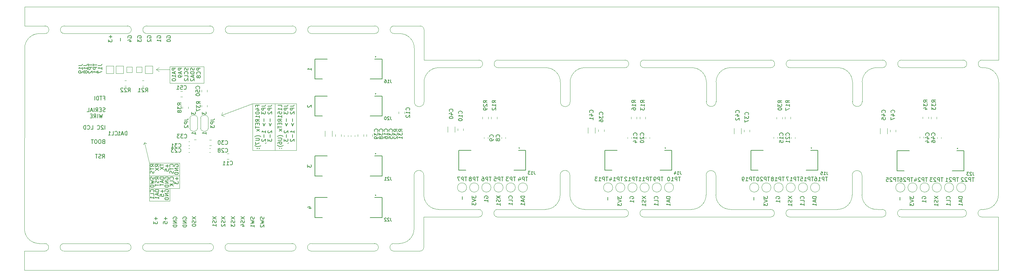
<source format=gbr>
%TF.GenerationSoftware,KiCad,Pcbnew,(6.0.2)*%
%TF.CreationDate,2022-03-24T09:24:23+01:00*%
%TF.ProjectId,GestureControl,47657374-7572-4654-936f-6e74726f6c2e,V0.21*%
%TF.SameCoordinates,PX1268e40PY7fa82d0*%
%TF.FileFunction,Legend,Bot*%
%TF.FilePolarity,Positive*%
%FSLAX46Y46*%
G04 Gerber Fmt 4.6, Leading zero omitted, Abs format (unit mm)*
G04 Created by KiCad (PCBNEW (6.0.2)) date 2022-03-24 09:24:23*
%MOMM*%
%LPD*%
G01*
G04 APERTURE LIST*
%TA.AperFunction,Profile*%
%ADD10C,0.050000*%
%TD*%
%ADD11C,0.120000*%
%ADD12C,0.200000*%
%ADD13C,0.150000*%
G04 APERTURE END LIST*
D10*
X254190500Y19700000D02*
X254254000Y49022000D01*
X190500Y10810000D02*
X254000Y57912000D01*
X48490500Y5000000D02*
G75*
G03*
X48490500Y7000000I0J1000000D01*
G01*
X104330500Y19700000D02*
G75*
G03*
X108140500Y15890000I3809999J-1D01*
G01*
X123610500Y15890000D02*
G75*
G03*
X123610500Y13890000I0J-1000000D01*
G01*
X142430500Y19700000D02*
G75*
G03*
X146240500Y15890000I3809999J-1D01*
G01*
X174136914Y15890000D02*
G75*
G03*
X177946914Y19656414I43337J3766414D01*
G01*
X5490500Y7000000D02*
X4000500Y7000000D01*
X31990500Y7000000D02*
G75*
G03*
X32047473Y5001624I0J-1000000D01*
G01*
X228866500Y15890000D02*
X244866500Y15890000D01*
X194766500Y13890000D02*
X161710500Y13890000D01*
X218586914Y24736414D02*
G75*
G03*
X216046914Y24736414I-1270000J-19D01*
G01*
X156710500Y13890000D02*
G75*
G03*
X156710500Y15890000I0J1000000D01*
G01*
X97980500Y7000000D02*
G75*
G03*
X101790500Y10810000I1J3809999D01*
G01*
X199766500Y13890000D02*
X223866500Y13890000D01*
X244866500Y13890000D02*
X228866500Y13890000D01*
X161710500Y15890000D02*
G75*
G03*
X161710500Y13890000I0J-1000000D01*
G01*
X91490500Y5000000D02*
X75047473Y5001624D01*
X228866500Y15890000D02*
G75*
G03*
X228866500Y13890000I0J-1000000D01*
G01*
X118610500Y13890000D02*
X104330500Y13890000D01*
X180486914Y24736414D02*
G75*
G03*
X177946914Y24736414I-1270000J-19D01*
G01*
X184296914Y15890000D02*
X194766500Y15890000D01*
X254190500Y13890000D02*
X254190500Y0D01*
X223866500Y13890000D02*
G75*
G03*
X223866500Y15890000I0J1000000D01*
G01*
X123610500Y15890000D02*
X136080500Y15890000D01*
X136080500Y15890000D02*
G75*
G03*
X139890500Y19700000I1J3809999D01*
G01*
X249866500Y15890000D02*
G75*
G03*
X249866500Y13890000I0J-1000000D01*
G01*
X212236914Y15890000D02*
G75*
G03*
X216046914Y19656414I43337J3766414D01*
G01*
X190500Y0D02*
X190500Y5000000D01*
X244866500Y13890000D02*
G75*
G03*
X244866500Y15890000I0J1000000D01*
G01*
X218586914Y24736414D02*
X218586914Y19656414D01*
X190500Y10810000D02*
G75*
G03*
X4000500Y7000000I3809999J-1D01*
G01*
X91490500Y5000000D02*
G75*
G03*
X91490500Y7000000I0J1000000D01*
G01*
X142430500Y24780000D02*
X142430500Y19700000D01*
X108140500Y15890000D02*
X118610500Y15890000D01*
X48490500Y5000000D02*
X32047473Y5001624D01*
X142430500Y24780000D02*
G75*
G03*
X139890500Y24780000I-1270000J-19D01*
G01*
X156710500Y13890000D02*
X123610500Y13890000D01*
X194766500Y13890000D02*
G75*
G03*
X194766500Y15890000I0J1000000D01*
G01*
X254190500Y13890000D02*
X249866500Y13890000D01*
X74990500Y7000000D02*
G75*
G03*
X75047473Y5001624I0J-1000000D01*
G01*
X216046914Y19656414D02*
X216046914Y24736414D01*
X10490500Y7000000D02*
G75*
G03*
X10547473Y5001624I0J-1000000D01*
G01*
X222632500Y15890000D02*
X223866500Y15890000D01*
X97980500Y7000000D02*
X96490500Y7000000D01*
X104330500Y24780019D02*
G75*
G03*
X101790500Y24780019I-1270000J-19D01*
G01*
X101790500Y10810000D02*
X101790500Y24780019D01*
X139890500Y19700000D02*
X139890500Y24780000D01*
X250380500Y15890000D02*
X249866500Y15890000D01*
X103330500Y5000000D02*
G75*
G03*
X104330500Y6000000I1J999999D01*
G01*
X69990500Y5000000D02*
G75*
G03*
X69990500Y7000000I0J1000000D01*
G01*
X104330500Y24780019D02*
X104330500Y19700000D01*
X103330500Y5000000D02*
X96547473Y5001624D01*
X146240500Y15890000D02*
X156710500Y15890000D01*
X48490500Y7000000D02*
X31990500Y7000000D01*
X180486914Y19656414D02*
G75*
G03*
X184296914Y15890000I3766661J-2D01*
G01*
X96490500Y7000000D02*
G75*
G03*
X96547473Y5001624I0J-1000000D01*
G01*
X53490500Y7000000D02*
G75*
G03*
X53547473Y5001624I0J-1000000D01*
G01*
X91490500Y7000000D02*
X74990500Y7000000D01*
X177946914Y19656414D02*
X177946914Y24736414D01*
X118610500Y13890000D02*
G75*
G03*
X118610500Y15890000I0J1000000D01*
G01*
X26990500Y5000000D02*
X10547473Y5001624D01*
X199766500Y15890000D02*
G75*
G03*
X199766500Y13890000I0J-1000000D01*
G01*
X69990500Y7000000D02*
X53490500Y7000000D01*
X250380500Y15890000D02*
G75*
G03*
X254190500Y19700000I1J3809999D01*
G01*
X26990500Y5000000D02*
G75*
G03*
X26990500Y7000000I0J1000000D01*
G01*
X174136914Y15890000D02*
X161710500Y15890000D01*
X254190500Y0D02*
X190500Y0D01*
X69990500Y5000000D02*
X53547473Y5001624D01*
X212236914Y15890000D02*
X199766500Y15890000D01*
X104330500Y13890000D02*
X104330500Y6000000D01*
X26990500Y7000000D02*
X10490500Y7000000D01*
X180486914Y24736414D02*
X180486914Y19656414D01*
X218586913Y19656414D02*
G75*
G03*
X222632500Y15890000I3776044J-3D01*
G01*
X5490500Y5000000D02*
G75*
G03*
X5490500Y7000000I0J1000000D01*
G01*
X5490500Y5000000D02*
X190500Y5000000D01*
D11*
X59690000Y43434000D02*
X59944000Y43434000D01*
X52324000Y40132000D02*
X51562000Y40386000D01*
X51816000Y41148000D02*
X51562000Y40386000D01*
X38100000Y48768000D02*
X38100000Y53086000D01*
X35306000Y51816000D02*
X34544000Y52324000D01*
X35306000Y52832000D02*
X34544000Y52324000D01*
X32766000Y24638000D02*
X32766000Y27940000D01*
X39370000Y21336000D02*
X40640000Y21336000D01*
X51562000Y40386000D02*
X52324000Y40132000D01*
X32766000Y18034000D02*
X38100000Y18034000D01*
X46990000Y48768000D02*
X38100000Y48768000D01*
X38100000Y18034000D02*
X38100000Y21336000D01*
X40640000Y21336000D02*
X40640000Y24638000D01*
X65532000Y43434000D02*
X65532000Y31242000D01*
X32766000Y21336000D02*
X32766000Y18034000D01*
X59690000Y31242000D02*
X59690000Y43434000D01*
X59690000Y43434000D02*
X51562000Y40386000D01*
X38100000Y53086000D02*
X46990000Y53086000D01*
X40640000Y27940000D02*
X40640000Y24638000D01*
X59944000Y43434000D02*
X71120000Y43434000D01*
X31496000Y33274000D02*
X32004000Y33020000D01*
X38100000Y52324000D02*
X34544000Y52324000D01*
X34544000Y52324000D02*
X35306000Y52832000D01*
X40640000Y24638000D02*
X32766000Y24638000D01*
X71120000Y43434000D02*
X71120000Y31242000D01*
X59944000Y31242000D02*
X59690000Y31242000D01*
X32766000Y21336000D02*
X39370000Y21336000D01*
X32766000Y27940000D02*
X40640000Y27940000D01*
X71120000Y31242000D02*
X59944000Y31242000D01*
X46990000Y53086000D02*
X46990000Y48768000D01*
X32766000Y24638000D02*
X32766000Y21336000D01*
X34544000Y52324000D02*
X35306000Y51816000D01*
X32766000Y27940000D02*
X31496000Y33274000D01*
X31496000Y33274000D02*
X31242000Y32766000D01*
D10*
X75110973Y63720376D02*
G75*
G03*
X75054000Y61722000I-56973J-998376D01*
G01*
X118674000Y52832000D02*
X108204000Y52832000D01*
X249930000Y54832000D02*
X254254000Y54832000D01*
X32110973Y63720376D02*
X48554000Y63722000D01*
X123674000Y54832000D02*
X156774000Y54832000D01*
X194830000Y52832000D02*
G75*
G03*
X194830000Y54832000I0J1000000D01*
G01*
X139954000Y43942000D02*
G75*
G03*
X142494000Y43942000I1270000J19D01*
G01*
X142494000Y49022000D02*
X142494000Y43942000D01*
X91554000Y61722000D02*
G75*
G03*
X91554000Y63722000I0J1000000D01*
G01*
X218650414Y49065586D02*
X218650414Y43985586D01*
X254000Y63722000D02*
X254000Y68722000D01*
X136144000Y52832000D02*
X123674000Y52832000D01*
X139954000Y49022000D02*
G75*
G03*
X136144000Y52832000I-3809999J1D01*
G01*
X4064000Y61722000D02*
G75*
G03*
X254000Y57912000I-1J-3809999D01*
G01*
X244930000Y52832000D02*
G75*
G03*
X244930000Y54832000I0J1000000D01*
G01*
X249930000Y54832000D02*
G75*
G03*
X249930000Y52832000I0J-1000000D01*
G01*
X216110414Y49065586D02*
G75*
G03*
X212300414Y52832000I-3766663J0D01*
G01*
X228930000Y54832000D02*
X244930000Y54832000D01*
X156774000Y52832000D02*
G75*
G03*
X156774000Y54832000I0J1000000D01*
G01*
X161774000Y54832000D02*
G75*
G03*
X161774000Y52832000I0J-1000000D01*
G01*
X101854000Y57912000D02*
G75*
G03*
X98044000Y61722000I-3809999J1D01*
G01*
X223930000Y54832000D02*
X199830000Y54832000D01*
X216110414Y43985586D02*
G75*
G03*
X218650414Y43985586I1270000J19D01*
G01*
X228930000Y54832000D02*
G75*
G03*
X228930000Y52832000I0J-1000000D01*
G01*
X75110973Y63720376D02*
X91554000Y63722000D01*
X223930000Y52832000D02*
G75*
G03*
X223930000Y54832000I0J1000000D01*
G01*
X104394000Y54832000D02*
X118674000Y54832000D01*
X254254000Y68722000D02*
X254254000Y54832000D01*
X194830000Y52832000D02*
X184360414Y52832000D01*
X178010414Y43985586D02*
G75*
G03*
X180550414Y43985586I1270000J19D01*
G01*
X48554000Y61722000D02*
G75*
G03*
X48554000Y63722000I0J1000000D01*
G01*
X146304000Y52832000D02*
G75*
G03*
X142494000Y49022000I-1J-3809999D01*
G01*
X4064000Y61722000D02*
X5554000Y61722000D01*
X108204000Y52832000D02*
G75*
G03*
X104394000Y49022000I-1J-3809999D01*
G01*
X123674000Y54832000D02*
G75*
G03*
X123674000Y52832000I0J-1000000D01*
G01*
X32110973Y63720376D02*
G75*
G03*
X32054000Y61722000I-56973J-998376D01*
G01*
X161774000Y54832000D02*
X194830000Y54832000D01*
X244930000Y52832000D02*
X228930000Y52832000D01*
X178010414Y49065586D02*
G75*
G03*
X174200414Y52832000I-3766663J0D01*
G01*
X10554000Y61722000D02*
X27054000Y61722000D01*
X254000Y63722000D02*
X5554000Y63722000D01*
X161774000Y52832000D02*
X174200414Y52832000D01*
X199830000Y52832000D02*
X212300414Y52832000D01*
X75054000Y61722000D02*
X91554000Y61722000D01*
X53610973Y63720376D02*
X70054000Y63722000D01*
X254000Y68722000D02*
X254254000Y68722000D01*
X27054000Y61722000D02*
G75*
G03*
X27054000Y63722000I0J1000000D01*
G01*
X254254000Y49022000D02*
G75*
G03*
X250444000Y52832000I-3809999J1D01*
G01*
X96610973Y63720376D02*
G75*
G03*
X96554000Y61722000I-56973J-998376D01*
G01*
X5554000Y61722000D02*
G75*
G03*
X5554000Y63722000I0J1000000D01*
G01*
X118674000Y52832000D02*
G75*
G03*
X118674000Y54832000I0J1000000D01*
G01*
X184360414Y52832000D02*
G75*
G03*
X180550414Y49065586I-43339J-3766412D01*
G01*
X53554000Y61722000D02*
X70054000Y61722000D01*
X222504000Y52832000D02*
G75*
G03*
X218650414Y49065586I-86192J-3766408D01*
G01*
X199830000Y54832000D02*
G75*
G03*
X199830000Y52832000I0J-1000000D01*
G01*
X10610973Y63720376D02*
X27054000Y63722000D01*
X178010414Y43985586D02*
X178010414Y49065586D01*
X32054000Y61722000D02*
X48554000Y61722000D01*
X104394000Y62722000D02*
X104394000Y54832000D01*
X180550414Y49065586D02*
X180550414Y43985586D01*
X53610973Y63720376D02*
G75*
G03*
X53554000Y61722000I-56973J-998376D01*
G01*
X156774000Y52832000D02*
X146304000Y52832000D01*
X249930000Y52832000D02*
X250444000Y52832000D01*
X139954000Y43942000D02*
X139954000Y49022000D01*
X10610973Y63720376D02*
G75*
G03*
X10554000Y61722000I-56973J-998376D01*
G01*
X101854000Y43941981D02*
X101854000Y57912000D01*
X96554000Y61722000D02*
X98044000Y61722000D01*
X70054000Y61722000D02*
G75*
G03*
X70054000Y63722000I0J1000000D01*
G01*
X104394000Y62722000D02*
G75*
G03*
X103394000Y63722000I-999999J1D01*
G01*
X104394000Y49022000D02*
X104394000Y43941981D01*
X96610973Y63720376D02*
X103394000Y63722000D01*
X223930000Y52832000D02*
X222504000Y52832000D01*
X216110414Y43985586D02*
X216110414Y49065586D01*
X101854000Y43941981D02*
G75*
G03*
X104394000Y43941981I1270000J19D01*
G01*
D12*
X20788142Y33599429D02*
X20645285Y33551810D01*
X20597666Y33504191D01*
X20550047Y33408953D01*
X20550047Y33266096D01*
X20597666Y33170858D01*
X20645285Y33123239D01*
X20740523Y33075620D01*
X21121476Y33075620D01*
X21121476Y34075620D01*
X20788142Y34075620D01*
X20692904Y34028000D01*
X20645285Y33980381D01*
X20597666Y33885143D01*
X20597666Y33789905D01*
X20645285Y33694667D01*
X20692904Y33647048D01*
X20788142Y33599429D01*
X21121476Y33599429D01*
X19931000Y34075620D02*
X19740523Y34075620D01*
X19645285Y34028000D01*
X19550047Y33932762D01*
X19502428Y33742286D01*
X19502428Y33408953D01*
X19550047Y33218477D01*
X19645285Y33123239D01*
X19740523Y33075620D01*
X19931000Y33075620D01*
X20026238Y33123239D01*
X20121476Y33218477D01*
X20169095Y33408953D01*
X20169095Y33742286D01*
X20121476Y33932762D01*
X20026238Y34028000D01*
X19931000Y34075620D01*
X18883380Y34075620D02*
X18692904Y34075620D01*
X18597666Y34028000D01*
X18502428Y33932762D01*
X18454809Y33742286D01*
X18454809Y33408953D01*
X18502428Y33218477D01*
X18597666Y33123239D01*
X18692904Y33075620D01*
X18883380Y33075620D01*
X18978619Y33123239D01*
X19073857Y33218477D01*
X19121476Y33408953D01*
X19121476Y33742286D01*
X19073857Y33932762D01*
X18978619Y34028000D01*
X18883380Y34075620D01*
X18169095Y34075620D02*
X17597666Y34075620D01*
X17883380Y33075620D02*
X17883380Y34075620D01*
X39650380Y52717905D02*
X38650380Y52717905D01*
X38650380Y52336953D01*
X38698000Y52241715D01*
X38745619Y52194096D01*
X38840857Y52146477D01*
X38983714Y52146477D01*
X39078952Y52194096D01*
X39126571Y52241715D01*
X39174190Y52336953D01*
X39174190Y52717905D01*
X39364666Y51765524D02*
X39364666Y51289334D01*
X39650380Y51860762D02*
X38650380Y51527429D01*
X39650380Y51194096D01*
X39650380Y50336953D02*
X39650380Y50908381D01*
X39650380Y50622667D02*
X38650380Y50622667D01*
X38793238Y50717905D01*
X38888476Y50813143D01*
X38936095Y50908381D01*
X38650380Y49717905D02*
X38650380Y49622667D01*
X38698000Y49527429D01*
X38745619Y49479810D01*
X38840857Y49432191D01*
X39031333Y49384572D01*
X39269428Y49384572D01*
X39459904Y49432191D01*
X39555142Y49479810D01*
X39602761Y49527429D01*
X39650380Y49622667D01*
X39650380Y49717905D01*
X39602761Y49813143D01*
X39555142Y49860762D01*
X39459904Y49908381D01*
X39269428Y49956000D01*
X39031333Y49956000D01*
X38840857Y49908381D01*
X38745619Y49860762D01*
X38698000Y49813143D01*
X38650380Y49717905D01*
X41260380Y52717905D02*
X40260380Y52717905D01*
X40260380Y52336953D01*
X40308000Y52241715D01*
X40355619Y52194096D01*
X40450857Y52146477D01*
X40593714Y52146477D01*
X40688952Y52194096D01*
X40736571Y52241715D01*
X40784190Y52336953D01*
X40784190Y52717905D01*
X40974666Y51765524D02*
X40974666Y51289334D01*
X41260380Y51860762D02*
X40260380Y51527429D01*
X41260380Y51194096D01*
X41260380Y50813143D02*
X41260380Y50622667D01*
X41212761Y50527429D01*
X41165142Y50479810D01*
X41022285Y50384572D01*
X40831809Y50336953D01*
X40450857Y50336953D01*
X40355619Y50384572D01*
X40308000Y50432191D01*
X40260380Y50527429D01*
X40260380Y50717905D01*
X40308000Y50813143D01*
X40355619Y50860762D01*
X40450857Y50908381D01*
X40688952Y50908381D01*
X40784190Y50860762D01*
X40831809Y50813143D01*
X40879428Y50717905D01*
X40879428Y50527429D01*
X40831809Y50432191D01*
X40784190Y50384572D01*
X40688952Y50336953D01*
X42822761Y52765524D02*
X42870380Y52622667D01*
X42870380Y52384572D01*
X42822761Y52289334D01*
X42775142Y52241715D01*
X42679904Y52194096D01*
X42584666Y52194096D01*
X42489428Y52241715D01*
X42441809Y52289334D01*
X42394190Y52384572D01*
X42346571Y52575048D01*
X42298952Y52670286D01*
X42251333Y52717905D01*
X42156095Y52765524D01*
X42060857Y52765524D01*
X41965619Y52717905D01*
X41918000Y52670286D01*
X41870380Y52575048D01*
X41870380Y52336953D01*
X41918000Y52194096D01*
X42775142Y51194096D02*
X42822761Y51241715D01*
X42870380Y51384572D01*
X42870380Y51479810D01*
X42822761Y51622667D01*
X42727523Y51717905D01*
X42632285Y51765524D01*
X42441809Y51813143D01*
X42298952Y51813143D01*
X42108476Y51765524D01*
X42013238Y51717905D01*
X41918000Y51622667D01*
X41870380Y51479810D01*
X41870380Y51384572D01*
X41918000Y51241715D01*
X41965619Y51194096D01*
X42870380Y50289334D02*
X42870380Y50765524D01*
X41870380Y50765524D01*
X41965619Y50003620D02*
X41918000Y49956000D01*
X41870380Y49860762D01*
X41870380Y49622667D01*
X41918000Y49527429D01*
X41965619Y49479810D01*
X42060857Y49432191D01*
X42156095Y49432191D01*
X42298952Y49479810D01*
X42870380Y50051239D01*
X42870380Y49432191D01*
X44432761Y52765524D02*
X44480380Y52622667D01*
X44480380Y52384572D01*
X44432761Y52289334D01*
X44385142Y52241715D01*
X44289904Y52194096D01*
X44194666Y52194096D01*
X44099428Y52241715D01*
X44051809Y52289334D01*
X44004190Y52384572D01*
X43956571Y52575048D01*
X43908952Y52670286D01*
X43861333Y52717905D01*
X43766095Y52765524D01*
X43670857Y52765524D01*
X43575619Y52717905D01*
X43528000Y52670286D01*
X43480380Y52575048D01*
X43480380Y52336953D01*
X43528000Y52194096D01*
X44480380Y51765524D02*
X43480380Y51765524D01*
X43480380Y51527429D01*
X43528000Y51384572D01*
X43623238Y51289334D01*
X43718476Y51241715D01*
X43908952Y51194096D01*
X44051809Y51194096D01*
X44242285Y51241715D01*
X44337523Y51289334D01*
X44432761Y51384572D01*
X44480380Y51527429D01*
X44480380Y51765524D01*
X44194666Y50813143D02*
X44194666Y50336953D01*
X44480380Y50908381D02*
X43480380Y50575048D01*
X44480380Y50241715D01*
X43575619Y49956000D02*
X43528000Y49908381D01*
X43480380Y49813143D01*
X43480380Y49575048D01*
X43528000Y49479810D01*
X43575619Y49432191D01*
X43670857Y49384572D01*
X43766095Y49384572D01*
X43908952Y49432191D01*
X44480380Y50003620D01*
X44480380Y49384572D01*
X46090380Y52717905D02*
X45090380Y52717905D01*
X45090380Y52336953D01*
X45138000Y52241715D01*
X45185619Y52194096D01*
X45280857Y52146477D01*
X45423714Y52146477D01*
X45518952Y52194096D01*
X45566571Y52241715D01*
X45614190Y52336953D01*
X45614190Y52717905D01*
X45995142Y51146477D02*
X46042761Y51194096D01*
X46090380Y51336953D01*
X46090380Y51432191D01*
X46042761Y51575048D01*
X45947523Y51670286D01*
X45852285Y51717905D01*
X45661809Y51765524D01*
X45518952Y51765524D01*
X45328476Y51717905D01*
X45233238Y51670286D01*
X45138000Y51575048D01*
X45090380Y51432191D01*
X45090380Y51336953D01*
X45138000Y51194096D01*
X45185619Y51146477D01*
X45518952Y50575048D02*
X45471333Y50670286D01*
X45423714Y50717905D01*
X45328476Y50765524D01*
X45280857Y50765524D01*
X45185619Y50717905D01*
X45138000Y50670286D01*
X45090380Y50575048D01*
X45090380Y50384572D01*
X45138000Y50289334D01*
X45185619Y50241715D01*
X45280857Y50194096D01*
X45328476Y50194096D01*
X45423714Y50241715D01*
X45471333Y50289334D01*
X45518952Y50384572D01*
X45518952Y50575048D01*
X45566571Y50670286D01*
X45614190Y50717905D01*
X45709428Y50765524D01*
X45899904Y50765524D01*
X45995142Y50717905D01*
X46042761Y50670286D01*
X46090380Y50575048D01*
X46090380Y50384572D01*
X46042761Y50289334D01*
X45995142Y50241715D01*
X45899904Y50194096D01*
X45709428Y50194096D01*
X45614190Y50241715D01*
X45566571Y50289334D01*
X45518952Y50384572D01*
D13*
X39378000Y27080596D02*
X39330380Y27175834D01*
X39330380Y27318691D01*
X39378000Y27461548D01*
X39473238Y27556786D01*
X39568476Y27604405D01*
X39758952Y27652024D01*
X39901809Y27652024D01*
X40092285Y27604405D01*
X40187523Y27556786D01*
X40282761Y27461548D01*
X40330380Y27318691D01*
X40330380Y27223453D01*
X40282761Y27080596D01*
X40235142Y27032977D01*
X39901809Y27032977D01*
X39901809Y27223453D01*
X40330380Y26604405D02*
X39330380Y26604405D01*
X40330380Y26032977D01*
X39330380Y26032977D01*
X40330380Y25556786D02*
X39330380Y25556786D01*
X39330380Y25318691D01*
X39378000Y25175834D01*
X39473238Y25080596D01*
X39568476Y25032977D01*
X39758952Y24985358D01*
X39901809Y24985358D01*
X40092285Y25032977D01*
X40187523Y25080596D01*
X40282761Y25175834D01*
X40330380Y25318691D01*
X40330380Y25556786D01*
X26947666Y35234620D02*
X26947666Y36234620D01*
X26709571Y36234620D01*
X26566714Y36187000D01*
X26471476Y36091762D01*
X26423857Y35996524D01*
X26376238Y35806048D01*
X26376238Y35663191D01*
X26423857Y35472715D01*
X26471476Y35377477D01*
X26566714Y35282239D01*
X26709571Y35234620D01*
X26947666Y35234620D01*
X25995285Y35520334D02*
X25519095Y35520334D01*
X26090523Y35234620D02*
X25757190Y36234620D01*
X25423857Y35234620D01*
X24566714Y35234620D02*
X25138142Y35234620D01*
X24852428Y35234620D02*
X24852428Y36234620D01*
X24947666Y36091762D01*
X25042904Y35996524D01*
X25138142Y35948905D01*
X62634761Y13936024D02*
X62682380Y13793167D01*
X62682380Y13555072D01*
X62634761Y13459834D01*
X62587142Y13412215D01*
X62491904Y13364596D01*
X62396666Y13364596D01*
X62301428Y13412215D01*
X62253809Y13459834D01*
X62206190Y13555072D01*
X62158571Y13745548D01*
X62110952Y13840786D01*
X62063333Y13888405D01*
X61968095Y13936024D01*
X61872857Y13936024D01*
X61777619Y13888405D01*
X61730000Y13840786D01*
X61682380Y13745548D01*
X61682380Y13507453D01*
X61730000Y13364596D01*
X61682380Y13031262D02*
X62682380Y12793167D01*
X61968095Y12602691D01*
X62682380Y12412215D01*
X61682380Y12174120D01*
X61777619Y11840786D02*
X61730000Y11793167D01*
X61682380Y11697929D01*
X61682380Y11459834D01*
X61730000Y11364596D01*
X61777619Y11316977D01*
X61872857Y11269358D01*
X61968095Y11269358D01*
X62110952Y11316977D01*
X62682380Y11888405D01*
X62682380Y11269358D01*
X39949428Y24302405D02*
X39949428Y23540500D01*
X40330380Y23921453D02*
X39568476Y23921453D01*
X39330380Y23159548D02*
X39330380Y22540500D01*
X39711333Y22873834D01*
X39711333Y22730977D01*
X39758952Y22635739D01*
X39806571Y22588120D01*
X39901809Y22540500D01*
X40139904Y22540500D01*
X40235142Y22588120D01*
X40282761Y22635739D01*
X40330380Y22730977D01*
X40330380Y23016691D01*
X40282761Y23111929D01*
X40235142Y23159548D01*
X158123000Y18698596D02*
X158075380Y18793834D01*
X158075380Y18936691D01*
X158123000Y19079548D01*
X158218238Y19174786D01*
X158313476Y19222405D01*
X158503952Y19270024D01*
X158646809Y19270024D01*
X158837285Y19222405D01*
X158932523Y19174786D01*
X159027761Y19079548D01*
X159075380Y18936691D01*
X159075380Y18841453D01*
X159027761Y18698596D01*
X158980142Y18650977D01*
X158646809Y18650977D01*
X158646809Y18841453D01*
X159075380Y17698596D02*
X159075380Y18270024D01*
X159075380Y17984310D02*
X158075380Y17984310D01*
X158218238Y18079548D01*
X158313476Y18174786D01*
X158361095Y18270024D01*
X241530142Y18650977D02*
X241577761Y18698596D01*
X241625380Y18841453D01*
X241625380Y18936691D01*
X241577761Y19079548D01*
X241482523Y19174786D01*
X241387285Y19222405D01*
X241196809Y19270024D01*
X241053952Y19270024D01*
X240863476Y19222405D01*
X240768238Y19174786D01*
X240673000Y19079548D01*
X240625380Y18936691D01*
X240625380Y18841453D01*
X240673000Y18698596D01*
X240720619Y18650977D01*
X241625380Y17746215D02*
X241625380Y18222405D01*
X240625380Y18222405D01*
X241625380Y16889072D02*
X241625380Y17460500D01*
X241625380Y17174786D02*
X240625380Y17174786D01*
X240768238Y17270024D01*
X240863476Y17365262D01*
X240911095Y17460500D01*
X38965142Y23730977D02*
X39012761Y23778596D01*
X39060380Y23921453D01*
X39060380Y24016691D01*
X39012761Y24159548D01*
X38917523Y24254786D01*
X38822285Y24302405D01*
X38631809Y24350024D01*
X38488952Y24350024D01*
X38298476Y24302405D01*
X38203238Y24254786D01*
X38108000Y24159548D01*
X38060380Y24016691D01*
X38060380Y23921453D01*
X38108000Y23778596D01*
X38155619Y23730977D01*
X39060380Y22826215D02*
X39060380Y23302405D01*
X38060380Y23302405D01*
X39060380Y22492881D02*
X38060380Y22492881D01*
X39060380Y21921453D02*
X38488952Y22350024D01*
X38060380Y21921453D02*
X38631809Y22492881D01*
X190444428Y19095405D02*
X190444428Y18333500D01*
X34488428Y13888405D02*
X34488428Y13126500D01*
X34869380Y13507453D02*
X34107476Y13507453D01*
X33869380Y12745548D02*
X33869380Y12126500D01*
X34250333Y12459834D01*
X34250333Y12316977D01*
X34297952Y12221739D01*
X34345571Y12174120D01*
X34440809Y12126500D01*
X34678904Y12126500D01*
X34774142Y12174120D01*
X34821761Y12221739D01*
X34869380Y12316977D01*
X34869380Y12602691D01*
X34821761Y12697929D01*
X34774142Y12745548D01*
X123277380Y19444643D02*
X124277380Y18777977D01*
X123277380Y18777977D02*
X124277380Y19444643D01*
X124229761Y18444643D02*
X124277380Y18301786D01*
X124277380Y18063691D01*
X124229761Y17968453D01*
X124182142Y17920834D01*
X124086904Y17873215D01*
X123991666Y17873215D01*
X123896428Y17920834D01*
X123848809Y17968453D01*
X123801190Y18063691D01*
X123753571Y18254167D01*
X123705952Y18349405D01*
X123658333Y18397024D01*
X123563095Y18444643D01*
X123467857Y18444643D01*
X123372619Y18397024D01*
X123325000Y18349405D01*
X123277380Y18254167D01*
X123277380Y18016072D01*
X123325000Y17873215D01*
X124277380Y16920834D02*
X124277380Y17492262D01*
X124277380Y17206548D02*
X123277380Y17206548D01*
X123420238Y17301786D01*
X123515476Y17397024D01*
X123563095Y17492262D01*
D12*
X67295380Y42589715D02*
X67295380Y43065905D01*
X66295380Y43065905D01*
X67295380Y41732572D02*
X67295380Y42304000D01*
X67295380Y42018286D02*
X66295380Y42018286D01*
X66438238Y42113524D01*
X66533476Y42208762D01*
X66581095Y42304000D01*
X66295380Y40827810D02*
X66295380Y41304000D01*
X66771571Y41351620D01*
X66723952Y41304000D01*
X66676333Y41208762D01*
X66676333Y40970667D01*
X66723952Y40875429D01*
X66771571Y40827810D01*
X66866809Y40780191D01*
X67104904Y40780191D01*
X67200142Y40827810D01*
X67247761Y40875429D01*
X67295380Y40970667D01*
X67295380Y41208762D01*
X67247761Y41304000D01*
X67200142Y41351620D01*
X67295380Y39827810D02*
X67295380Y40399239D01*
X67295380Y40113524D02*
X66295380Y40113524D01*
X66438238Y40208762D01*
X66533476Y40304000D01*
X66581095Y40399239D01*
X67295380Y38827810D02*
X66819190Y39161143D01*
X67295380Y39399239D02*
X66295380Y39399239D01*
X66295380Y39018286D01*
X66343000Y38923048D01*
X66390619Y38875429D01*
X66485857Y38827810D01*
X66628714Y38827810D01*
X66723952Y38875429D01*
X66771571Y38923048D01*
X66819190Y39018286D01*
X66819190Y39399239D01*
X66771571Y38399239D02*
X66771571Y38065905D01*
X67295380Y37923048D02*
X67295380Y38399239D01*
X66295380Y38399239D01*
X66295380Y37923048D01*
X66295380Y37637334D02*
X66295380Y37065905D01*
X67295380Y37351620D02*
X66295380Y37351620D01*
X67295380Y36827810D02*
X66628714Y36304000D01*
X66628714Y36827810D02*
X67295380Y36304000D01*
X67676333Y34875429D02*
X67628714Y34923048D01*
X67485857Y35018286D01*
X67390619Y35065905D01*
X67247761Y35113524D01*
X67009666Y35161143D01*
X66819190Y35161143D01*
X66581095Y35113524D01*
X66438238Y35065905D01*
X66343000Y35018286D01*
X66200142Y34923048D01*
X66152523Y34875429D01*
X66295380Y34494477D02*
X67104904Y34494477D01*
X67200142Y34446858D01*
X67247761Y34399239D01*
X67295380Y34304000D01*
X67295380Y34113524D01*
X67247761Y34018286D01*
X67200142Y33970667D01*
X67104904Y33923048D01*
X66295380Y33923048D01*
X66295380Y33018286D02*
X66295380Y33208762D01*
X66343000Y33304000D01*
X66390619Y33351620D01*
X66533476Y33446858D01*
X66723952Y33494477D01*
X67104904Y33494477D01*
X67200142Y33446858D01*
X67247761Y33399239D01*
X67295380Y33304000D01*
X67295380Y33113524D01*
X67247761Y33018286D01*
X67200142Y32970667D01*
X67104904Y32923048D01*
X66866809Y32923048D01*
X66771571Y32970667D01*
X66723952Y33018286D01*
X66676333Y33113524D01*
X66676333Y33304000D01*
X66723952Y33399239D01*
X66771571Y33446858D01*
X66866809Y33494477D01*
X67676333Y32589715D02*
X67628714Y32542096D01*
X67485857Y32446858D01*
X67390619Y32399239D01*
X67247761Y32351620D01*
X67009666Y32304000D01*
X66819190Y32304000D01*
X66581095Y32351620D01*
X66438238Y32399239D01*
X66343000Y32446858D01*
X66200142Y32542096D01*
X66152523Y32589715D01*
X67200142Y31827810D02*
X67247761Y31780191D01*
X67295380Y31827810D01*
X67247761Y31875429D01*
X67200142Y31827810D01*
X67295380Y31827810D01*
X66676333Y31827810D02*
X66723952Y31780191D01*
X66771571Y31827810D01*
X66723952Y31875429D01*
X66676333Y31827810D01*
X66771571Y31827810D01*
X67905380Y42780191D02*
X68619666Y42780191D01*
X68762523Y42827810D01*
X68857761Y42923048D01*
X68905380Y43065905D01*
X68905380Y43161143D01*
X68905380Y42304000D02*
X67905380Y42304000D01*
X67905380Y41923048D01*
X67953000Y41827810D01*
X68000619Y41780191D01*
X68095857Y41732572D01*
X68238714Y41732572D01*
X68333952Y41780191D01*
X68381571Y41827810D01*
X68429190Y41923048D01*
X68429190Y42304000D01*
X67905380Y41399239D02*
X67905380Y40780191D01*
X68286333Y41113524D01*
X68286333Y40970667D01*
X68333952Y40875429D01*
X68381571Y40827810D01*
X68476809Y40780191D01*
X68714904Y40780191D01*
X68810142Y40827810D01*
X68857761Y40875429D01*
X68905380Y40970667D01*
X68905380Y41256381D01*
X68857761Y41351620D01*
X68810142Y41399239D01*
X68524428Y39589715D02*
X68524428Y38827810D01*
X68238714Y38351620D02*
X68524428Y37589715D01*
X68810142Y38351620D01*
X68000619Y36399239D02*
X67953000Y36351620D01*
X67905380Y36256381D01*
X67905380Y36018286D01*
X67953000Y35923048D01*
X68000619Y35875429D01*
X68095857Y35827810D01*
X68191095Y35827810D01*
X68333952Y35875429D01*
X68905380Y36446858D01*
X68905380Y35827810D01*
X68524428Y35399239D02*
X68524428Y34637334D01*
X67905380Y34256381D02*
X67905380Y33637334D01*
X68286333Y33970667D01*
X68286333Y33827810D01*
X68333952Y33732572D01*
X68381571Y33684953D01*
X68476809Y33637334D01*
X68714904Y33637334D01*
X68810142Y33684953D01*
X68857761Y33732572D01*
X68905380Y33827810D01*
X68905380Y34113524D01*
X68857761Y34208762D01*
X68810142Y34256381D01*
X68857761Y33161143D02*
X68905380Y33161143D01*
X69000619Y33208762D01*
X69048238Y33256381D01*
X69515380Y42780191D02*
X70229666Y42780191D01*
X70372523Y42827810D01*
X70467761Y42923048D01*
X70515380Y43065905D01*
X70515380Y43161143D01*
X70515380Y42304000D02*
X69515380Y42304000D01*
X69515380Y41923048D01*
X69563000Y41827810D01*
X69610619Y41780191D01*
X69705857Y41732572D01*
X69848714Y41732572D01*
X69943952Y41780191D01*
X69991571Y41827810D01*
X70039190Y41923048D01*
X70039190Y42304000D01*
X69610619Y41351620D02*
X69563000Y41304000D01*
X69515380Y41208762D01*
X69515380Y40970667D01*
X69563000Y40875429D01*
X69610619Y40827810D01*
X69705857Y40780191D01*
X69801095Y40780191D01*
X69943952Y40827810D01*
X70515380Y41399239D01*
X70515380Y40780191D01*
X70134428Y39589715D02*
X70134428Y38827810D01*
X69848714Y38351620D02*
X70134428Y37589715D01*
X70420142Y38351620D01*
X70515380Y35827810D02*
X70515380Y36399239D01*
X70515380Y36113524D02*
X69515380Y36113524D01*
X69658238Y36208762D01*
X69753476Y36304000D01*
X69801095Y36399239D01*
X70134428Y35399239D02*
X70134428Y34637334D01*
X69610619Y34208762D02*
X69563000Y34161143D01*
X69515380Y34065905D01*
X69515380Y33827810D01*
X69563000Y33732572D01*
X69610619Y33684953D01*
X69705857Y33637334D01*
X69801095Y33637334D01*
X69943952Y33684953D01*
X70515380Y34256381D01*
X70515380Y33637334D01*
D13*
X244800380Y19222405D02*
X243800380Y19222405D01*
X243800380Y18984310D01*
X243848000Y18841453D01*
X243943238Y18746215D01*
X244038476Y18698596D01*
X244228952Y18650977D01*
X244371809Y18650977D01*
X244562285Y18698596D01*
X244657523Y18746215D01*
X244752761Y18841453D01*
X244800380Y18984310D01*
X244800380Y19222405D01*
X244514666Y18270024D02*
X244514666Y17793834D01*
X244800380Y18365262D02*
X243800380Y18031929D01*
X244800380Y17698596D01*
X244800380Y16841453D02*
X244800380Y17412881D01*
X244800380Y17127167D02*
X243800380Y17127167D01*
X243943238Y17222405D01*
X244038476Y17317643D01*
X244086095Y17412881D01*
X33932761Y24350024D02*
X33980380Y24207167D01*
X33980380Y23969072D01*
X33932761Y23873834D01*
X33885142Y23826215D01*
X33789904Y23778596D01*
X33694666Y23778596D01*
X33599428Y23826215D01*
X33551809Y23873834D01*
X33504190Y23969072D01*
X33456571Y24159548D01*
X33408952Y24254786D01*
X33361333Y24302405D01*
X33266095Y24350024D01*
X33170857Y24350024D01*
X33075619Y24302405D01*
X33028000Y24254786D01*
X32980380Y24159548D01*
X32980380Y23921453D01*
X33028000Y23778596D01*
X32980380Y23445262D02*
X33980380Y23207167D01*
X33266095Y23016691D01*
X33980380Y22826215D01*
X32980380Y22588120D01*
X32980380Y22016691D02*
X32980380Y21921453D01*
X33028000Y21826215D01*
X33075619Y21778596D01*
X33170857Y21730977D01*
X33361333Y21683358D01*
X33599428Y21683358D01*
X33789904Y21730977D01*
X33885142Y21778596D01*
X33932761Y21826215D01*
X33980380Y21921453D01*
X33980380Y22016691D01*
X33932761Y22111929D01*
X33885142Y22159548D01*
X33789904Y22207167D01*
X33599428Y22254786D01*
X33361333Y22254786D01*
X33170857Y22207167D01*
X33075619Y22159548D01*
X33028000Y22111929D01*
X32980380Y22016691D01*
X36520380Y24302405D02*
X35520380Y24302405D01*
X35520380Y24064310D01*
X35568000Y23921453D01*
X35663238Y23826215D01*
X35758476Y23778596D01*
X35948952Y23730977D01*
X36091809Y23730977D01*
X36282285Y23778596D01*
X36377523Y23826215D01*
X36472761Y23921453D01*
X36520380Y24064310D01*
X36520380Y24302405D01*
X36234666Y23350024D02*
X36234666Y22873834D01*
X36520380Y23445262D02*
X35520380Y23111929D01*
X36520380Y22778596D01*
X35520380Y22588120D02*
X35520380Y22016691D01*
X36520380Y22302405D02*
X35520380Y22302405D01*
X60094761Y13936024D02*
X60142380Y13793167D01*
X60142380Y13555072D01*
X60094761Y13459834D01*
X60047142Y13412215D01*
X59951904Y13364596D01*
X59856666Y13364596D01*
X59761428Y13412215D01*
X59713809Y13459834D01*
X59666190Y13555072D01*
X59618571Y13745548D01*
X59570952Y13840786D01*
X59523333Y13888405D01*
X59428095Y13936024D01*
X59332857Y13936024D01*
X59237619Y13888405D01*
X59190000Y13840786D01*
X59142380Y13745548D01*
X59142380Y13507453D01*
X59190000Y13364596D01*
X59142380Y13031262D02*
X60142380Y12793167D01*
X59428095Y12602691D01*
X60142380Y12412215D01*
X59142380Y12174120D01*
X60142380Y11269358D02*
X60142380Y11840786D01*
X60142380Y11555072D02*
X59142380Y11555072D01*
X59285238Y11650310D01*
X59380476Y11745548D01*
X59428095Y11840786D01*
X206700380Y19222405D02*
X205700380Y19222405D01*
X205700380Y18984310D01*
X205748000Y18841453D01*
X205843238Y18746215D01*
X205938476Y18698596D01*
X206128952Y18650977D01*
X206271809Y18650977D01*
X206462285Y18698596D01*
X206557523Y18746215D01*
X206652761Y18841453D01*
X206700380Y18984310D01*
X206700380Y19222405D01*
X206414666Y18270024D02*
X206414666Y17793834D01*
X206700380Y18365262D02*
X205700380Y18031929D01*
X206700380Y17698596D01*
X206700380Y16841453D02*
X206700380Y17412881D01*
X206700380Y17127167D02*
X205700380Y17127167D01*
X205843238Y17222405D01*
X205938476Y17317643D01*
X205986095Y17412881D01*
X35250380Y23730977D02*
X34774190Y24064310D01*
X35250380Y24302405D02*
X34250380Y24302405D01*
X34250380Y23921453D01*
X34298000Y23826215D01*
X34345619Y23778596D01*
X34440857Y23730977D01*
X34583714Y23730977D01*
X34678952Y23778596D01*
X34726571Y23826215D01*
X34774190Y23921453D01*
X34774190Y24302405D01*
X35202761Y23350024D02*
X35250380Y23207167D01*
X35250380Y22969072D01*
X35202761Y22873834D01*
X35155142Y22826215D01*
X35059904Y22778596D01*
X34964666Y22778596D01*
X34869428Y22826215D01*
X34821809Y22873834D01*
X34774190Y22969072D01*
X34726571Y23159548D01*
X34678952Y23254786D01*
X34631333Y23302405D01*
X34536095Y23350024D01*
X34440857Y23350024D01*
X34345619Y23302405D01*
X34298000Y23254786D01*
X34250380Y23159548D01*
X34250380Y22921453D01*
X34298000Y22778596D01*
X34250380Y22492881D02*
X34250380Y21921453D01*
X35250380Y22207167D02*
X34250380Y22207167D01*
X37028428Y13888405D02*
X37028428Y13126500D01*
X37409380Y13507453D02*
X36647476Y13507453D01*
X36409380Y12174120D02*
X36409380Y12650310D01*
X36885571Y12697929D01*
X36837952Y12650310D01*
X36790333Y12555072D01*
X36790333Y12316977D01*
X36837952Y12221739D01*
X36885571Y12174120D01*
X36980809Y12126500D01*
X37218904Y12126500D01*
X37314142Y12174120D01*
X37361761Y12221739D01*
X37409380Y12316977D01*
X37409380Y12555072D01*
X37361761Y12650310D01*
X37314142Y12697929D01*
X231100380Y19317643D02*
X231100380Y18698596D01*
X231481333Y19031929D01*
X231481333Y18889072D01*
X231528952Y18793834D01*
X231576571Y18746215D01*
X231671809Y18698596D01*
X231909904Y18698596D01*
X232005142Y18746215D01*
X232052761Y18793834D01*
X232100380Y18889072D01*
X232100380Y19174786D01*
X232052761Y19270024D01*
X232005142Y19317643D01*
X231100380Y18412881D02*
X232100380Y18079548D01*
X231100380Y17746215D01*
X231100380Y17508120D02*
X231100380Y16889072D01*
X231481333Y17222405D01*
X231481333Y17079548D01*
X231528952Y16984310D01*
X231576571Y16936691D01*
X231671809Y16889072D01*
X231909904Y16889072D01*
X232005142Y16936691D01*
X232052761Y16984310D01*
X232100380Y17079548D01*
X232100380Y17365262D01*
X232052761Y17460500D01*
X232005142Y17508120D01*
D12*
X60929571Y42732572D02*
X60929571Y43065905D01*
X61453380Y43065905D02*
X60453380Y43065905D01*
X60453380Y42589715D01*
X60786714Y41780191D02*
X61453380Y41780191D01*
X60405761Y42018286D02*
X61120047Y42256381D01*
X61120047Y41637334D01*
X60453380Y41065905D02*
X60453380Y40970667D01*
X60501000Y40875429D01*
X60548619Y40827810D01*
X60643857Y40780191D01*
X60834333Y40732572D01*
X61072428Y40732572D01*
X61262904Y40780191D01*
X61358142Y40827810D01*
X61405761Y40875429D01*
X61453380Y40970667D01*
X61453380Y41065905D01*
X61405761Y41161143D01*
X61358142Y41208762D01*
X61262904Y41256381D01*
X61072428Y41304000D01*
X60834333Y41304000D01*
X60643857Y41256381D01*
X60548619Y41208762D01*
X60501000Y41161143D01*
X60453380Y41065905D01*
X61453380Y39780191D02*
X61453380Y40351620D01*
X61453380Y40065905D02*
X60453380Y40065905D01*
X60596238Y40161143D01*
X60691476Y40256381D01*
X60739095Y40351620D01*
X61453380Y38780191D02*
X60977190Y39113524D01*
X61453380Y39351620D02*
X60453380Y39351620D01*
X60453380Y38970667D01*
X60501000Y38875429D01*
X60548619Y38827810D01*
X60643857Y38780191D01*
X60786714Y38780191D01*
X60881952Y38827810D01*
X60929571Y38875429D01*
X60977190Y38970667D01*
X60977190Y39351620D01*
X60929571Y38351620D02*
X60929571Y38018286D01*
X61453380Y37875429D02*
X61453380Y38351620D01*
X60453380Y38351620D01*
X60453380Y37875429D01*
X60453380Y37589715D02*
X60453380Y37018286D01*
X61453380Y37304000D02*
X60453380Y37304000D01*
X61453380Y36780191D02*
X60786714Y36256381D01*
X60786714Y36780191D02*
X61453380Y36256381D01*
X61834333Y34827810D02*
X61786714Y34875429D01*
X61643857Y34970667D01*
X61548619Y35018286D01*
X61405761Y35065905D01*
X61167666Y35113524D01*
X60977190Y35113524D01*
X60739095Y35065905D01*
X60596238Y35018286D01*
X60501000Y34970667D01*
X60358142Y34875429D01*
X60310523Y34827810D01*
X60453380Y34446858D02*
X61262904Y34446858D01*
X61358142Y34399239D01*
X61405761Y34351620D01*
X61453380Y34256381D01*
X61453380Y34065905D01*
X61405761Y33970667D01*
X61358142Y33923048D01*
X61262904Y33875429D01*
X60453380Y33875429D01*
X60453380Y33494477D02*
X60453380Y32827810D01*
X61453380Y33256381D01*
X61834333Y32542096D02*
X61786714Y32494477D01*
X61643857Y32399239D01*
X61548619Y32351620D01*
X61405761Y32304000D01*
X61167666Y32256381D01*
X60977190Y32256381D01*
X60739095Y32304000D01*
X60596238Y32351620D01*
X60501000Y32399239D01*
X60358142Y32494477D01*
X60310523Y32542096D01*
X61358142Y31780191D02*
X61405761Y31732572D01*
X61453380Y31780191D01*
X61405761Y31827810D01*
X61358142Y31780191D01*
X61453380Y31780191D01*
X60834333Y31780191D02*
X60881952Y31732572D01*
X60929571Y31780191D01*
X60881952Y31827810D01*
X60834333Y31780191D01*
X60929571Y31780191D01*
X62063380Y42780191D02*
X62777666Y42780191D01*
X62920523Y42827810D01*
X63015761Y42923048D01*
X63063380Y43065905D01*
X63063380Y43161143D01*
X63063380Y42304000D02*
X62063380Y42304000D01*
X62063380Y41923048D01*
X62111000Y41827810D01*
X62158619Y41780191D01*
X62253857Y41732572D01*
X62396714Y41732572D01*
X62491952Y41780191D01*
X62539571Y41827810D01*
X62587190Y41923048D01*
X62587190Y42304000D01*
X62063380Y41399239D02*
X62063380Y40780191D01*
X62444333Y41113524D01*
X62444333Y40970667D01*
X62491952Y40875429D01*
X62539571Y40827810D01*
X62634809Y40780191D01*
X62872904Y40780191D01*
X62968142Y40827810D01*
X63015761Y40875429D01*
X63063380Y40970667D01*
X63063380Y41256381D01*
X63015761Y41351620D01*
X62968142Y41399239D01*
X62682428Y39589715D02*
X62682428Y38827810D01*
X62396714Y38351620D02*
X62682428Y37589715D01*
X62968142Y38351620D01*
X63063380Y35827810D02*
X63063380Y36399239D01*
X63063380Y36113524D02*
X62063380Y36113524D01*
X62206238Y36208762D01*
X62301476Y36304000D01*
X62349095Y36399239D01*
X62682428Y35399239D02*
X62682428Y34637334D01*
X62158619Y34208762D02*
X62111000Y34161143D01*
X62063380Y34065905D01*
X62063380Y33827810D01*
X62111000Y33732572D01*
X62158619Y33684953D01*
X62253857Y33637334D01*
X62349095Y33637334D01*
X62491952Y33684953D01*
X63063380Y34256381D01*
X63063380Y33637334D01*
X63015761Y33161143D02*
X63063380Y33161143D01*
X63158619Y33208762D01*
X63206238Y33256381D01*
X63673380Y42780191D02*
X64387666Y42780191D01*
X64530523Y42827810D01*
X64625761Y42923048D01*
X64673380Y43065905D01*
X64673380Y43161143D01*
X64673380Y42304000D02*
X63673380Y42304000D01*
X63673380Y41923048D01*
X63721000Y41827810D01*
X63768619Y41780191D01*
X63863857Y41732572D01*
X64006714Y41732572D01*
X64101952Y41780191D01*
X64149571Y41827810D01*
X64197190Y41923048D01*
X64197190Y42304000D01*
X63768619Y41351620D02*
X63721000Y41304000D01*
X63673380Y41208762D01*
X63673380Y40970667D01*
X63721000Y40875429D01*
X63768619Y40827810D01*
X63863857Y40780191D01*
X63959095Y40780191D01*
X64101952Y40827810D01*
X64673380Y41399239D01*
X64673380Y40780191D01*
X64292428Y39589715D02*
X64292428Y38827810D01*
X64006714Y38351620D02*
X64292428Y37589715D01*
X64578142Y38351620D01*
X63768619Y36399239D02*
X63721000Y36351620D01*
X63673380Y36256381D01*
X63673380Y36018286D01*
X63721000Y35923048D01*
X63768619Y35875429D01*
X63863857Y35827810D01*
X63959095Y35827810D01*
X64101952Y35875429D01*
X64673380Y36446858D01*
X64673380Y35827810D01*
X64292428Y35399239D02*
X64292428Y34637334D01*
X63673380Y34256381D02*
X63673380Y33637334D01*
X64054333Y33970667D01*
X64054333Y33827810D01*
X64101952Y33732572D01*
X64149571Y33684953D01*
X64244809Y33637334D01*
X64482904Y33637334D01*
X64578142Y33684953D01*
X64625761Y33732572D01*
X64673380Y33827810D01*
X64673380Y34113524D01*
X64625761Y34208762D01*
X64578142Y34256381D01*
D13*
X27186000Y60608596D02*
X27138380Y60703834D01*
X27138380Y60846691D01*
X27186000Y60989548D01*
X27281238Y61084786D01*
X27376476Y61132405D01*
X27566952Y61180024D01*
X27709809Y61180024D01*
X27900285Y61132405D01*
X27995523Y61084786D01*
X28090761Y60989548D01*
X28138380Y60846691D01*
X28138380Y60751453D01*
X28090761Y60608596D01*
X28043142Y60560977D01*
X27709809Y60560977D01*
X27709809Y60751453D01*
X27471714Y59703834D02*
X28138380Y59703834D01*
X27090761Y59941929D02*
X27805047Y60180024D01*
X27805047Y59560977D01*
D12*
X21176904Y36758620D02*
X21176904Y37758620D01*
X20748333Y37663381D02*
X20700714Y37711000D01*
X20605476Y37758620D01*
X20367380Y37758620D01*
X20272142Y37711000D01*
X20224523Y37663381D01*
X20176904Y37568143D01*
X20176904Y37472905D01*
X20224523Y37330048D01*
X20795952Y36758620D01*
X20176904Y36758620D01*
X19176904Y36853858D02*
X19224523Y36806239D01*
X19367380Y36758620D01*
X19462619Y36758620D01*
X19605476Y36806239D01*
X19700714Y36901477D01*
X19748333Y36996715D01*
X19795952Y37187191D01*
X19795952Y37330048D01*
X19748333Y37520524D01*
X19700714Y37615762D01*
X19605476Y37711000D01*
X19462619Y37758620D01*
X19367380Y37758620D01*
X19224523Y37711000D01*
X19176904Y37663381D01*
X17510238Y36758620D02*
X17986428Y36758620D01*
X17986428Y37758620D01*
X16605476Y36853858D02*
X16653095Y36806239D01*
X16795952Y36758620D01*
X16891190Y36758620D01*
X17034047Y36806239D01*
X17129285Y36901477D01*
X17176904Y36996715D01*
X17224523Y37187191D01*
X17224523Y37330048D01*
X17176904Y37520524D01*
X17129285Y37615762D01*
X17034047Y37711000D01*
X16891190Y37758620D01*
X16795952Y37758620D01*
X16653095Y37711000D01*
X16605476Y37663381D01*
X16176904Y36758620D02*
X16176904Y37758620D01*
X15938809Y37758620D01*
X15795952Y37711000D01*
X15700714Y37615762D01*
X15653095Y37520524D01*
X15605476Y37330048D01*
X15605476Y37187191D01*
X15653095Y36996715D01*
X15700714Y36901477D01*
X15795952Y36806239D01*
X15938809Y36758620D01*
X16176904Y36758620D01*
D13*
X165330142Y18650977D02*
X165377761Y18698596D01*
X165425380Y18841453D01*
X165425380Y18936691D01*
X165377761Y19079548D01*
X165282523Y19174786D01*
X165187285Y19222405D01*
X164996809Y19270024D01*
X164853952Y19270024D01*
X164663476Y19222405D01*
X164568238Y19174786D01*
X164473000Y19079548D01*
X164425380Y18936691D01*
X164425380Y18841453D01*
X164473000Y18698596D01*
X164520619Y18650977D01*
X165425380Y17746215D02*
X165425380Y18222405D01*
X164425380Y18222405D01*
X165425380Y16889072D02*
X165425380Y17460500D01*
X165425380Y17174786D02*
X164425380Y17174786D01*
X164568238Y17270024D01*
X164663476Y17365262D01*
X164711095Y17460500D01*
X49236380Y13983643D02*
X50236380Y13316977D01*
X49236380Y13316977D02*
X50236380Y13983643D01*
X50188761Y12983643D02*
X50236380Y12840786D01*
X50236380Y12602691D01*
X50188761Y12507453D01*
X50141142Y12459834D01*
X50045904Y12412215D01*
X49950666Y12412215D01*
X49855428Y12459834D01*
X49807809Y12507453D01*
X49760190Y12602691D01*
X49712571Y12793167D01*
X49664952Y12888405D01*
X49617333Y12936024D01*
X49522095Y12983643D01*
X49426857Y12983643D01*
X49331619Y12936024D01*
X49284000Y12888405D01*
X49236380Y12793167D01*
X49236380Y12555072D01*
X49284000Y12412215D01*
X50236380Y11459834D02*
X50236380Y12031262D01*
X50236380Y11745548D02*
X49236380Y11745548D01*
X49379238Y11840786D01*
X49474476Y11936024D01*
X49522095Y12031262D01*
D12*
X75001380Y52165286D02*
X75001380Y52736715D01*
X75001380Y52451000D02*
X74001380Y52451000D01*
X74144238Y52546239D01*
X74239476Y52641477D01*
X74287095Y52736715D01*
D13*
X56602380Y13983643D02*
X57602380Y13316977D01*
X56602380Y13316977D02*
X57602380Y13983643D01*
X57554761Y12983643D02*
X57602380Y12840786D01*
X57602380Y12602691D01*
X57554761Y12507453D01*
X57507142Y12459834D01*
X57411904Y12412215D01*
X57316666Y12412215D01*
X57221428Y12459834D01*
X57173809Y12507453D01*
X57126190Y12602691D01*
X57078571Y12793167D01*
X57030952Y12888405D01*
X56983333Y12936024D01*
X56888095Y12983643D01*
X56792857Y12983643D01*
X56697619Y12936024D01*
X56650000Y12888405D01*
X56602380Y12793167D01*
X56602380Y12555072D01*
X56650000Y12412215D01*
X56935714Y11555072D02*
X57602380Y11555072D01*
X56554761Y11793167D02*
X57269047Y12031262D01*
X57269047Y11412215D01*
X36838000Y23778596D02*
X36790380Y23873834D01*
X36790380Y24016691D01*
X36838000Y24159548D01*
X36933238Y24254786D01*
X37028476Y24302405D01*
X37218952Y24350024D01*
X37361809Y24350024D01*
X37552285Y24302405D01*
X37647523Y24254786D01*
X37742761Y24159548D01*
X37790380Y24016691D01*
X37790380Y23921453D01*
X37742761Y23778596D01*
X37695142Y23730977D01*
X37361809Y23730977D01*
X37361809Y23921453D01*
X37790380Y23302405D02*
X36790380Y23302405D01*
X37790380Y22730977D01*
X36790380Y22730977D01*
X37790380Y22254786D02*
X36790380Y22254786D01*
X36790380Y22016691D01*
X36838000Y21873834D01*
X36933238Y21778596D01*
X37028476Y21730977D01*
X37218952Y21683358D01*
X37361809Y21683358D01*
X37552285Y21730977D01*
X37647523Y21778596D01*
X37742761Y21873834D01*
X37790380Y22016691D01*
X37790380Y22254786D01*
X116927380Y19444643D02*
X116927380Y18825596D01*
X117308333Y19158929D01*
X117308333Y19016072D01*
X117355952Y18920834D01*
X117403571Y18873215D01*
X117498809Y18825596D01*
X117736904Y18825596D01*
X117832142Y18873215D01*
X117879761Y18920834D01*
X117927380Y19016072D01*
X117927380Y19301786D01*
X117879761Y19397024D01*
X117832142Y19444643D01*
X116927380Y18539881D02*
X117927380Y18206548D01*
X116927380Y17873215D01*
X116927380Y17635120D02*
X116927380Y17016072D01*
X117308333Y17349405D01*
X117308333Y17206548D01*
X117355952Y17111310D01*
X117403571Y17063691D01*
X117498809Y17016072D01*
X117736904Y17016072D01*
X117832142Y17063691D01*
X117879761Y17111310D01*
X117927380Y17206548D01*
X117927380Y17492262D01*
X117879761Y17587500D01*
X117832142Y17635120D01*
X35250380Y27032977D02*
X34774190Y27366310D01*
X35250380Y27604405D02*
X34250380Y27604405D01*
X34250380Y27223453D01*
X34298000Y27128215D01*
X34345619Y27080596D01*
X34440857Y27032977D01*
X34583714Y27032977D01*
X34678952Y27080596D01*
X34726571Y27128215D01*
X34774190Y27223453D01*
X34774190Y27604405D01*
X34250380Y26699643D02*
X35250380Y26032977D01*
X34250380Y26032977D02*
X35250380Y26699643D01*
X228544428Y19095405D02*
X228544428Y18333500D01*
X25217428Y60578953D02*
X25217428Y59817048D01*
X38997000Y13364596D02*
X38949380Y13459834D01*
X38949380Y13602691D01*
X38997000Y13745548D01*
X39092238Y13840786D01*
X39187476Y13888405D01*
X39377952Y13936024D01*
X39520809Y13936024D01*
X39711285Y13888405D01*
X39806523Y13840786D01*
X39901761Y13745548D01*
X39949380Y13602691D01*
X39949380Y13507453D01*
X39901761Y13364596D01*
X39854142Y13316977D01*
X39520809Y13316977D01*
X39520809Y13507453D01*
X39949380Y12888405D02*
X38949380Y12888405D01*
X39949380Y12316977D01*
X38949380Y12316977D01*
X39949380Y11840786D02*
X38949380Y11840786D01*
X38949380Y11602691D01*
X38997000Y11459834D01*
X39092238Y11364596D01*
X39187476Y11316977D01*
X39377952Y11269358D01*
X39520809Y11269358D01*
X39711285Y11316977D01*
X39806523Y11364596D01*
X39901761Y11459834D01*
X39949380Y11602691D01*
X39949380Y11840786D01*
X193000380Y19317643D02*
X193000380Y18698596D01*
X193381333Y19031929D01*
X193381333Y18889072D01*
X193428952Y18793834D01*
X193476571Y18746215D01*
X193571809Y18698596D01*
X193809904Y18698596D01*
X193905142Y18746215D01*
X193952761Y18793834D01*
X194000380Y18889072D01*
X194000380Y19174786D01*
X193952761Y19270024D01*
X193905142Y19317643D01*
X193000380Y18412881D02*
X194000380Y18079548D01*
X193000380Y17746215D01*
X193000380Y17508120D02*
X193000380Y16889072D01*
X193381333Y17222405D01*
X193381333Y17079548D01*
X193428952Y16984310D01*
X193476571Y16936691D01*
X193571809Y16889072D01*
X193809904Y16889072D01*
X193905142Y16936691D01*
X193952761Y16984310D01*
X194000380Y17079548D01*
X194000380Y17365262D01*
X193952761Y17460500D01*
X193905142Y17508120D01*
D12*
X20486619Y29265620D02*
X20819952Y29741810D01*
X21058047Y29265620D02*
X21058047Y30265620D01*
X20677095Y30265620D01*
X20581857Y30218000D01*
X20534238Y30170381D01*
X20486619Y30075143D01*
X20486619Y29932286D01*
X20534238Y29837048D01*
X20581857Y29789429D01*
X20677095Y29741810D01*
X21058047Y29741810D01*
X20105666Y29313239D02*
X19962809Y29265620D01*
X19724714Y29265620D01*
X19629476Y29313239D01*
X19581857Y29360858D01*
X19534238Y29456096D01*
X19534238Y29551334D01*
X19581857Y29646572D01*
X19629476Y29694191D01*
X19724714Y29741810D01*
X19915190Y29789429D01*
X20010428Y29837048D01*
X20058047Y29884667D01*
X20105666Y29979905D01*
X20105666Y30075143D01*
X20058047Y30170381D01*
X20010428Y30218000D01*
X19915190Y30265620D01*
X19677095Y30265620D01*
X19534238Y30218000D01*
X19248523Y30265620D02*
X18677095Y30265620D01*
X18962809Y29265620D02*
X18962809Y30265620D01*
D13*
X154900380Y19317643D02*
X154900380Y18698596D01*
X155281333Y19031929D01*
X155281333Y18889072D01*
X155328952Y18793834D01*
X155376571Y18746215D01*
X155471809Y18698596D01*
X155709904Y18698596D01*
X155805142Y18746215D01*
X155852761Y18793834D01*
X155900380Y18889072D01*
X155900380Y19174786D01*
X155852761Y19270024D01*
X155805142Y19317643D01*
X154900380Y18412881D02*
X155900380Y18079548D01*
X154900380Y17746215D01*
X154900380Y17508120D02*
X154900380Y16889072D01*
X155281333Y17222405D01*
X155281333Y17079548D01*
X155328952Y16984310D01*
X155376571Y16936691D01*
X155471809Y16889072D01*
X155709904Y16889072D01*
X155805142Y16936691D01*
X155852761Y16984310D01*
X155900380Y17079548D01*
X155900380Y17365262D01*
X155852761Y17460500D01*
X155805142Y17508120D01*
X114371428Y19222405D02*
X114371428Y18460500D01*
X35520380Y27747262D02*
X35520380Y27175834D01*
X36520380Y27461548D02*
X35520380Y27461548D01*
X35520380Y26937739D02*
X36520380Y26271072D01*
X35520380Y26271072D02*
X36520380Y26937739D01*
X196223000Y18698596D02*
X196175380Y18793834D01*
X196175380Y18936691D01*
X196223000Y19079548D01*
X196318238Y19174786D01*
X196413476Y19222405D01*
X196603952Y19270024D01*
X196746809Y19270024D01*
X196937285Y19222405D01*
X197032523Y19174786D01*
X197127761Y19079548D01*
X197175380Y18936691D01*
X197175380Y18841453D01*
X197127761Y18698596D01*
X197080142Y18650977D01*
X196746809Y18650977D01*
X196746809Y18841453D01*
X197175380Y17698596D02*
X197175380Y18270024D01*
X197175380Y17984310D02*
X196175380Y17984310D01*
X196318238Y18079548D01*
X196413476Y18174786D01*
X196461095Y18270024D01*
D12*
X74334714Y16192524D02*
X75001380Y16192524D01*
X73953761Y16430620D02*
X74668047Y16668715D01*
X74668047Y16049667D01*
D13*
X22677428Y61309143D02*
X22677428Y60547239D01*
X23058380Y60928191D02*
X22296476Y60928191D01*
X22058380Y60166286D02*
X22058380Y59547239D01*
X22439333Y59880572D01*
X22439333Y59737715D01*
X22486952Y59642477D01*
X22534571Y59594858D01*
X22629809Y59547239D01*
X22867904Y59547239D01*
X22963142Y59594858D01*
X23010761Y59642477D01*
X23058380Y59737715D01*
X23058380Y60023429D01*
X23010761Y60118667D01*
X22963142Y60166286D01*
X234323000Y18698596D02*
X234275380Y18793834D01*
X234275380Y18936691D01*
X234323000Y19079548D01*
X234418238Y19174786D01*
X234513476Y19222405D01*
X234703952Y19270024D01*
X234846809Y19270024D01*
X235037285Y19222405D01*
X235132523Y19174786D01*
X235227761Y19079548D01*
X235275380Y18936691D01*
X235275380Y18841453D01*
X235227761Y18698596D01*
X235180142Y18650977D01*
X234846809Y18650977D01*
X234846809Y18841453D01*
X235275380Y17698596D02*
X235275380Y18270024D01*
X235275380Y17984310D02*
X234275380Y17984310D01*
X234418238Y18079548D01*
X234513476Y18174786D01*
X234561095Y18270024D01*
X23812428Y35329858D02*
X23860047Y35282239D01*
X24002904Y35234620D01*
X24098142Y35234620D01*
X24241000Y35282239D01*
X24336238Y35377477D01*
X24383857Y35472715D01*
X24431476Y35663191D01*
X24431476Y35806048D01*
X24383857Y35996524D01*
X24336238Y36091762D01*
X24241000Y36187000D01*
X24098142Y36234620D01*
X24002904Y36234620D01*
X23860047Y36187000D01*
X23812428Y36139381D01*
X22907666Y35234620D02*
X23383857Y35234620D01*
X23383857Y36234620D01*
X22050523Y35234620D02*
X22621952Y35234620D01*
X22336238Y35234620D02*
X22336238Y36234620D01*
X22431476Y36091762D01*
X22526714Y35996524D01*
X22621952Y35948905D01*
X54062380Y13983643D02*
X55062380Y13316977D01*
X54062380Y13316977D02*
X55062380Y13983643D01*
X55014761Y12983643D02*
X55062380Y12840786D01*
X55062380Y12602691D01*
X55014761Y12507453D01*
X54967142Y12459834D01*
X54871904Y12412215D01*
X54776666Y12412215D01*
X54681428Y12459834D01*
X54633809Y12507453D01*
X54586190Y12602691D01*
X54538571Y12793167D01*
X54490952Y12888405D01*
X54443333Y12936024D01*
X54348095Y12983643D01*
X54252857Y12983643D01*
X54157619Y12936024D01*
X54110000Y12888405D01*
X54062380Y12793167D01*
X54062380Y12555072D01*
X54110000Y12412215D01*
X54062380Y12078881D02*
X54062380Y11459834D01*
X54443333Y11793167D01*
X54443333Y11650310D01*
X54490952Y11555072D01*
X54538571Y11507453D01*
X54633809Y11459834D01*
X54871904Y11459834D01*
X54967142Y11507453D01*
X55014761Y11555072D01*
X55062380Y11650310D01*
X55062380Y11936024D01*
X55014761Y12031262D01*
X54967142Y12078881D01*
D12*
X74001380Y27511334D02*
X74001380Y26892286D01*
X74382333Y27225620D01*
X74382333Y27082762D01*
X74429952Y26987524D01*
X74477571Y26939905D01*
X74572809Y26892286D01*
X74810904Y26892286D01*
X74906142Y26939905D01*
X74953761Y26987524D01*
X75001380Y27082762D01*
X75001380Y27368477D01*
X74953761Y27463715D01*
X74906142Y27511334D01*
D13*
X35250380Y21000405D02*
X34250380Y21000405D01*
X34250380Y20762310D01*
X34298000Y20619453D01*
X34393238Y20524215D01*
X34488476Y20476596D01*
X34678952Y20428977D01*
X34821809Y20428977D01*
X35012285Y20476596D01*
X35107523Y20524215D01*
X35202761Y20619453D01*
X35250380Y20762310D01*
X35250380Y21000405D01*
X34964666Y20048024D02*
X34964666Y19571834D01*
X35250380Y20143262D02*
X34250380Y19809929D01*
X35250380Y19476596D01*
X35250380Y18619453D02*
X35250380Y19190881D01*
X35250380Y18905167D02*
X34250380Y18905167D01*
X34393238Y19000405D01*
X34488476Y19095643D01*
X34536095Y19190881D01*
X168600380Y19222405D02*
X167600380Y19222405D01*
X167600380Y18984310D01*
X167648000Y18841453D01*
X167743238Y18746215D01*
X167838476Y18698596D01*
X168028952Y18650977D01*
X168171809Y18650977D01*
X168362285Y18698596D01*
X168457523Y18746215D01*
X168552761Y18841453D01*
X168600380Y18984310D01*
X168600380Y19222405D01*
X168314666Y18270024D02*
X168314666Y17793834D01*
X168600380Y18365262D02*
X167600380Y18031929D01*
X168600380Y17698596D01*
X168600380Y16841453D02*
X168600380Y17412881D01*
X168600380Y17127167D02*
X167600380Y17127167D01*
X167743238Y17222405D01*
X167838476Y17317643D01*
X167886095Y17412881D01*
X152344428Y19095405D02*
X152344428Y18333500D01*
X199350380Y19317643D02*
X200350380Y18650977D01*
X199350380Y18650977D02*
X200350380Y19317643D01*
X200302761Y18317643D02*
X200350380Y18174786D01*
X200350380Y17936691D01*
X200302761Y17841453D01*
X200255142Y17793834D01*
X200159904Y17746215D01*
X200064666Y17746215D01*
X199969428Y17793834D01*
X199921809Y17841453D01*
X199874190Y17936691D01*
X199826571Y18127167D01*
X199778952Y18222405D01*
X199731333Y18270024D01*
X199636095Y18317643D01*
X199540857Y18317643D01*
X199445619Y18270024D01*
X199398000Y18222405D01*
X199350380Y18127167D01*
X199350380Y17889072D01*
X199398000Y17746215D01*
X200350380Y16793834D02*
X200350380Y17365262D01*
X200350380Y17079548D02*
X199350380Y17079548D01*
X199493238Y17174786D01*
X199588476Y17270024D01*
X199636095Y17365262D01*
X37409428Y27604405D02*
X37409428Y26842500D01*
X37790380Y27223453D02*
X37028476Y27223453D01*
X36790380Y25890120D02*
X36790380Y26366310D01*
X37266571Y26413929D01*
X37218952Y26366310D01*
X37171333Y26271072D01*
X37171333Y26032977D01*
X37218952Y25937739D01*
X37266571Y25890120D01*
X37361809Y25842500D01*
X37599904Y25842500D01*
X37695142Y25890120D01*
X37742761Y25937739D01*
X37790380Y26032977D01*
X37790380Y26271072D01*
X37742761Y26366310D01*
X37695142Y26413929D01*
X237450380Y19317643D02*
X238450380Y18650977D01*
X237450380Y18650977D02*
X238450380Y19317643D01*
X238402761Y18317643D02*
X238450380Y18174786D01*
X238450380Y17936691D01*
X238402761Y17841453D01*
X238355142Y17793834D01*
X238259904Y17746215D01*
X238164666Y17746215D01*
X238069428Y17793834D01*
X238021809Y17841453D01*
X237974190Y17936691D01*
X237926571Y18127167D01*
X237878952Y18222405D01*
X237831333Y18270024D01*
X237736095Y18317643D01*
X237640857Y18317643D01*
X237545619Y18270024D01*
X237498000Y18222405D01*
X237450380Y18127167D01*
X237450380Y17889072D01*
X237498000Y17746215D01*
X238450380Y16793834D02*
X238450380Y17365262D01*
X238450380Y17079548D02*
X237450380Y17079548D01*
X237593238Y17174786D01*
X237688476Y17270024D01*
X237736095Y17365262D01*
X127357142Y18777977D02*
X127404761Y18825596D01*
X127452380Y18968453D01*
X127452380Y19063691D01*
X127404761Y19206548D01*
X127309523Y19301786D01*
X127214285Y19349405D01*
X127023809Y19397024D01*
X126880952Y19397024D01*
X126690476Y19349405D01*
X126595238Y19301786D01*
X126500000Y19206548D01*
X126452380Y19063691D01*
X126452380Y18968453D01*
X126500000Y18825596D01*
X126547619Y18777977D01*
X127452380Y17873215D02*
X127452380Y18349405D01*
X126452380Y18349405D01*
X127452380Y17016072D02*
X127452380Y17587500D01*
X127452380Y17301786D02*
X126452380Y17301786D01*
X126595238Y17397024D01*
X126690476Y17492262D01*
X126738095Y17587500D01*
D12*
X21232523Y41421239D02*
X21089666Y41373620D01*
X20851571Y41373620D01*
X20756333Y41421239D01*
X20708714Y41468858D01*
X20661095Y41564096D01*
X20661095Y41659334D01*
X20708714Y41754572D01*
X20756333Y41802191D01*
X20851571Y41849810D01*
X21042047Y41897429D01*
X21137285Y41945048D01*
X21184904Y41992667D01*
X21232523Y42087905D01*
X21232523Y42183143D01*
X21184904Y42278381D01*
X21137285Y42326000D01*
X21042047Y42373620D01*
X20803952Y42373620D01*
X20661095Y42326000D01*
X20232523Y41897429D02*
X19899190Y41897429D01*
X19756333Y41373620D02*
X20232523Y41373620D01*
X20232523Y42373620D01*
X19756333Y42373620D01*
X18756333Y41373620D02*
X19089666Y41849810D01*
X19327761Y41373620D02*
X19327761Y42373620D01*
X18946809Y42373620D01*
X18851571Y42326000D01*
X18803952Y42278381D01*
X18756333Y42183143D01*
X18756333Y42040286D01*
X18803952Y41945048D01*
X18851571Y41897429D01*
X18946809Y41849810D01*
X19327761Y41849810D01*
X18327761Y41373620D02*
X18327761Y42373620D01*
X17899190Y41659334D02*
X17423000Y41659334D01*
X17994428Y41373620D02*
X17661095Y42373620D01*
X17327761Y41373620D01*
X16518238Y41373620D02*
X16994428Y41373620D01*
X16994428Y42373620D01*
X20542047Y40763620D02*
X20303952Y39763620D01*
X20113476Y40477905D01*
X19923000Y39763620D01*
X19684904Y40763620D01*
X19303952Y39763620D02*
X19303952Y40763620D01*
X18256333Y39763620D02*
X18589666Y40239810D01*
X18827761Y39763620D02*
X18827761Y40763620D01*
X18446809Y40763620D01*
X18351571Y40716000D01*
X18303952Y40668381D01*
X18256333Y40573143D01*
X18256333Y40430286D01*
X18303952Y40335048D01*
X18351571Y40287429D01*
X18446809Y40239810D01*
X18827761Y40239810D01*
X17827761Y40287429D02*
X17494428Y40287429D01*
X17351571Y39763620D02*
X17827761Y39763620D01*
X17827761Y40763620D01*
X17351571Y40763620D01*
D13*
X43902380Y13983643D02*
X44902380Y13316977D01*
X43902380Y13316977D02*
X44902380Y13983643D01*
X44854761Y12983643D02*
X44902380Y12840786D01*
X44902380Y12602691D01*
X44854761Y12507453D01*
X44807142Y12459834D01*
X44711904Y12412215D01*
X44616666Y12412215D01*
X44521428Y12459834D01*
X44473809Y12507453D01*
X44426190Y12602691D01*
X44378571Y12793167D01*
X44330952Y12888405D01*
X44283333Y12936024D01*
X44188095Y12983643D01*
X44092857Y12983643D01*
X43997619Y12936024D01*
X43950000Y12888405D01*
X43902380Y12793167D01*
X43902380Y12555072D01*
X43950000Y12412215D01*
X43902380Y11793167D02*
X43902380Y11697929D01*
X43950000Y11602691D01*
X43997619Y11555072D01*
X44092857Y11507453D01*
X44283333Y11459834D01*
X44521428Y11459834D01*
X44711904Y11507453D01*
X44807142Y11555072D01*
X44854761Y11602691D01*
X44902380Y11697929D01*
X44902380Y11793167D01*
X44854761Y11888405D01*
X44807142Y11936024D01*
X44711904Y11983643D01*
X44521428Y12031262D01*
X44283333Y12031262D01*
X44092857Y11983643D01*
X43997619Y11936024D01*
X43950000Y11888405D01*
X43902380Y11793167D01*
X120150000Y18825596D02*
X120102380Y18920834D01*
X120102380Y19063691D01*
X120150000Y19206548D01*
X120245238Y19301786D01*
X120340476Y19349405D01*
X120530952Y19397024D01*
X120673809Y19397024D01*
X120864285Y19349405D01*
X120959523Y19301786D01*
X121054761Y19206548D01*
X121102380Y19063691D01*
X121102380Y18968453D01*
X121054761Y18825596D01*
X121007142Y18777977D01*
X120673809Y18777977D01*
X120673809Y18968453D01*
X121102380Y17825596D02*
X121102380Y18397024D01*
X121102380Y18111310D02*
X120102380Y18111310D01*
X120245238Y18206548D01*
X120340476Y18301786D01*
X120388095Y18397024D01*
D12*
X74096619Y43084715D02*
X74049000Y43037096D01*
X74001380Y42941858D01*
X74001380Y42703762D01*
X74049000Y42608524D01*
X74096619Y42560905D01*
X74191857Y42513286D01*
X74287095Y42513286D01*
X74429952Y42560905D01*
X75001380Y43132334D01*
X75001380Y42513286D01*
X20788190Y44902429D02*
X21121523Y44902429D01*
X21121523Y44378620D02*
X21121523Y45378620D01*
X20645333Y45378620D01*
X20407238Y45378620D02*
X19835809Y45378620D01*
X20121523Y44378620D02*
X20121523Y45378620D01*
X19502476Y44378620D02*
X19502476Y45378620D01*
X19264380Y45378620D01*
X19121523Y45331000D01*
X19026285Y45235762D01*
X18978666Y45140524D01*
X18931047Y44950048D01*
X18931047Y44807191D01*
X18978666Y44616715D01*
X19026285Y44521477D01*
X19121523Y44426239D01*
X19264380Y44378620D01*
X19502476Y44378620D01*
X18502476Y44378620D02*
X18502476Y45378620D01*
D13*
X203430142Y18650977D02*
X203477761Y18698596D01*
X203525380Y18841453D01*
X203525380Y18936691D01*
X203477761Y19079548D01*
X203382523Y19174786D01*
X203287285Y19222405D01*
X203096809Y19270024D01*
X202953952Y19270024D01*
X202763476Y19222405D01*
X202668238Y19174786D01*
X202573000Y19079548D01*
X202525380Y18936691D01*
X202525380Y18841453D01*
X202573000Y18698596D01*
X202620619Y18650977D01*
X203525380Y17746215D02*
X203525380Y18222405D01*
X202525380Y18222405D01*
X203525380Y16889072D02*
X203525380Y17460500D01*
X203525380Y17174786D02*
X202525380Y17174786D01*
X202668238Y17270024D01*
X202763476Y17365262D01*
X202811095Y17460500D01*
X34806000Y60608596D02*
X34758380Y60703834D01*
X34758380Y60846691D01*
X34806000Y60989548D01*
X34901238Y61084786D01*
X34996476Y61132405D01*
X35186952Y61180024D01*
X35329809Y61180024D01*
X35520285Y61132405D01*
X35615523Y61084786D01*
X35710761Y60989548D01*
X35758380Y60846691D01*
X35758380Y60751453D01*
X35710761Y60608596D01*
X35663142Y60560977D01*
X35329809Y60560977D01*
X35329809Y60751453D01*
X35758380Y59608596D02*
X35758380Y60180024D01*
X35758380Y59894310D02*
X34758380Y59894310D01*
X34901238Y59989548D01*
X34996476Y60084786D01*
X35044095Y60180024D01*
X29726000Y60608596D02*
X29678380Y60703834D01*
X29678380Y60846691D01*
X29726000Y60989548D01*
X29821238Y61084786D01*
X29916476Y61132405D01*
X30106952Y61180024D01*
X30249809Y61180024D01*
X30440285Y61132405D01*
X30535523Y61084786D01*
X30630761Y60989548D01*
X30678380Y60846691D01*
X30678380Y60751453D01*
X30630761Y60608596D01*
X30583142Y60560977D01*
X30249809Y60560977D01*
X30249809Y60751453D01*
X29678380Y60227643D02*
X29678380Y59608596D01*
X30059333Y59941929D01*
X30059333Y59799072D01*
X30106952Y59703834D01*
X30154571Y59656215D01*
X30249809Y59608596D01*
X30487904Y59608596D01*
X30583142Y59656215D01*
X30630761Y59703834D01*
X30678380Y59799072D01*
X30678380Y60084786D01*
X30630761Y60180024D01*
X30583142Y60227643D01*
X33980380Y27032977D02*
X33504190Y27366310D01*
X33980380Y27604405D02*
X32980380Y27604405D01*
X32980380Y27223453D01*
X33028000Y27128215D01*
X33075619Y27080596D01*
X33170857Y27032977D01*
X33313714Y27032977D01*
X33408952Y27080596D01*
X33456571Y27128215D01*
X33504190Y27223453D01*
X33504190Y27604405D01*
X32980380Y26747262D02*
X32980380Y26175834D01*
X33980380Y26461548D02*
X32980380Y26461548D01*
X33932761Y25890120D02*
X33980380Y25747262D01*
X33980380Y25509167D01*
X33932761Y25413929D01*
X33885142Y25366310D01*
X33789904Y25318691D01*
X33694666Y25318691D01*
X33599428Y25366310D01*
X33551809Y25413929D01*
X33504190Y25509167D01*
X33456571Y25699643D01*
X33408952Y25794881D01*
X33361333Y25842500D01*
X33266095Y25890120D01*
X33170857Y25890120D01*
X33075619Y25842500D01*
X33028000Y25794881D01*
X32980380Y25699643D01*
X32980380Y25461548D01*
X33028000Y25318691D01*
X36139428Y21000405D02*
X36139428Y20238500D01*
X36520380Y20619453D02*
X35758476Y20619453D01*
X35520380Y19286120D02*
X35520380Y19762310D01*
X35996571Y19809929D01*
X35948952Y19762310D01*
X35901333Y19667072D01*
X35901333Y19428977D01*
X35948952Y19333739D01*
X35996571Y19286120D01*
X36091809Y19238500D01*
X36329904Y19238500D01*
X36425142Y19286120D01*
X36472761Y19333739D01*
X36520380Y19428977D01*
X36520380Y19667072D01*
X36472761Y19762310D01*
X36425142Y19809929D01*
X38965142Y27032977D02*
X39012761Y27080596D01*
X39060380Y27223453D01*
X39060380Y27318691D01*
X39012761Y27461548D01*
X38917523Y27556786D01*
X38822285Y27604405D01*
X38631809Y27652024D01*
X38488952Y27652024D01*
X38298476Y27604405D01*
X38203238Y27556786D01*
X38108000Y27461548D01*
X38060380Y27318691D01*
X38060380Y27223453D01*
X38108000Y27080596D01*
X38155619Y27032977D01*
X38060380Y26747262D02*
X38060380Y26175834D01*
X39060380Y26461548D02*
X38060380Y26461548D01*
X39012761Y25890120D02*
X39060380Y25747262D01*
X39060380Y25509167D01*
X39012761Y25413929D01*
X38965142Y25366310D01*
X38869904Y25318691D01*
X38774666Y25318691D01*
X38679428Y25366310D01*
X38631809Y25413929D01*
X38584190Y25509167D01*
X38536571Y25699643D01*
X38488952Y25794881D01*
X38441333Y25842500D01*
X38346095Y25890120D01*
X38250857Y25890120D01*
X38155619Y25842500D01*
X38108000Y25794881D01*
X38060380Y25699643D01*
X38060380Y25461548D01*
X38108000Y25318691D01*
X161250380Y19317643D02*
X162250380Y18650977D01*
X161250380Y18650977D02*
X162250380Y19317643D01*
X162202761Y18317643D02*
X162250380Y18174786D01*
X162250380Y17936691D01*
X162202761Y17841453D01*
X162155142Y17793834D01*
X162059904Y17746215D01*
X161964666Y17746215D01*
X161869428Y17793834D01*
X161821809Y17841453D01*
X161774190Y17936691D01*
X161726571Y18127167D01*
X161678952Y18222405D01*
X161631333Y18270024D01*
X161536095Y18317643D01*
X161440857Y18317643D01*
X161345619Y18270024D01*
X161298000Y18222405D01*
X161250380Y18127167D01*
X161250380Y17889072D01*
X161298000Y17746215D01*
X162250380Y16793834D02*
X162250380Y17365262D01*
X162250380Y17079548D02*
X161250380Y17079548D01*
X161393238Y17174786D01*
X161488476Y17270024D01*
X161536095Y17365262D01*
X51522380Y13983643D02*
X52522380Y13316977D01*
X51522380Y13316977D02*
X52522380Y13983643D01*
X52474761Y12983643D02*
X52522380Y12840786D01*
X52522380Y12602691D01*
X52474761Y12507453D01*
X52427142Y12459834D01*
X52331904Y12412215D01*
X52236666Y12412215D01*
X52141428Y12459834D01*
X52093809Y12507453D01*
X52046190Y12602691D01*
X51998571Y12793167D01*
X51950952Y12888405D01*
X51903333Y12936024D01*
X51808095Y12983643D01*
X51712857Y12983643D01*
X51617619Y12936024D01*
X51570000Y12888405D01*
X51522380Y12793167D01*
X51522380Y12555072D01*
X51570000Y12412215D01*
X51617619Y12031262D02*
X51570000Y11983643D01*
X51522380Y11888405D01*
X51522380Y11650310D01*
X51570000Y11555072D01*
X51617619Y11507453D01*
X51712857Y11459834D01*
X51808095Y11459834D01*
X51950952Y11507453D01*
X52522380Y12078881D01*
X52522380Y11459834D01*
X33885142Y20428977D02*
X33932761Y20476596D01*
X33980380Y20619453D01*
X33980380Y20714691D01*
X33932761Y20857548D01*
X33837523Y20952786D01*
X33742285Y21000405D01*
X33551809Y21048024D01*
X33408952Y21048024D01*
X33218476Y21000405D01*
X33123238Y20952786D01*
X33028000Y20857548D01*
X32980380Y20714691D01*
X32980380Y20619453D01*
X33028000Y20476596D01*
X33075619Y20428977D01*
X33980380Y19524215D02*
X33980380Y20000405D01*
X32980380Y20000405D01*
X33980380Y18667072D02*
X33980380Y19238500D01*
X33980380Y18952786D02*
X32980380Y18952786D01*
X33123238Y19048024D01*
X33218476Y19143262D01*
X33266095Y19238500D01*
X41537000Y13364596D02*
X41489380Y13459834D01*
X41489380Y13602691D01*
X41537000Y13745548D01*
X41632238Y13840786D01*
X41727476Y13888405D01*
X41917952Y13936024D01*
X42060809Y13936024D01*
X42251285Y13888405D01*
X42346523Y13840786D01*
X42441761Y13745548D01*
X42489380Y13602691D01*
X42489380Y13507453D01*
X42441761Y13364596D01*
X42394142Y13316977D01*
X42060809Y13316977D01*
X42060809Y13507453D01*
X42489380Y12888405D02*
X41489380Y12888405D01*
X42489380Y12316977D01*
X41489380Y12316977D01*
X42489380Y11840786D02*
X41489380Y11840786D01*
X41489380Y11602691D01*
X41537000Y11459834D01*
X41632238Y11364596D01*
X41727476Y11316977D01*
X41917952Y11269358D01*
X42060809Y11269358D01*
X42251285Y11316977D01*
X42346523Y11364596D01*
X42441761Y11459834D01*
X42489380Y11602691D01*
X42489380Y11840786D01*
X32266000Y60608596D02*
X32218380Y60703834D01*
X32218380Y60846691D01*
X32266000Y60989548D01*
X32361238Y61084786D01*
X32456476Y61132405D01*
X32646952Y61180024D01*
X32789809Y61180024D01*
X32980285Y61132405D01*
X33075523Y61084786D01*
X33170761Y60989548D01*
X33218380Y60846691D01*
X33218380Y60751453D01*
X33170761Y60608596D01*
X33123142Y60560977D01*
X32789809Y60560977D01*
X32789809Y60751453D01*
X32313619Y60180024D02*
X32266000Y60132405D01*
X32218380Y60037167D01*
X32218380Y59799072D01*
X32266000Y59703834D01*
X32313619Y59656215D01*
X32408857Y59608596D01*
X32504095Y59608596D01*
X32646952Y59656215D01*
X33218380Y60227643D01*
X33218380Y59608596D01*
X36838000Y20476596D02*
X36790380Y20571834D01*
X36790380Y20714691D01*
X36838000Y20857548D01*
X36933238Y20952786D01*
X37028476Y21000405D01*
X37218952Y21048024D01*
X37361809Y21048024D01*
X37552285Y21000405D01*
X37647523Y20952786D01*
X37742761Y20857548D01*
X37790380Y20714691D01*
X37790380Y20619453D01*
X37742761Y20476596D01*
X37695142Y20428977D01*
X37361809Y20428977D01*
X37361809Y20619453D01*
X37790380Y20000405D02*
X36790380Y20000405D01*
X37790380Y19428977D01*
X36790380Y19428977D01*
X37790380Y18952786D02*
X36790380Y18952786D01*
X36790380Y18714691D01*
X36838000Y18571834D01*
X36933238Y18476596D01*
X37028476Y18428977D01*
X37218952Y18381358D01*
X37361809Y18381358D01*
X37552285Y18428977D01*
X37647523Y18476596D01*
X37742761Y18571834D01*
X37790380Y18714691D01*
X37790380Y18952786D01*
X130627380Y19349405D02*
X129627380Y19349405D01*
X129627380Y19111310D01*
X129675000Y18968453D01*
X129770238Y18873215D01*
X129865476Y18825596D01*
X130055952Y18777977D01*
X130198809Y18777977D01*
X130389285Y18825596D01*
X130484523Y18873215D01*
X130579761Y18968453D01*
X130627380Y19111310D01*
X130627380Y19349405D01*
X130341666Y18397024D02*
X130341666Y17920834D01*
X130627380Y18492262D02*
X129627380Y18158929D01*
X130627380Y17825596D01*
X130627380Y16968453D02*
X130627380Y17539881D01*
X130627380Y17254167D02*
X129627380Y17254167D01*
X129770238Y17349405D01*
X129865476Y17444643D01*
X129913095Y17539881D01*
X37346000Y60608596D02*
X37298380Y60703834D01*
X37298380Y60846691D01*
X37346000Y60989548D01*
X37441238Y61084786D01*
X37536476Y61132405D01*
X37726952Y61180024D01*
X37869809Y61180024D01*
X38060285Y61132405D01*
X38155523Y61084786D01*
X38250761Y60989548D01*
X38298380Y60846691D01*
X38298380Y60751453D01*
X38250761Y60608596D01*
X38203142Y60560977D01*
X37869809Y60560977D01*
X37869809Y60751453D01*
X37298380Y59941929D02*
X37298380Y59846691D01*
X37346000Y59751453D01*
X37393619Y59703834D01*
X37488857Y59656215D01*
X37679333Y59608596D01*
X37917428Y59608596D01*
X38107904Y59656215D01*
X38203142Y59703834D01*
X38250761Y59751453D01*
X38298380Y59846691D01*
X38298380Y59941929D01*
X38250761Y60037167D01*
X38203142Y60084786D01*
X38107904Y60132405D01*
X37917428Y60180024D01*
X37679333Y60180024D01*
X37488857Y60132405D01*
X37393619Y60084786D01*
X37346000Y60037167D01*
X37298380Y59941929D01*
%TO.C,C28*%
X52580347Y30890368D02*
X52627966Y30842749D01*
X52770823Y30795130D01*
X52866061Y30795130D01*
X53008918Y30842749D01*
X53104156Y30937987D01*
X53151775Y31033225D01*
X53199394Y31223701D01*
X53199394Y31366558D01*
X53151775Y31557034D01*
X53104156Y31652272D01*
X53008918Y31747510D01*
X52866061Y31795130D01*
X52770823Y31795130D01*
X52627966Y31747510D01*
X52580347Y31699891D01*
X52199394Y31699891D02*
X52151775Y31747510D01*
X52056537Y31795130D01*
X51818442Y31795130D01*
X51723204Y31747510D01*
X51675585Y31699891D01*
X51627966Y31604653D01*
X51627966Y31509415D01*
X51675585Y31366558D01*
X52247013Y30795130D01*
X51627966Y30795130D01*
X51056537Y31366558D02*
X51151775Y31414177D01*
X51199394Y31461796D01*
X51247013Y31557034D01*
X51247013Y31604653D01*
X51199394Y31699891D01*
X51151775Y31747510D01*
X51056537Y31795130D01*
X50866061Y31795130D01*
X50770823Y31747510D01*
X50723204Y31699891D01*
X50675585Y31604653D01*
X50675585Y31557034D01*
X50723204Y31461796D01*
X50770823Y31414177D01*
X50866061Y31366558D01*
X51056537Y31366558D01*
X51151775Y31318939D01*
X51199394Y31271320D01*
X51247013Y31176082D01*
X51247013Y30985606D01*
X51199394Y30890368D01*
X51151775Y30842749D01*
X51056537Y30795130D01*
X50866061Y30795130D01*
X50770823Y30842749D01*
X50723204Y30890368D01*
X50675585Y30985606D01*
X50675585Y31176082D01*
X50723204Y31271320D01*
X50770823Y31318939D01*
X50866061Y31366558D01*
%TO.C,C30*%
X52580347Y32922368D02*
X52627966Y32874749D01*
X52770823Y32827130D01*
X52866061Y32827130D01*
X53008918Y32874749D01*
X53104156Y32969987D01*
X53151775Y33065225D01*
X53199394Y33255701D01*
X53199394Y33398558D01*
X53151775Y33589034D01*
X53104156Y33684272D01*
X53008918Y33779510D01*
X52866061Y33827130D01*
X52770823Y33827130D01*
X52627966Y33779510D01*
X52580347Y33731891D01*
X52247013Y33827130D02*
X51627966Y33827130D01*
X51961299Y33446177D01*
X51818442Y33446177D01*
X51723204Y33398558D01*
X51675585Y33350939D01*
X51627966Y33255701D01*
X51627966Y33017606D01*
X51675585Y32922368D01*
X51723204Y32874749D01*
X51818442Y32827130D01*
X52104156Y32827130D01*
X52199394Y32874749D01*
X52247013Y32922368D01*
X51008918Y33827130D02*
X50913680Y33827130D01*
X50818442Y33779510D01*
X50770823Y33731891D01*
X50723204Y33636653D01*
X50675585Y33446177D01*
X50675585Y33208082D01*
X50723204Y33017606D01*
X50770823Y32922368D01*
X50818442Y32874749D01*
X50913680Y32827130D01*
X51008918Y32827130D01*
X51104156Y32874749D01*
X51151775Y32922368D01*
X51199394Y33017606D01*
X51247013Y33208082D01*
X51247013Y33446177D01*
X51199394Y33636653D01*
X51151775Y33731891D01*
X51104156Y33779510D01*
X51008918Y33827130D01*
%TO.C,C31*%
X40388347Y32160368D02*
X40435966Y32112749D01*
X40578823Y32065130D01*
X40674061Y32065130D01*
X40816918Y32112749D01*
X40912156Y32207987D01*
X40959775Y32303225D01*
X41007394Y32493701D01*
X41007394Y32636558D01*
X40959775Y32827034D01*
X40912156Y32922272D01*
X40816918Y33017510D01*
X40674061Y33065130D01*
X40578823Y33065130D01*
X40435966Y33017510D01*
X40388347Y32969891D01*
X40055013Y33065130D02*
X39435966Y33065130D01*
X39769299Y32684177D01*
X39626442Y32684177D01*
X39531204Y32636558D01*
X39483585Y32588939D01*
X39435966Y32493701D01*
X39435966Y32255606D01*
X39483585Y32160368D01*
X39531204Y32112749D01*
X39626442Y32065130D01*
X39912156Y32065130D01*
X40007394Y32112749D01*
X40055013Y32160368D01*
X38483585Y32065130D02*
X39055013Y32065130D01*
X38769299Y32065130D02*
X38769299Y33065130D01*
X38864537Y32922272D01*
X38959775Y32827034D01*
X39055013Y32779415D01*
%TO.C,C33*%
X41917857Y34567858D02*
X41965476Y34520239D01*
X42108333Y34472620D01*
X42203571Y34472620D01*
X42346428Y34520239D01*
X42441666Y34615477D01*
X42489285Y34710715D01*
X42536904Y34901191D01*
X42536904Y35044048D01*
X42489285Y35234524D01*
X42441666Y35329762D01*
X42346428Y35425000D01*
X42203571Y35472620D01*
X42108333Y35472620D01*
X41965476Y35425000D01*
X41917857Y35377381D01*
X41584523Y35472620D02*
X40965476Y35472620D01*
X41298809Y35091667D01*
X41155952Y35091667D01*
X41060714Y35044048D01*
X41013095Y34996429D01*
X40965476Y34901191D01*
X40965476Y34663096D01*
X41013095Y34567858D01*
X41060714Y34520239D01*
X41155952Y34472620D01*
X41441666Y34472620D01*
X41536904Y34520239D01*
X41584523Y34567858D01*
X40632142Y35472620D02*
X40013095Y35472620D01*
X40346428Y35091667D01*
X40203571Y35091667D01*
X40108333Y35044048D01*
X40060714Y34996429D01*
X40013095Y34901191D01*
X40013095Y34663096D01*
X40060714Y34567858D01*
X40108333Y34520239D01*
X40203571Y34472620D01*
X40489285Y34472620D01*
X40584523Y34520239D01*
X40632142Y34567858D01*
%TO.C,J17*%
X19385870Y53393034D02*
X20100156Y53393034D01*
X20243013Y53440653D01*
X20338251Y53535891D01*
X20385870Y53678749D01*
X20385870Y53773987D01*
X20385870Y52393034D02*
X20385870Y52964463D01*
X20385870Y52678749D02*
X19385870Y52678749D01*
X19528728Y52773987D01*
X19623966Y52869225D01*
X19671585Y52964463D01*
X19385870Y52059701D02*
X19385870Y51393034D01*
X20385870Y51821606D01*
%TO.C,J18*%
X15575870Y53393034D02*
X16290156Y53393034D01*
X16433013Y53440653D01*
X16528251Y53535891D01*
X16575870Y53678749D01*
X16575870Y53773987D01*
X16575870Y52393034D02*
X16575870Y52964463D01*
X16575870Y52678749D02*
X15575870Y52678749D01*
X15718728Y52773987D01*
X15813966Y52869225D01*
X15861585Y52964463D01*
X16004442Y51821606D02*
X15956823Y51916844D01*
X15909204Y51964463D01*
X15813966Y52012082D01*
X15766347Y52012082D01*
X15671109Y51964463D01*
X15623490Y51916844D01*
X15575870Y51821606D01*
X15575870Y51631130D01*
X15623490Y51535891D01*
X15671109Y51488272D01*
X15766347Y51440653D01*
X15813966Y51440653D01*
X15909204Y51488272D01*
X15956823Y51535891D01*
X16004442Y51631130D01*
X16004442Y51821606D01*
X16052061Y51916844D01*
X16099680Y51964463D01*
X16194918Y52012082D01*
X16385394Y52012082D01*
X16480632Y51964463D01*
X16528251Y51916844D01*
X16575870Y51821606D01*
X16575870Y51631130D01*
X16528251Y51535891D01*
X16480632Y51488272D01*
X16385394Y51440653D01*
X16194918Y51440653D01*
X16099680Y51488272D01*
X16052061Y51535891D01*
X16004442Y51631130D01*
%TO.C,J19*%
X14305870Y53393034D02*
X15020156Y53393034D01*
X15163013Y53440653D01*
X15258251Y53535891D01*
X15305870Y53678749D01*
X15305870Y53773987D01*
X15305870Y52393034D02*
X15305870Y52964463D01*
X15305870Y52678749D02*
X14305870Y52678749D01*
X14448728Y52773987D01*
X14543966Y52869225D01*
X14591585Y52964463D01*
X15305870Y51916844D02*
X15305870Y51726368D01*
X15258251Y51631130D01*
X15210632Y51583510D01*
X15067775Y51488272D01*
X14877299Y51440653D01*
X14496347Y51440653D01*
X14401109Y51488272D01*
X14353490Y51535891D01*
X14305870Y51631130D01*
X14305870Y51821606D01*
X14353490Y51916844D01*
X14401109Y51964463D01*
X14496347Y52012082D01*
X14734442Y52012082D01*
X14829680Y51964463D01*
X14877299Y51916844D01*
X14924918Y51821606D01*
X14924918Y51631130D01*
X14877299Y51535891D01*
X14829680Y51488272D01*
X14734442Y51440653D01*
%TO.C,JP3*%
X48728380Y39187334D02*
X49442666Y39187334D01*
X49585523Y39234953D01*
X49680761Y39330191D01*
X49728380Y39473048D01*
X49728380Y39568286D01*
X49728380Y38711143D02*
X48728380Y38711143D01*
X48728380Y38330191D01*
X48776000Y38234953D01*
X48823619Y38187334D01*
X48918857Y38139715D01*
X49061714Y38139715D01*
X49156952Y38187334D01*
X49204571Y38234953D01*
X49252190Y38330191D01*
X49252190Y38711143D01*
X48728380Y37806381D02*
X48728380Y37187334D01*
X49109333Y37520667D01*
X49109333Y37377810D01*
X49156952Y37282572D01*
X49204571Y37234953D01*
X49299809Y37187334D01*
X49537904Y37187334D01*
X49633142Y37234953D01*
X49680761Y37282572D01*
X49728380Y37377810D01*
X49728380Y37663524D01*
X49680761Y37758762D01*
X49633142Y37806381D01*
X47569380Y35468286D02*
X47569380Y36039715D01*
X47569380Y35754000D02*
X46569380Y35754000D01*
X46712238Y35849239D01*
X46807476Y35944477D01*
X46855095Y36039715D01*
X46569380Y41287334D02*
X46569380Y40668286D01*
X46950333Y41001620D01*
X46950333Y40858762D01*
X46997952Y40763524D01*
X47045571Y40715905D01*
X47140809Y40668286D01*
X47378904Y40668286D01*
X47474142Y40715905D01*
X47521761Y40763524D01*
X47569380Y40858762D01*
X47569380Y41144477D01*
X47521761Y41239715D01*
X47474142Y41287334D01*
%TO.C,R21*%
X31736347Y46537620D02*
X32069680Y47013810D01*
X32307775Y46537620D02*
X32307775Y47537620D01*
X31926823Y47537620D01*
X31831585Y47490000D01*
X31783966Y47442381D01*
X31736347Y47347143D01*
X31736347Y47204286D01*
X31783966Y47109048D01*
X31831585Y47061429D01*
X31926823Y47013810D01*
X32307775Y47013810D01*
X31355394Y47442381D02*
X31307775Y47490000D01*
X31212537Y47537620D01*
X30974442Y47537620D01*
X30879204Y47490000D01*
X30831585Y47442381D01*
X30783966Y47347143D01*
X30783966Y47251905D01*
X30831585Y47109048D01*
X31403013Y46537620D01*
X30783966Y46537620D01*
X29831585Y46537620D02*
X30403013Y46537620D01*
X30117299Y46537620D02*
X30117299Y47537620D01*
X30212537Y47394762D01*
X30307775Y47299524D01*
X30403013Y47251905D01*
%TO.C,R22*%
X27196347Y46537620D02*
X27529680Y47013810D01*
X27767775Y46537620D02*
X27767775Y47537620D01*
X27386823Y47537620D01*
X27291585Y47490000D01*
X27243966Y47442381D01*
X27196347Y47347143D01*
X27196347Y47204286D01*
X27243966Y47109048D01*
X27291585Y47061429D01*
X27386823Y47013810D01*
X27767775Y47013810D01*
X26815394Y47442381D02*
X26767775Y47490000D01*
X26672537Y47537620D01*
X26434442Y47537620D01*
X26339204Y47490000D01*
X26291585Y47442381D01*
X26243966Y47347143D01*
X26243966Y47251905D01*
X26291585Y47109048D01*
X26863013Y46537620D01*
X26243966Y46537620D01*
X25863013Y47442381D02*
X25815394Y47490000D01*
X25720156Y47537620D01*
X25482061Y47537620D01*
X25386823Y47490000D01*
X25339204Y47442381D01*
X25291585Y47347143D01*
X25291585Y47251905D01*
X25339204Y47109048D01*
X25910632Y46537620D01*
X25291585Y46537620D01*
%TO.C,TP1*%
X18115870Y53845415D02*
X18115870Y53273987D01*
X19115870Y53559701D02*
X18115870Y53559701D01*
X19115870Y52940653D02*
X18115870Y52940653D01*
X18115870Y52559701D01*
X18163490Y52464463D01*
X18211109Y52416844D01*
X18306347Y52369225D01*
X18449204Y52369225D01*
X18544442Y52416844D01*
X18592061Y52464463D01*
X18639680Y52559701D01*
X18639680Y52940653D01*
X19115870Y51416844D02*
X19115870Y51988272D01*
X19115870Y51702558D02*
X18115870Y51702558D01*
X18258728Y51797796D01*
X18353966Y51893034D01*
X18401585Y51988272D01*
%TO.C,TP2*%
X16845870Y53845415D02*
X16845870Y53273987D01*
X17845870Y53559701D02*
X16845870Y53559701D01*
X17845870Y52940653D02*
X16845870Y52940653D01*
X16845870Y52559701D01*
X16893490Y52464463D01*
X16941109Y52416844D01*
X17036347Y52369225D01*
X17179204Y52369225D01*
X17274442Y52416844D01*
X17322061Y52464463D01*
X17369680Y52559701D01*
X17369680Y52940653D01*
X16941109Y51988272D02*
X16893490Y51940653D01*
X16845870Y51845415D01*
X16845870Y51607320D01*
X16893490Y51512082D01*
X16941109Y51464463D01*
X17036347Y51416844D01*
X17131585Y51416844D01*
X17274442Y51464463D01*
X17845870Y52035891D01*
X17845870Y51416844D01*
%TO.C,JP2*%
X41870380Y39187334D02*
X42584666Y39187334D01*
X42727523Y39234953D01*
X42822761Y39330191D01*
X42870380Y39473048D01*
X42870380Y39568286D01*
X42870380Y38711143D02*
X41870380Y38711143D01*
X41870380Y38330191D01*
X41918000Y38234953D01*
X41965619Y38187334D01*
X42060857Y38139715D01*
X42203714Y38139715D01*
X42298952Y38187334D01*
X42346571Y38234953D01*
X42394190Y38330191D01*
X42394190Y38711143D01*
X41965619Y37758762D02*
X41918000Y37711143D01*
X41870380Y37615905D01*
X41870380Y37377810D01*
X41918000Y37282572D01*
X41965619Y37234953D01*
X42060857Y37187334D01*
X42156095Y37187334D01*
X42298952Y37234953D01*
X42870380Y37806381D01*
X42870380Y37187334D01*
X43775380Y41287334D02*
X43775380Y40668286D01*
X44156333Y41001620D01*
X44156333Y40858762D01*
X44203952Y40763524D01*
X44251571Y40715905D01*
X44346809Y40668286D01*
X44584904Y40668286D01*
X44680142Y40715905D01*
X44727761Y40763524D01*
X44775380Y40858762D01*
X44775380Y41144477D01*
X44727761Y41239715D01*
X44680142Y41287334D01*
X44775380Y35468286D02*
X44775380Y36039715D01*
X44775380Y35754000D02*
X43775380Y35754000D01*
X43918238Y35849239D01*
X44013476Y35944477D01*
X44061095Y36039715D01*
%TO.C,C23*%
X40388347Y30890368D02*
X40435966Y30842749D01*
X40578823Y30795130D01*
X40674061Y30795130D01*
X40816918Y30842749D01*
X40912156Y30937987D01*
X40959775Y31033225D01*
X41007394Y31223701D01*
X41007394Y31366558D01*
X40959775Y31557034D01*
X40912156Y31652272D01*
X40816918Y31747510D01*
X40674061Y31795130D01*
X40578823Y31795130D01*
X40435966Y31747510D01*
X40388347Y31699891D01*
X40007394Y31699891D02*
X39959775Y31747510D01*
X39864537Y31795130D01*
X39626442Y31795130D01*
X39531204Y31747510D01*
X39483585Y31699891D01*
X39435966Y31604653D01*
X39435966Y31509415D01*
X39483585Y31366558D01*
X40055013Y30795130D01*
X39435966Y30795130D01*
X39102632Y31795130D02*
X38483585Y31795130D01*
X38816918Y31414177D01*
X38674061Y31414177D01*
X38578823Y31366558D01*
X38531204Y31318939D01*
X38483585Y31223701D01*
X38483585Y30985606D01*
X38531204Y30890368D01*
X38578823Y30842749D01*
X38674061Y30795130D01*
X38959775Y30795130D01*
X39055013Y30842749D01*
X39102632Y30890368D01*
%TO.C,C11*%
X53850347Y27588368D02*
X53897966Y27540749D01*
X54040823Y27493130D01*
X54136061Y27493130D01*
X54278918Y27540749D01*
X54374156Y27635987D01*
X54421775Y27731225D01*
X54469394Y27921701D01*
X54469394Y28064558D01*
X54421775Y28255034D01*
X54374156Y28350272D01*
X54278918Y28445510D01*
X54136061Y28493130D01*
X54040823Y28493130D01*
X53897966Y28445510D01*
X53850347Y28397891D01*
X52897966Y27493130D02*
X53469394Y27493130D01*
X53183680Y27493130D02*
X53183680Y28493130D01*
X53278918Y28350272D01*
X53374156Y28255034D01*
X53469394Y28207415D01*
X51945585Y27493130D02*
X52517013Y27493130D01*
X52231299Y27493130D02*
X52231299Y28493130D01*
X52326537Y28350272D01*
X52421775Y28255034D01*
X52517013Y28207415D01*
%TO.C,C14*%
X159869142Y35186858D02*
X159916761Y35234477D01*
X159964380Y35377334D01*
X159964380Y35472572D01*
X159916761Y35615429D01*
X159821523Y35710667D01*
X159726285Y35758286D01*
X159535809Y35805905D01*
X159392952Y35805905D01*
X159202476Y35758286D01*
X159107238Y35710667D01*
X159012000Y35615429D01*
X158964380Y35472572D01*
X158964380Y35377334D01*
X159012000Y35234477D01*
X159059619Y35186858D01*
X159964380Y34234477D02*
X159964380Y34805905D01*
X159964380Y34520191D02*
X158964380Y34520191D01*
X159107238Y34615429D01*
X159202476Y34710667D01*
X159250095Y34805905D01*
X159297714Y33377334D02*
X159964380Y33377334D01*
X158916761Y33615429D02*
X159631047Y33853524D01*
X159631047Y33234477D01*
%TO.C,C15*%
X197969142Y35186858D02*
X198016761Y35234477D01*
X198064380Y35377334D01*
X198064380Y35472572D01*
X198016761Y35615429D01*
X197921523Y35710667D01*
X197826285Y35758286D01*
X197635809Y35805905D01*
X197492952Y35805905D01*
X197302476Y35758286D01*
X197207238Y35710667D01*
X197112000Y35615429D01*
X197064380Y35472572D01*
X197064380Y35377334D01*
X197112000Y35234477D01*
X197159619Y35186858D01*
X198064380Y34234477D02*
X198064380Y34805905D01*
X198064380Y34520191D02*
X197064380Y34520191D01*
X197207238Y34615429D01*
X197302476Y34710667D01*
X197350095Y34805905D01*
X197064380Y33329715D02*
X197064380Y33805905D01*
X197540571Y33853524D01*
X197492952Y33805905D01*
X197445333Y33710667D01*
X197445333Y33472572D01*
X197492952Y33377334D01*
X197540571Y33329715D01*
X197635809Y33282096D01*
X197873904Y33282096D01*
X197969142Y33329715D01*
X198016761Y33377334D01*
X198064380Y33472572D01*
X198064380Y33710667D01*
X198016761Y33805905D01*
X197969142Y33853524D01*
%TO.C,C16*%
X94845142Y36202858D02*
X94892761Y36250477D01*
X94940380Y36393334D01*
X94940380Y36488572D01*
X94892761Y36631429D01*
X94797523Y36726667D01*
X94702285Y36774286D01*
X94511809Y36821905D01*
X94368952Y36821905D01*
X94178476Y36774286D01*
X94083238Y36726667D01*
X93988000Y36631429D01*
X93940380Y36488572D01*
X93940380Y36393334D01*
X93988000Y36250477D01*
X94035619Y36202858D01*
X94940380Y35250477D02*
X94940380Y35821905D01*
X94940380Y35536191D02*
X93940380Y35536191D01*
X94083238Y35631429D01*
X94178476Y35726667D01*
X94226095Y35821905D01*
X93940380Y34393334D02*
X93940380Y34583810D01*
X93988000Y34679048D01*
X94035619Y34726667D01*
X94178476Y34821905D01*
X94368952Y34869524D01*
X94749904Y34869524D01*
X94845142Y34821905D01*
X94892761Y34774286D01*
X94940380Y34679048D01*
X94940380Y34488572D01*
X94892761Y34393334D01*
X94845142Y34345715D01*
X94749904Y34298096D01*
X94511809Y34298096D01*
X94416571Y34345715D01*
X94368952Y34393334D01*
X94321333Y34488572D01*
X94321333Y34679048D01*
X94368952Y34774286D01*
X94416571Y34821905D01*
X94511809Y34869524D01*
%TO.C,C20*%
X161647142Y35186858D02*
X161694761Y35234477D01*
X161742380Y35377334D01*
X161742380Y35472572D01*
X161694761Y35615429D01*
X161599523Y35710667D01*
X161504285Y35758286D01*
X161313809Y35805905D01*
X161170952Y35805905D01*
X160980476Y35758286D01*
X160885238Y35710667D01*
X160790000Y35615429D01*
X160742380Y35472572D01*
X160742380Y35377334D01*
X160790000Y35234477D01*
X160837619Y35186858D01*
X160837619Y34805905D02*
X160790000Y34758286D01*
X160742380Y34663048D01*
X160742380Y34424953D01*
X160790000Y34329715D01*
X160837619Y34282096D01*
X160932857Y34234477D01*
X161028095Y34234477D01*
X161170952Y34282096D01*
X161742380Y34853524D01*
X161742380Y34234477D01*
X160742380Y33615429D02*
X160742380Y33520191D01*
X160790000Y33424953D01*
X160837619Y33377334D01*
X160932857Y33329715D01*
X161123333Y33282096D01*
X161361428Y33282096D01*
X161551904Y33329715D01*
X161647142Y33377334D01*
X161694761Y33424953D01*
X161742380Y33520191D01*
X161742380Y33615429D01*
X161694761Y33710667D01*
X161647142Y33758286D01*
X161551904Y33805905D01*
X161361428Y33853524D01*
X161123333Y33853524D01*
X160932857Y33805905D01*
X160837619Y33758286D01*
X160790000Y33710667D01*
X160742380Y33615429D01*
%TO.C,C21*%
X199620142Y35186858D02*
X199667761Y35234477D01*
X199715380Y35377334D01*
X199715380Y35472572D01*
X199667761Y35615429D01*
X199572523Y35710667D01*
X199477285Y35758286D01*
X199286809Y35805905D01*
X199143952Y35805905D01*
X198953476Y35758286D01*
X198858238Y35710667D01*
X198763000Y35615429D01*
X198715380Y35472572D01*
X198715380Y35377334D01*
X198763000Y35234477D01*
X198810619Y35186858D01*
X198810619Y34805905D02*
X198763000Y34758286D01*
X198715380Y34663048D01*
X198715380Y34424953D01*
X198763000Y34329715D01*
X198810619Y34282096D01*
X198905857Y34234477D01*
X199001095Y34234477D01*
X199143952Y34282096D01*
X199715380Y34853524D01*
X199715380Y34234477D01*
X199715380Y33282096D02*
X199715380Y33853524D01*
X199715380Y33567810D02*
X198715380Y33567810D01*
X198858238Y33663048D01*
X198953476Y33758286D01*
X199001095Y33853524D01*
%TO.C,C35*%
X96115142Y36202858D02*
X96162761Y36250477D01*
X96210380Y36393334D01*
X96210380Y36488572D01*
X96162761Y36631429D01*
X96067523Y36726667D01*
X95972285Y36774286D01*
X95781809Y36821905D01*
X95638952Y36821905D01*
X95448476Y36774286D01*
X95353238Y36726667D01*
X95258000Y36631429D01*
X95210380Y36488572D01*
X95210380Y36393334D01*
X95258000Y36250477D01*
X95305619Y36202858D01*
X95210380Y35869524D02*
X95210380Y35250477D01*
X95591333Y35583810D01*
X95591333Y35440953D01*
X95638952Y35345715D01*
X95686571Y35298096D01*
X95781809Y35250477D01*
X96019904Y35250477D01*
X96115142Y35298096D01*
X96162761Y35345715D01*
X96210380Y35440953D01*
X96210380Y35726667D01*
X96162761Y35821905D01*
X96115142Y35869524D01*
X95210380Y34345715D02*
X95210380Y34821905D01*
X95686571Y34869524D01*
X95638952Y34821905D01*
X95591333Y34726667D01*
X95591333Y34488572D01*
X95638952Y34393334D01*
X95686571Y34345715D01*
X95781809Y34298096D01*
X96019904Y34298096D01*
X96115142Y34345715D01*
X96162761Y34393334D01*
X96210380Y34488572D01*
X96210380Y34726667D01*
X96162761Y34821905D01*
X96115142Y34869524D01*
%TO.C,C36*%
X150979142Y40604858D02*
X151026761Y40652477D01*
X151074380Y40795334D01*
X151074380Y40890572D01*
X151026761Y41033429D01*
X150931523Y41128667D01*
X150836285Y41176286D01*
X150645809Y41223905D01*
X150502952Y41223905D01*
X150312476Y41176286D01*
X150217238Y41128667D01*
X150122000Y41033429D01*
X150074380Y40890572D01*
X150074380Y40795334D01*
X150122000Y40652477D01*
X150169619Y40604858D01*
X150074380Y40271524D02*
X150074380Y39652477D01*
X150455333Y39985810D01*
X150455333Y39842953D01*
X150502952Y39747715D01*
X150550571Y39700096D01*
X150645809Y39652477D01*
X150883904Y39652477D01*
X150979142Y39700096D01*
X151026761Y39747715D01*
X151074380Y39842953D01*
X151074380Y40128667D01*
X151026761Y40223905D01*
X150979142Y40271524D01*
X150074380Y38795334D02*
X150074380Y38985810D01*
X150122000Y39081048D01*
X150169619Y39128667D01*
X150312476Y39223905D01*
X150502952Y39271524D01*
X150883904Y39271524D01*
X150979142Y39223905D01*
X151026761Y39176286D01*
X151074380Y39081048D01*
X151074380Y38890572D01*
X151026761Y38795334D01*
X150979142Y38747715D01*
X150883904Y38700096D01*
X150645809Y38700096D01*
X150550571Y38747715D01*
X150502952Y38795334D01*
X150455333Y38890572D01*
X150455333Y39081048D01*
X150502952Y39176286D01*
X150550571Y39223905D01*
X150645809Y39271524D01*
%TO.C,C37*%
X188952142Y40559358D02*
X188999761Y40606977D01*
X189047380Y40749834D01*
X189047380Y40845072D01*
X188999761Y40987929D01*
X188904523Y41083167D01*
X188809285Y41130786D01*
X188618809Y41178405D01*
X188475952Y41178405D01*
X188285476Y41130786D01*
X188190238Y41083167D01*
X188095000Y40987929D01*
X188047380Y40845072D01*
X188047380Y40749834D01*
X188095000Y40606977D01*
X188142619Y40559358D01*
X188047380Y40226024D02*
X188047380Y39606977D01*
X188428333Y39940310D01*
X188428333Y39797453D01*
X188475952Y39702215D01*
X188523571Y39654596D01*
X188618809Y39606977D01*
X188856904Y39606977D01*
X188952142Y39654596D01*
X188999761Y39702215D01*
X189047380Y39797453D01*
X189047380Y40083167D01*
X188999761Y40178405D01*
X188952142Y40226024D01*
X188047380Y39273643D02*
X188047380Y38606977D01*
X189047380Y39035548D01*
%TO.C,C38*%
X93575142Y36202858D02*
X93622761Y36250477D01*
X93670380Y36393334D01*
X93670380Y36488572D01*
X93622761Y36631429D01*
X93527523Y36726667D01*
X93432285Y36774286D01*
X93241809Y36821905D01*
X93098952Y36821905D01*
X92908476Y36774286D01*
X92813238Y36726667D01*
X92718000Y36631429D01*
X92670380Y36488572D01*
X92670380Y36393334D01*
X92718000Y36250477D01*
X92765619Y36202858D01*
X92670380Y35869524D02*
X92670380Y35250477D01*
X93051333Y35583810D01*
X93051333Y35440953D01*
X93098952Y35345715D01*
X93146571Y35298096D01*
X93241809Y35250477D01*
X93479904Y35250477D01*
X93575142Y35298096D01*
X93622761Y35345715D01*
X93670380Y35440953D01*
X93670380Y35726667D01*
X93622761Y35821905D01*
X93575142Y35869524D01*
X93098952Y34679048D02*
X93051333Y34774286D01*
X93003714Y34821905D01*
X92908476Y34869524D01*
X92860857Y34869524D01*
X92765619Y34821905D01*
X92718000Y34774286D01*
X92670380Y34679048D01*
X92670380Y34488572D01*
X92718000Y34393334D01*
X92765619Y34345715D01*
X92860857Y34298096D01*
X92908476Y34298096D01*
X93003714Y34345715D01*
X93051333Y34393334D01*
X93098952Y34488572D01*
X93098952Y34679048D01*
X93146571Y34774286D01*
X93194190Y34821905D01*
X93289428Y34869524D01*
X93479904Y34869524D01*
X93575142Y34821905D01*
X93622761Y34774286D01*
X93670380Y34679048D01*
X93670380Y34488572D01*
X93622761Y34393334D01*
X93575142Y34345715D01*
X93479904Y34298096D01*
X93289428Y34298096D01*
X93194190Y34345715D01*
X93146571Y34393334D01*
X93098952Y34488572D01*
%TO.C,C39*%
X92305142Y36202858D02*
X92352761Y36250477D01*
X92400380Y36393334D01*
X92400380Y36488572D01*
X92352761Y36631429D01*
X92257523Y36726667D01*
X92162285Y36774286D01*
X91971809Y36821905D01*
X91828952Y36821905D01*
X91638476Y36774286D01*
X91543238Y36726667D01*
X91448000Y36631429D01*
X91400380Y36488572D01*
X91400380Y36393334D01*
X91448000Y36250477D01*
X91495619Y36202858D01*
X91400380Y35869524D02*
X91400380Y35250477D01*
X91781333Y35583810D01*
X91781333Y35440953D01*
X91828952Y35345715D01*
X91876571Y35298096D01*
X91971809Y35250477D01*
X92209904Y35250477D01*
X92305142Y35298096D01*
X92352761Y35345715D01*
X92400380Y35440953D01*
X92400380Y35726667D01*
X92352761Y35821905D01*
X92305142Y35869524D01*
X92400380Y34774286D02*
X92400380Y34583810D01*
X92352761Y34488572D01*
X92305142Y34440953D01*
X92162285Y34345715D01*
X91971809Y34298096D01*
X91590857Y34298096D01*
X91495619Y34345715D01*
X91448000Y34393334D01*
X91400380Y34488572D01*
X91400380Y34679048D01*
X91448000Y34774286D01*
X91495619Y34821905D01*
X91590857Y34869524D01*
X91828952Y34869524D01*
X91924190Y34821905D01*
X91971809Y34774286D01*
X92019428Y34679048D01*
X92019428Y34488572D01*
X91971809Y34393334D01*
X91924190Y34345715D01*
X91828952Y34298096D01*
%TO.C,C40*%
X111863142Y41448358D02*
X111910761Y41495977D01*
X111958380Y41638834D01*
X111958380Y41734072D01*
X111910761Y41876929D01*
X111815523Y41972167D01*
X111720285Y42019786D01*
X111529809Y42067405D01*
X111386952Y42067405D01*
X111196476Y42019786D01*
X111101238Y41972167D01*
X111006000Y41876929D01*
X110958380Y41734072D01*
X110958380Y41638834D01*
X111006000Y41495977D01*
X111053619Y41448358D01*
X111291714Y40591215D02*
X111958380Y40591215D01*
X110910761Y40829310D02*
X111625047Y41067405D01*
X111625047Y40448358D01*
X110958380Y39876929D02*
X110958380Y39781691D01*
X111006000Y39686453D01*
X111053619Y39638834D01*
X111148857Y39591215D01*
X111339333Y39543596D01*
X111577428Y39543596D01*
X111767904Y39591215D01*
X111863142Y39638834D01*
X111910761Y39686453D01*
X111958380Y39781691D01*
X111958380Y39876929D01*
X111910761Y39972167D01*
X111863142Y40019786D01*
X111767904Y40067405D01*
X111577428Y40115024D01*
X111339333Y40115024D01*
X111148857Y40067405D01*
X111053619Y40019786D01*
X111006000Y39972167D01*
X110958380Y39876929D01*
%TO.C,C41*%
X148439142Y41155858D02*
X148486761Y41203477D01*
X148534380Y41346334D01*
X148534380Y41441572D01*
X148486761Y41584429D01*
X148391523Y41679667D01*
X148296285Y41727286D01*
X148105809Y41774905D01*
X147962952Y41774905D01*
X147772476Y41727286D01*
X147677238Y41679667D01*
X147582000Y41584429D01*
X147534380Y41441572D01*
X147534380Y41346334D01*
X147582000Y41203477D01*
X147629619Y41155858D01*
X147867714Y40298715D02*
X148534380Y40298715D01*
X147486761Y40536810D02*
X148201047Y40774905D01*
X148201047Y40155858D01*
X148534380Y39251096D02*
X148534380Y39822524D01*
X148534380Y39536810D02*
X147534380Y39536810D01*
X147677238Y39632048D01*
X147772476Y39727286D01*
X147820095Y39822524D01*
%TO.C,C42*%
X186539142Y41067358D02*
X186586761Y41114977D01*
X186634380Y41257834D01*
X186634380Y41353072D01*
X186586761Y41495929D01*
X186491523Y41591167D01*
X186396285Y41638786D01*
X186205809Y41686405D01*
X186062952Y41686405D01*
X185872476Y41638786D01*
X185777238Y41591167D01*
X185682000Y41495929D01*
X185634380Y41353072D01*
X185634380Y41257834D01*
X185682000Y41114977D01*
X185729619Y41067358D01*
X185967714Y40210215D02*
X186634380Y40210215D01*
X185586761Y40448310D02*
X186301047Y40686405D01*
X186301047Y40067358D01*
X185729619Y39734024D02*
X185682000Y39686405D01*
X185634380Y39591167D01*
X185634380Y39353072D01*
X185682000Y39257834D01*
X185729619Y39210215D01*
X185824857Y39162596D01*
X185920095Y39162596D01*
X186062952Y39210215D01*
X186634380Y39781643D01*
X186634380Y39162596D01*
%TO.C,R13*%
X161869380Y43711858D02*
X161393190Y44045191D01*
X161869380Y44283286D02*
X160869380Y44283286D01*
X160869380Y43902334D01*
X160917000Y43807096D01*
X160964619Y43759477D01*
X161059857Y43711858D01*
X161202714Y43711858D01*
X161297952Y43759477D01*
X161345571Y43807096D01*
X161393190Y43902334D01*
X161393190Y44283286D01*
X161869380Y42759477D02*
X161869380Y43330905D01*
X161869380Y43045191D02*
X160869380Y43045191D01*
X161012238Y43140429D01*
X161107476Y43235667D01*
X161155095Y43330905D01*
X160869380Y42426143D02*
X160869380Y41807096D01*
X161250333Y42140429D01*
X161250333Y41997572D01*
X161297952Y41902334D01*
X161345571Y41854715D01*
X161440809Y41807096D01*
X161678904Y41807096D01*
X161774142Y41854715D01*
X161821761Y41902334D01*
X161869380Y41997572D01*
X161869380Y42283286D01*
X161821761Y42378524D01*
X161774142Y42426143D01*
%TO.C,R16*%
X159583380Y43711858D02*
X159107190Y44045191D01*
X159583380Y44283286D02*
X158583380Y44283286D01*
X158583380Y43902334D01*
X158631000Y43807096D01*
X158678619Y43759477D01*
X158773857Y43711858D01*
X158916714Y43711858D01*
X159011952Y43759477D01*
X159059571Y43807096D01*
X159107190Y43902334D01*
X159107190Y44283286D01*
X159583380Y42759477D02*
X159583380Y43330905D01*
X159583380Y43045191D02*
X158583380Y43045191D01*
X158726238Y43140429D01*
X158821476Y43235667D01*
X158869095Y43330905D01*
X158583380Y41902334D02*
X158583380Y42092810D01*
X158631000Y42188048D01*
X158678619Y42235667D01*
X158821476Y42330905D01*
X159011952Y42378524D01*
X159392904Y42378524D01*
X159488142Y42330905D01*
X159535761Y42283286D01*
X159583380Y42188048D01*
X159583380Y41997572D01*
X159535761Y41902334D01*
X159488142Y41854715D01*
X159392904Y41807096D01*
X159154809Y41807096D01*
X159059571Y41854715D01*
X159011952Y41902334D01*
X158964333Y41997572D01*
X158964333Y42188048D01*
X159011952Y42283286D01*
X159059571Y42330905D01*
X159154809Y42378524D01*
%TO.C,R17*%
X199715380Y43679858D02*
X199239190Y44013191D01*
X199715380Y44251286D02*
X198715380Y44251286D01*
X198715380Y43870334D01*
X198763000Y43775096D01*
X198810619Y43727477D01*
X198905857Y43679858D01*
X199048714Y43679858D01*
X199143952Y43727477D01*
X199191571Y43775096D01*
X199239190Y43870334D01*
X199239190Y44251286D01*
X199715380Y42727477D02*
X199715380Y43298905D01*
X199715380Y43013191D02*
X198715380Y43013191D01*
X198858238Y43108429D01*
X198953476Y43203667D01*
X199001095Y43298905D01*
X198715380Y42394143D02*
X198715380Y41727477D01*
X199715380Y42156048D01*
%TO.C,R30*%
X197683380Y43679858D02*
X197207190Y44013191D01*
X197683380Y44251286D02*
X196683380Y44251286D01*
X196683380Y43870334D01*
X196731000Y43775096D01*
X196778619Y43727477D01*
X196873857Y43679858D01*
X197016714Y43679858D01*
X197111952Y43727477D01*
X197159571Y43775096D01*
X197207190Y43870334D01*
X197207190Y44251286D01*
X196683380Y43346524D02*
X196683380Y42727477D01*
X197064333Y43060810D01*
X197064333Y42917953D01*
X197111952Y42822715D01*
X197159571Y42775096D01*
X197254809Y42727477D01*
X197492904Y42727477D01*
X197588142Y42775096D01*
X197635761Y42822715D01*
X197683380Y42917953D01*
X197683380Y43203667D01*
X197635761Y43298905D01*
X197588142Y43346524D01*
X196683380Y42108429D02*
X196683380Y42013191D01*
X196731000Y41917953D01*
X196778619Y41870334D01*
X196873857Y41822715D01*
X197064333Y41775096D01*
X197302428Y41775096D01*
X197492904Y41822715D01*
X197588142Y41870334D01*
X197635761Y41917953D01*
X197683380Y42013191D01*
X197683380Y42108429D01*
X197635761Y42203667D01*
X197588142Y42251286D01*
X197492904Y42298905D01*
X197302428Y42346524D01*
X197064333Y42346524D01*
X196873857Y42298905D01*
X196778619Y42251286D01*
X196731000Y42203667D01*
X196683380Y42108429D01*
%TO.C,R31*%
X98750380Y36202858D02*
X98274190Y36536191D01*
X98750380Y36774286D02*
X97750380Y36774286D01*
X97750380Y36393334D01*
X97798000Y36298096D01*
X97845619Y36250477D01*
X97940857Y36202858D01*
X98083714Y36202858D01*
X98178952Y36250477D01*
X98226571Y36298096D01*
X98274190Y36393334D01*
X98274190Y36774286D01*
X97750380Y35869524D02*
X97750380Y35250477D01*
X98131333Y35583810D01*
X98131333Y35440953D01*
X98178952Y35345715D01*
X98226571Y35298096D01*
X98321809Y35250477D01*
X98559904Y35250477D01*
X98655142Y35298096D01*
X98702761Y35345715D01*
X98750380Y35440953D01*
X98750380Y35726667D01*
X98702761Y35821905D01*
X98655142Y35869524D01*
X98750380Y34298096D02*
X98750380Y34869524D01*
X98750380Y34583810D02*
X97750380Y34583810D01*
X97893238Y34679048D01*
X97988476Y34774286D01*
X98036095Y34869524D01*
%TO.C,R32*%
X97480380Y36202858D02*
X97004190Y36536191D01*
X97480380Y36774286D02*
X96480380Y36774286D01*
X96480380Y36393334D01*
X96528000Y36298096D01*
X96575619Y36250477D01*
X96670857Y36202858D01*
X96813714Y36202858D01*
X96908952Y36250477D01*
X96956571Y36298096D01*
X97004190Y36393334D01*
X97004190Y36774286D01*
X96480380Y35869524D02*
X96480380Y35250477D01*
X96861333Y35583810D01*
X96861333Y35440953D01*
X96908952Y35345715D01*
X96956571Y35298096D01*
X97051809Y35250477D01*
X97289904Y35250477D01*
X97385142Y35298096D01*
X97432761Y35345715D01*
X97480380Y35440953D01*
X97480380Y35726667D01*
X97432761Y35821905D01*
X97385142Y35869524D01*
X96575619Y34869524D02*
X96528000Y34821905D01*
X96480380Y34726667D01*
X96480380Y34488572D01*
X96528000Y34393334D01*
X96575619Y34345715D01*
X96670857Y34298096D01*
X96766095Y34298096D01*
X96908952Y34345715D01*
X97480380Y34917143D01*
X97480380Y34298096D01*
%TO.C,C8*%
X124055142Y34710667D02*
X124102761Y34758286D01*
X124150380Y34901143D01*
X124150380Y34996381D01*
X124102761Y35139239D01*
X124007523Y35234477D01*
X123912285Y35282096D01*
X123721809Y35329715D01*
X123578952Y35329715D01*
X123388476Y35282096D01*
X123293238Y35234477D01*
X123198000Y35139239D01*
X123150380Y34996381D01*
X123150380Y34901143D01*
X123198000Y34758286D01*
X123245619Y34710667D01*
X123578952Y34139239D02*
X123531333Y34234477D01*
X123483714Y34282096D01*
X123388476Y34329715D01*
X123340857Y34329715D01*
X123245619Y34282096D01*
X123198000Y34234477D01*
X123150380Y34139239D01*
X123150380Y33948762D01*
X123198000Y33853524D01*
X123245619Y33805905D01*
X123340857Y33758286D01*
X123388476Y33758286D01*
X123483714Y33805905D01*
X123531333Y33853524D01*
X123578952Y33948762D01*
X123578952Y34139239D01*
X123626571Y34234477D01*
X123674190Y34282096D01*
X123769428Y34329715D01*
X123959904Y34329715D01*
X124055142Y34282096D01*
X124102761Y34234477D01*
X124150380Y34139239D01*
X124150380Y33948762D01*
X124102761Y33853524D01*
X124055142Y33805905D01*
X123959904Y33758286D01*
X123769428Y33758286D01*
X123674190Y33805905D01*
X123626571Y33853524D01*
X123578952Y33948762D01*
%TO.C,C9*%
X122404142Y34710667D02*
X122451761Y34758286D01*
X122499380Y34901143D01*
X122499380Y34996381D01*
X122451761Y35139239D01*
X122356523Y35234477D01*
X122261285Y35282096D01*
X122070809Y35329715D01*
X121927952Y35329715D01*
X121737476Y35282096D01*
X121642238Y35234477D01*
X121547000Y35139239D01*
X121499380Y34996381D01*
X121499380Y34901143D01*
X121547000Y34758286D01*
X121594619Y34710667D01*
X122499380Y34234477D02*
X122499380Y34044000D01*
X122451761Y33948762D01*
X122404142Y33901143D01*
X122261285Y33805905D01*
X122070809Y33758286D01*
X121689857Y33758286D01*
X121594619Y33805905D01*
X121547000Y33853524D01*
X121499380Y33948762D01*
X121499380Y34139239D01*
X121547000Y34234477D01*
X121594619Y34282096D01*
X121689857Y34329715D01*
X121927952Y34329715D01*
X122023190Y34282096D01*
X122070809Y34234477D01*
X122118428Y34139239D01*
X122118428Y33948762D01*
X122070809Y33853524D01*
X122023190Y33805905D01*
X121927952Y33758286D01*
%TO.C,C10*%
X114276142Y40901858D02*
X114323761Y40949477D01*
X114371380Y41092334D01*
X114371380Y41187572D01*
X114323761Y41330429D01*
X114228523Y41425667D01*
X114133285Y41473286D01*
X113942809Y41520905D01*
X113799952Y41520905D01*
X113609476Y41473286D01*
X113514238Y41425667D01*
X113419000Y41330429D01*
X113371380Y41187572D01*
X113371380Y41092334D01*
X113419000Y40949477D01*
X113466619Y40901858D01*
X114371380Y39949477D02*
X114371380Y40520905D01*
X114371380Y40235191D02*
X113371380Y40235191D01*
X113514238Y40330429D01*
X113609476Y40425667D01*
X113657095Y40520905D01*
X113371380Y39330429D02*
X113371380Y39235191D01*
X113419000Y39139953D01*
X113466619Y39092334D01*
X113561857Y39044715D01*
X113752333Y38997096D01*
X113990428Y38997096D01*
X114180904Y39044715D01*
X114276142Y39092334D01*
X114323761Y39139953D01*
X114371380Y39235191D01*
X114371380Y39330429D01*
X114323761Y39425667D01*
X114276142Y39473286D01*
X114180904Y39520905D01*
X113990428Y39568524D01*
X113752333Y39568524D01*
X113561857Y39520905D01*
X113466619Y39473286D01*
X113419000Y39425667D01*
X113371380Y39330429D01*
%TO.C,C12*%
X100589142Y41769358D02*
X100636761Y41816977D01*
X100684380Y41959834D01*
X100684380Y42055072D01*
X100636761Y42197929D01*
X100541523Y42293167D01*
X100446285Y42340786D01*
X100255809Y42388405D01*
X100112952Y42388405D01*
X99922476Y42340786D01*
X99827238Y42293167D01*
X99732000Y42197929D01*
X99684380Y42055072D01*
X99684380Y41959834D01*
X99732000Y41816977D01*
X99779619Y41769358D01*
X100684380Y40816977D02*
X100684380Y41388405D01*
X100684380Y41102691D02*
X99684380Y41102691D01*
X99827238Y41197929D01*
X99922476Y41293167D01*
X99970095Y41388405D01*
X99779619Y40436024D02*
X99732000Y40388405D01*
X99684380Y40293167D01*
X99684380Y40055072D01*
X99732000Y39959834D01*
X99779619Y39912215D01*
X99874857Y39864596D01*
X99970095Y39864596D01*
X100112952Y39912215D01*
X100684380Y40483643D01*
X100684380Y39864596D01*
%TO.C,R12*%
X123134380Y43695858D02*
X122658190Y44029191D01*
X123134380Y44267286D02*
X122134380Y44267286D01*
X122134380Y43886334D01*
X122182000Y43791096D01*
X122229619Y43743477D01*
X122324857Y43695858D01*
X122467714Y43695858D01*
X122562952Y43743477D01*
X122610571Y43791096D01*
X122658190Y43886334D01*
X122658190Y44267286D01*
X123134380Y42743477D02*
X123134380Y43314905D01*
X123134380Y43029191D02*
X122134380Y43029191D01*
X122277238Y43124429D01*
X122372476Y43219667D01*
X122420095Y43314905D01*
X122229619Y42362524D02*
X122182000Y42314905D01*
X122134380Y42219667D01*
X122134380Y41981572D01*
X122182000Y41886334D01*
X122229619Y41838715D01*
X122324857Y41791096D01*
X122420095Y41791096D01*
X122562952Y41838715D01*
X123134380Y42410143D01*
X123134380Y41791096D01*
%TO.C,R29*%
X120848380Y43695858D02*
X120372190Y44029191D01*
X120848380Y44267286D02*
X119848380Y44267286D01*
X119848380Y43886334D01*
X119896000Y43791096D01*
X119943619Y43743477D01*
X120038857Y43695858D01*
X120181714Y43695858D01*
X120276952Y43743477D01*
X120324571Y43791096D01*
X120372190Y43886334D01*
X120372190Y44267286D01*
X119943619Y43314905D02*
X119896000Y43267286D01*
X119848380Y43172048D01*
X119848380Y42933953D01*
X119896000Y42838715D01*
X119943619Y42791096D01*
X120038857Y42743477D01*
X120134095Y42743477D01*
X120276952Y42791096D01*
X120848380Y43362524D01*
X120848380Y42743477D01*
X120848380Y42267286D02*
X120848380Y42076810D01*
X120800761Y41981572D01*
X120753142Y41933953D01*
X120610285Y41838715D01*
X120419809Y41791096D01*
X120038857Y41791096D01*
X119943619Y41838715D01*
X119896000Y41886334D01*
X119848380Y41981572D01*
X119848380Y42172048D01*
X119896000Y42267286D01*
X119943619Y42314905D01*
X120038857Y42362524D01*
X120276952Y42362524D01*
X120372190Y42314905D01*
X120419809Y42267286D01*
X120467428Y42172048D01*
X120467428Y41981572D01*
X120419809Y41886334D01*
X120372190Y41838715D01*
X120276952Y41791096D01*
%TO.C,J14*%
X171208619Y25838096D02*
X171208619Y25266667D01*
X171246714Y25152381D01*
X171322904Y25076191D01*
X171437190Y25038096D01*
X171513380Y25038096D01*
X170408619Y25038096D02*
X170865761Y25038096D01*
X170637190Y25038096D02*
X170637190Y25838096D01*
X170713380Y25723810D01*
X170789571Y25647620D01*
X170865761Y25609524D01*
X169722904Y25571429D02*
X169722904Y25038096D01*
X169913380Y25876191D02*
X170103857Y25304762D01*
X169608619Y25304762D01*
%TO.C,J15*%
X209435619Y25711096D02*
X209435619Y25139667D01*
X209473714Y25025381D01*
X209549904Y24949191D01*
X209664190Y24911096D01*
X209740380Y24911096D01*
X208635619Y24911096D02*
X209092761Y24911096D01*
X208864190Y24911096D02*
X208864190Y25711096D01*
X208940380Y25596810D01*
X209016571Y25520620D01*
X209092761Y25482524D01*
X207911809Y25711096D02*
X208292761Y25711096D01*
X208330857Y25330143D01*
X208292761Y25368239D01*
X208216571Y25406334D01*
X208026095Y25406334D01*
X207949904Y25368239D01*
X207911809Y25330143D01*
X207873714Y25253953D01*
X207873714Y25063477D01*
X207911809Y24987286D01*
X207949904Y24949191D01*
X208026095Y24911096D01*
X208216571Y24911096D01*
X208292761Y24949191D01*
X208330857Y24987286D01*
%TO.C,J16*%
X95643619Y49714096D02*
X95643619Y49142667D01*
X95681714Y49028381D01*
X95757904Y48952191D01*
X95872190Y48914096D01*
X95948380Y48914096D01*
X94843619Y48914096D02*
X95300761Y48914096D01*
X95072190Y48914096D02*
X95072190Y49714096D01*
X95148380Y49599810D01*
X95224571Y49523620D01*
X95300761Y49485524D01*
X94157904Y49714096D02*
X94310285Y49714096D01*
X94386476Y49676000D01*
X94424571Y49637905D01*
X94500761Y49523620D01*
X94538857Y49371239D01*
X94538857Y49066477D01*
X94500761Y48990286D01*
X94462666Y48952191D01*
X94386476Y48914096D01*
X94234095Y48914096D01*
X94157904Y48952191D01*
X94119809Y48990286D01*
X94081714Y49066477D01*
X94081714Y49256953D01*
X94119809Y49333143D01*
X94157904Y49371239D01*
X94234095Y49409334D01*
X94386476Y49409334D01*
X94462666Y49371239D01*
X94500761Y49333143D01*
X94538857Y49256953D01*
%TO.C,J20*%
X95643619Y40062096D02*
X95643619Y39490667D01*
X95681714Y39376381D01*
X95757904Y39300191D01*
X95872190Y39262096D01*
X95948380Y39262096D01*
X95300761Y39985905D02*
X95262666Y40024000D01*
X95186476Y40062096D01*
X94996000Y40062096D01*
X94919809Y40024000D01*
X94881714Y39985905D01*
X94843619Y39909715D01*
X94843619Y39833524D01*
X94881714Y39719239D01*
X95338857Y39262096D01*
X94843619Y39262096D01*
X94348380Y40062096D02*
X94272190Y40062096D01*
X94196000Y40024000D01*
X94157904Y39985905D01*
X94119809Y39909715D01*
X94081714Y39757334D01*
X94081714Y39566858D01*
X94119809Y39414477D01*
X94157904Y39338286D01*
X94196000Y39300191D01*
X94272190Y39262096D01*
X94348380Y39262096D01*
X94424571Y39300191D01*
X94462666Y39338286D01*
X94500761Y39414477D01*
X94538857Y39566858D01*
X94538857Y39757334D01*
X94500761Y39909715D01*
X94462666Y39985905D01*
X94424571Y40024000D01*
X94348380Y40062096D01*
%TO.C,J21*%
X95643619Y24314096D02*
X95643619Y23742667D01*
X95681714Y23628381D01*
X95757904Y23552191D01*
X95872190Y23514096D01*
X95948380Y23514096D01*
X95300761Y24237905D02*
X95262666Y24276000D01*
X95186476Y24314096D01*
X94996000Y24314096D01*
X94919809Y24276000D01*
X94881714Y24237905D01*
X94843619Y24161715D01*
X94843619Y24085524D01*
X94881714Y23971239D01*
X95338857Y23514096D01*
X94843619Y23514096D01*
X94081714Y23514096D02*
X94538857Y23514096D01*
X94310285Y23514096D02*
X94310285Y24314096D01*
X94386476Y24199810D01*
X94462666Y24123620D01*
X94538857Y24085524D01*
%TO.C,J13*%
X133108619Y25838096D02*
X133108619Y25266667D01*
X133146714Y25152381D01*
X133222904Y25076191D01*
X133337190Y25038096D01*
X133413380Y25038096D01*
X132308619Y25038096D02*
X132765761Y25038096D01*
X132537190Y25038096D02*
X132537190Y25838096D01*
X132613380Y25723810D01*
X132689571Y25647620D01*
X132765761Y25609524D01*
X132041952Y25838096D02*
X131546714Y25838096D01*
X131813380Y25533334D01*
X131699095Y25533334D01*
X131622904Y25495239D01*
X131584809Y25457143D01*
X131546714Y25380953D01*
X131546714Y25190477D01*
X131584809Y25114286D01*
X131622904Y25076191D01*
X131699095Y25038096D01*
X131927666Y25038096D01*
X132003857Y25076191D01*
X132041952Y25114286D01*
%TO.C,TP3*%
X128261904Y24296620D02*
X127690476Y24296620D01*
X127976190Y23296620D02*
X127976190Y24296620D01*
X127357142Y23296620D02*
X127357142Y24296620D01*
X126976190Y24296620D01*
X126880952Y24249000D01*
X126833333Y24201381D01*
X126785714Y24106143D01*
X126785714Y23963286D01*
X126833333Y23868048D01*
X126880952Y23820429D01*
X126976190Y23772810D01*
X127357142Y23772810D01*
X126452380Y24296620D02*
X125833333Y24296620D01*
X126166666Y23915667D01*
X126023809Y23915667D01*
X125928571Y23868048D01*
X125880952Y23820429D01*
X125833333Y23725191D01*
X125833333Y23487096D01*
X125880952Y23391858D01*
X125928571Y23344239D01*
X126023809Y23296620D01*
X126309523Y23296620D01*
X126404761Y23344239D01*
X126452380Y23391858D01*
%TO.C,TP4*%
X131436904Y24296620D02*
X130865476Y24296620D01*
X131151190Y23296620D02*
X131151190Y24296620D01*
X130532142Y23296620D02*
X130532142Y24296620D01*
X130151190Y24296620D01*
X130055952Y24249000D01*
X130008333Y24201381D01*
X129960714Y24106143D01*
X129960714Y23963286D01*
X130008333Y23868048D01*
X130055952Y23820429D01*
X130151190Y23772810D01*
X130532142Y23772810D01*
X129103571Y23963286D02*
X129103571Y23296620D01*
X129341666Y24344239D02*
X129579761Y23629953D01*
X128960714Y23629953D01*
%TO.C,TP5*%
X125086904Y24296620D02*
X124515476Y24296620D01*
X124801190Y23296620D02*
X124801190Y24296620D01*
X124182142Y23296620D02*
X124182142Y24296620D01*
X123801190Y24296620D01*
X123705952Y24249000D01*
X123658333Y24201381D01*
X123610714Y24106143D01*
X123610714Y23963286D01*
X123658333Y23868048D01*
X123705952Y23820429D01*
X123801190Y23772810D01*
X124182142Y23772810D01*
X122705952Y24296620D02*
X123182142Y24296620D01*
X123229761Y23820429D01*
X123182142Y23868048D01*
X123086904Y23915667D01*
X122848809Y23915667D01*
X122753571Y23868048D01*
X122705952Y23820429D01*
X122658333Y23725191D01*
X122658333Y23487096D01*
X122705952Y23391858D01*
X122753571Y23344239D01*
X122848809Y23296620D01*
X123086904Y23296620D01*
X123182142Y23344239D01*
X123229761Y23391858D01*
%TO.C,TP6*%
X121911904Y24296620D02*
X121340476Y24296620D01*
X121626190Y23296620D02*
X121626190Y24296620D01*
X121007142Y23296620D02*
X121007142Y24296620D01*
X120626190Y24296620D01*
X120530952Y24249000D01*
X120483333Y24201381D01*
X120435714Y24106143D01*
X120435714Y23963286D01*
X120483333Y23868048D01*
X120530952Y23820429D01*
X120626190Y23772810D01*
X121007142Y23772810D01*
X119578571Y24296620D02*
X119769047Y24296620D01*
X119864285Y24249000D01*
X119911904Y24201381D01*
X120007142Y24058524D01*
X120054761Y23868048D01*
X120054761Y23487096D01*
X120007142Y23391858D01*
X119959523Y23344239D01*
X119864285Y23296620D01*
X119673809Y23296620D01*
X119578571Y23344239D01*
X119530952Y23391858D01*
X119483333Y23487096D01*
X119483333Y23725191D01*
X119530952Y23820429D01*
X119578571Y23868048D01*
X119673809Y23915667D01*
X119864285Y23915667D01*
X119959523Y23868048D01*
X120007142Y23820429D01*
X120054761Y23725191D01*
%TO.C,TP7*%
X115561904Y24296620D02*
X114990476Y24296620D01*
X115276190Y23296620D02*
X115276190Y24296620D01*
X114657142Y23296620D02*
X114657142Y24296620D01*
X114276190Y24296620D01*
X114180952Y24249000D01*
X114133333Y24201381D01*
X114085714Y24106143D01*
X114085714Y23963286D01*
X114133333Y23868048D01*
X114180952Y23820429D01*
X114276190Y23772810D01*
X114657142Y23772810D01*
X113752380Y24296620D02*
X113085714Y24296620D01*
X113514285Y23296620D01*
%TO.C,TP8*%
X118609904Y24296620D02*
X118038476Y24296620D01*
X118324190Y23296620D02*
X118324190Y24296620D01*
X117705142Y23296620D02*
X117705142Y24296620D01*
X117324190Y24296620D01*
X117228952Y24249000D01*
X117181333Y24201381D01*
X117133714Y24106143D01*
X117133714Y23963286D01*
X117181333Y23868048D01*
X117228952Y23820429D01*
X117324190Y23772810D01*
X117705142Y23772810D01*
X116562285Y23868048D02*
X116657523Y23915667D01*
X116705142Y23963286D01*
X116752761Y24058524D01*
X116752761Y24106143D01*
X116705142Y24201381D01*
X116657523Y24249000D01*
X116562285Y24296620D01*
X116371809Y24296620D01*
X116276571Y24249000D01*
X116228952Y24201381D01*
X116181333Y24106143D01*
X116181333Y24058524D01*
X116228952Y23963286D01*
X116276571Y23915667D01*
X116371809Y23868048D01*
X116562285Y23868048D01*
X116657523Y23820429D01*
X116705142Y23772810D01*
X116752761Y23677572D01*
X116752761Y23487096D01*
X116705142Y23391858D01*
X116657523Y23344239D01*
X116562285Y23296620D01*
X116371809Y23296620D01*
X116276571Y23344239D01*
X116228952Y23391858D01*
X116181333Y23487096D01*
X116181333Y23677572D01*
X116228952Y23772810D01*
X116276571Y23820429D01*
X116371809Y23868048D01*
%TO.C,TP9*%
X166742904Y24296620D02*
X166171476Y24296620D01*
X166457190Y23296620D02*
X166457190Y24296620D01*
X165838142Y23296620D02*
X165838142Y24296620D01*
X165457190Y24296620D01*
X165361952Y24249000D01*
X165314333Y24201381D01*
X165266714Y24106143D01*
X165266714Y23963286D01*
X165314333Y23868048D01*
X165361952Y23820429D01*
X165457190Y23772810D01*
X165838142Y23772810D01*
X164790523Y23296620D02*
X164600047Y23296620D01*
X164504809Y23344239D01*
X164457190Y23391858D01*
X164361952Y23534715D01*
X164314333Y23725191D01*
X164314333Y24106143D01*
X164361952Y24201381D01*
X164409571Y24249000D01*
X164504809Y24296620D01*
X164695285Y24296620D01*
X164790523Y24249000D01*
X164838142Y24201381D01*
X164885761Y24106143D01*
X164885761Y23868048D01*
X164838142Y23772810D01*
X164790523Y23725191D01*
X164695285Y23677572D01*
X164504809Y23677572D01*
X164409571Y23725191D01*
X164361952Y23772810D01*
X164314333Y23868048D01*
%TO.C,TP10*%
X171283095Y24296620D02*
X170711666Y24296620D01*
X170997380Y23296620D02*
X170997380Y24296620D01*
X170378333Y23296620D02*
X170378333Y24296620D01*
X169997380Y24296620D01*
X169902142Y24249000D01*
X169854523Y24201381D01*
X169806904Y24106143D01*
X169806904Y23963286D01*
X169854523Y23868048D01*
X169902142Y23820429D01*
X169997380Y23772810D01*
X170378333Y23772810D01*
X168854523Y23296620D02*
X169425952Y23296620D01*
X169140238Y23296620D02*
X169140238Y24296620D01*
X169235476Y24153762D01*
X169330714Y24058524D01*
X169425952Y24010905D01*
X168235476Y24296620D02*
X168140238Y24296620D01*
X168045000Y24249000D01*
X167997380Y24201381D01*
X167949761Y24106143D01*
X167902142Y23915667D01*
X167902142Y23677572D01*
X167949761Y23487096D01*
X167997380Y23391858D01*
X168045000Y23344239D01*
X168140238Y23296620D01*
X168235476Y23296620D01*
X168330714Y23344239D01*
X168378333Y23391858D01*
X168425952Y23487096D01*
X168473571Y23677572D01*
X168473571Y23915667D01*
X168425952Y24106143D01*
X168378333Y24201381D01*
X168330714Y24249000D01*
X168235476Y24296620D01*
%TO.C,TP11*%
X163790095Y24296620D02*
X163218666Y24296620D01*
X163504380Y23296620D02*
X163504380Y24296620D01*
X162885333Y23296620D02*
X162885333Y24296620D01*
X162504380Y24296620D01*
X162409142Y24249000D01*
X162361523Y24201381D01*
X162313904Y24106143D01*
X162313904Y23963286D01*
X162361523Y23868048D01*
X162409142Y23820429D01*
X162504380Y23772810D01*
X162885333Y23772810D01*
X161361523Y23296620D02*
X161932952Y23296620D01*
X161647238Y23296620D02*
X161647238Y24296620D01*
X161742476Y24153762D01*
X161837714Y24058524D01*
X161932952Y24010905D01*
X160409142Y23296620D02*
X160980571Y23296620D01*
X160694857Y23296620D02*
X160694857Y24296620D01*
X160790095Y24153762D01*
X160885333Y24058524D01*
X160980571Y24010905D01*
%TO.C,TP12*%
X160107095Y24296620D02*
X159535666Y24296620D01*
X159821380Y23296620D02*
X159821380Y24296620D01*
X159202333Y23296620D02*
X159202333Y24296620D01*
X158821380Y24296620D01*
X158726142Y24249000D01*
X158678523Y24201381D01*
X158630904Y24106143D01*
X158630904Y23963286D01*
X158678523Y23868048D01*
X158726142Y23820429D01*
X158821380Y23772810D01*
X159202333Y23772810D01*
X157678523Y23296620D02*
X158249952Y23296620D01*
X157964238Y23296620D02*
X157964238Y24296620D01*
X158059476Y24153762D01*
X158154714Y24058524D01*
X158249952Y24010905D01*
X157297571Y24201381D02*
X157249952Y24249000D01*
X157154714Y24296620D01*
X156916619Y24296620D01*
X156821380Y24249000D01*
X156773761Y24201381D01*
X156726142Y24106143D01*
X156726142Y24010905D01*
X156773761Y23868048D01*
X157345190Y23296620D01*
X156726142Y23296620D01*
%TO.C,TP13*%
X152360095Y24296620D02*
X151788666Y24296620D01*
X152074380Y23296620D02*
X152074380Y24296620D01*
X151455333Y23296620D02*
X151455333Y24296620D01*
X151074380Y24296620D01*
X150979142Y24249000D01*
X150931523Y24201381D01*
X150883904Y24106143D01*
X150883904Y23963286D01*
X150931523Y23868048D01*
X150979142Y23820429D01*
X151074380Y23772810D01*
X151455333Y23772810D01*
X149931523Y23296620D02*
X150502952Y23296620D01*
X150217238Y23296620D02*
X150217238Y24296620D01*
X150312476Y24153762D01*
X150407714Y24058524D01*
X150502952Y24010905D01*
X149598190Y24296620D02*
X148979142Y24296620D01*
X149312476Y23915667D01*
X149169619Y23915667D01*
X149074380Y23868048D01*
X149026761Y23820429D01*
X148979142Y23725191D01*
X148979142Y23487096D01*
X149026761Y23391858D01*
X149074380Y23344239D01*
X149169619Y23296620D01*
X149455333Y23296620D01*
X149550571Y23344239D01*
X149598190Y23391858D01*
%TO.C,TP15*%
X205954095Y24296620D02*
X205382666Y24296620D01*
X205668380Y23296620D02*
X205668380Y24296620D01*
X205049333Y23296620D02*
X205049333Y24296620D01*
X204668380Y24296620D01*
X204573142Y24249000D01*
X204525523Y24201381D01*
X204477904Y24106143D01*
X204477904Y23963286D01*
X204525523Y23868048D01*
X204573142Y23820429D01*
X204668380Y23772810D01*
X205049333Y23772810D01*
X203525523Y23296620D02*
X204096952Y23296620D01*
X203811238Y23296620D02*
X203811238Y24296620D01*
X203906476Y24153762D01*
X204001714Y24058524D01*
X204096952Y24010905D01*
X202620761Y24296620D02*
X203096952Y24296620D01*
X203144571Y23820429D01*
X203096952Y23868048D01*
X203001714Y23915667D01*
X202763619Y23915667D01*
X202668380Y23868048D01*
X202620761Y23820429D01*
X202573142Y23725191D01*
X202573142Y23487096D01*
X202620761Y23391858D01*
X202668380Y23344239D01*
X202763619Y23296620D01*
X203001714Y23296620D01*
X203096952Y23344239D01*
X203144571Y23391858D01*
%TO.C,TP16*%
X209637095Y24296620D02*
X209065666Y24296620D01*
X209351380Y23296620D02*
X209351380Y24296620D01*
X208732333Y23296620D02*
X208732333Y24296620D01*
X208351380Y24296620D01*
X208256142Y24249000D01*
X208208523Y24201381D01*
X208160904Y24106143D01*
X208160904Y23963286D01*
X208208523Y23868048D01*
X208256142Y23820429D01*
X208351380Y23772810D01*
X208732333Y23772810D01*
X207208523Y23296620D02*
X207779952Y23296620D01*
X207494238Y23296620D02*
X207494238Y24296620D01*
X207589476Y24153762D01*
X207684714Y24058524D01*
X207779952Y24010905D01*
X206351380Y24296620D02*
X206541857Y24296620D01*
X206637095Y24249000D01*
X206684714Y24201381D01*
X206779952Y24058524D01*
X206827571Y23868048D01*
X206827571Y23487096D01*
X206779952Y23391858D01*
X206732333Y23344239D01*
X206637095Y23296620D01*
X206446619Y23296620D01*
X206351380Y23344239D01*
X206303761Y23391858D01*
X206256142Y23487096D01*
X206256142Y23725191D01*
X206303761Y23820429D01*
X206351380Y23868048D01*
X206446619Y23915667D01*
X206637095Y23915667D01*
X206732333Y23868048D01*
X206779952Y23820429D01*
X206827571Y23725191D01*
%TO.C,TP17*%
X202271095Y24296620D02*
X201699666Y24296620D01*
X201985380Y23296620D02*
X201985380Y24296620D01*
X201366333Y23296620D02*
X201366333Y24296620D01*
X200985380Y24296620D01*
X200890142Y24249000D01*
X200842523Y24201381D01*
X200794904Y24106143D01*
X200794904Y23963286D01*
X200842523Y23868048D01*
X200890142Y23820429D01*
X200985380Y23772810D01*
X201366333Y23772810D01*
X199842523Y23296620D02*
X200413952Y23296620D01*
X200128238Y23296620D02*
X200128238Y24296620D01*
X200223476Y24153762D01*
X200318714Y24058524D01*
X200413952Y24010905D01*
X199509190Y24296620D02*
X198842523Y24296620D01*
X199271095Y23296620D01*
%TO.C,TP18*%
X198334095Y24296620D02*
X197762666Y24296620D01*
X198048380Y23296620D02*
X198048380Y24296620D01*
X197429333Y23296620D02*
X197429333Y24296620D01*
X197048380Y24296620D01*
X196953142Y24249000D01*
X196905523Y24201381D01*
X196857904Y24106143D01*
X196857904Y23963286D01*
X196905523Y23868048D01*
X196953142Y23820429D01*
X197048380Y23772810D01*
X197429333Y23772810D01*
X195905523Y23296620D02*
X196476952Y23296620D01*
X196191238Y23296620D02*
X196191238Y24296620D01*
X196286476Y24153762D01*
X196381714Y24058524D01*
X196476952Y24010905D01*
X195334095Y23868048D02*
X195429333Y23915667D01*
X195476952Y23963286D01*
X195524571Y24058524D01*
X195524571Y24106143D01*
X195476952Y24201381D01*
X195429333Y24249000D01*
X195334095Y24296620D01*
X195143619Y24296620D01*
X195048380Y24249000D01*
X195000761Y24201381D01*
X194953142Y24106143D01*
X194953142Y24058524D01*
X195000761Y23963286D01*
X195048380Y23915667D01*
X195143619Y23868048D01*
X195334095Y23868048D01*
X195429333Y23820429D01*
X195476952Y23772810D01*
X195524571Y23677572D01*
X195524571Y23487096D01*
X195476952Y23391858D01*
X195429333Y23344239D01*
X195334095Y23296620D01*
X195143619Y23296620D01*
X195048380Y23344239D01*
X195000761Y23391858D01*
X194953142Y23487096D01*
X194953142Y23677572D01*
X195000761Y23772810D01*
X195048380Y23820429D01*
X195143619Y23868048D01*
%TO.C,TP19*%
X190714095Y24296620D02*
X190142666Y24296620D01*
X190428380Y23296620D02*
X190428380Y24296620D01*
X189809333Y23296620D02*
X189809333Y24296620D01*
X189428380Y24296620D01*
X189333142Y24249000D01*
X189285523Y24201381D01*
X189237904Y24106143D01*
X189237904Y23963286D01*
X189285523Y23868048D01*
X189333142Y23820429D01*
X189428380Y23772810D01*
X189809333Y23772810D01*
X188285523Y23296620D02*
X188856952Y23296620D01*
X188571238Y23296620D02*
X188571238Y24296620D01*
X188666476Y24153762D01*
X188761714Y24058524D01*
X188856952Y24010905D01*
X187809333Y23296620D02*
X187618857Y23296620D01*
X187523619Y23344239D01*
X187476000Y23391858D01*
X187380761Y23534715D01*
X187333142Y23725191D01*
X187333142Y24106143D01*
X187380761Y24201381D01*
X187428380Y24249000D01*
X187523619Y24296620D01*
X187714095Y24296620D01*
X187809333Y24249000D01*
X187856952Y24201381D01*
X187904571Y24106143D01*
X187904571Y23868048D01*
X187856952Y23772810D01*
X187809333Y23725191D01*
X187714095Y23677572D01*
X187523619Y23677572D01*
X187428380Y23725191D01*
X187380761Y23772810D01*
X187333142Y23868048D01*
%TO.C,TP20*%
X194524095Y24296620D02*
X193952666Y24296620D01*
X194238380Y23296620D02*
X194238380Y24296620D01*
X193619333Y23296620D02*
X193619333Y24296620D01*
X193238380Y24296620D01*
X193143142Y24249000D01*
X193095523Y24201381D01*
X193047904Y24106143D01*
X193047904Y23963286D01*
X193095523Y23868048D01*
X193143142Y23820429D01*
X193238380Y23772810D01*
X193619333Y23772810D01*
X192666952Y24201381D02*
X192619333Y24249000D01*
X192524095Y24296620D01*
X192286000Y24296620D01*
X192190761Y24249000D01*
X192143142Y24201381D01*
X192095523Y24106143D01*
X192095523Y24010905D01*
X192143142Y23868048D01*
X192714571Y23296620D01*
X192095523Y23296620D01*
X191476476Y24296620D02*
X191381238Y24296620D01*
X191286000Y24249000D01*
X191238380Y24201381D01*
X191190761Y24106143D01*
X191143142Y23915667D01*
X191143142Y23677572D01*
X191190761Y23487096D01*
X191238380Y23391858D01*
X191286000Y23344239D01*
X191381238Y23296620D01*
X191476476Y23296620D01*
X191571714Y23344239D01*
X191619333Y23391858D01*
X191666952Y23487096D01*
X191714571Y23677572D01*
X191714571Y23915667D01*
X191666952Y24106143D01*
X191619333Y24201381D01*
X191571714Y24249000D01*
X191476476Y24296620D01*
%TO.C,TP14*%
X156170095Y24296620D02*
X155598666Y24296620D01*
X155884380Y23296620D02*
X155884380Y24296620D01*
X155265333Y23296620D02*
X155265333Y24296620D01*
X154884380Y24296620D01*
X154789142Y24249000D01*
X154741523Y24201381D01*
X154693904Y24106143D01*
X154693904Y23963286D01*
X154741523Y23868048D01*
X154789142Y23820429D01*
X154884380Y23772810D01*
X155265333Y23772810D01*
X153741523Y23296620D02*
X154312952Y23296620D01*
X154027238Y23296620D02*
X154027238Y24296620D01*
X154122476Y24153762D01*
X154217714Y24058524D01*
X154312952Y24010905D01*
X152884380Y23963286D02*
X152884380Y23296620D01*
X153122476Y24344239D02*
X153360571Y23629953D01*
X152741523Y23629953D01*
%TO.C,TP22*%
X247864095Y24169620D02*
X247292666Y24169620D01*
X247578380Y23169620D02*
X247578380Y24169620D01*
X246959333Y23169620D02*
X246959333Y24169620D01*
X246578380Y24169620D01*
X246483142Y24122000D01*
X246435523Y24074381D01*
X246387904Y23979143D01*
X246387904Y23836286D01*
X246435523Y23741048D01*
X246483142Y23693429D01*
X246578380Y23645810D01*
X246959333Y23645810D01*
X246006952Y24074381D02*
X245959333Y24122000D01*
X245864095Y24169620D01*
X245626000Y24169620D01*
X245530761Y24122000D01*
X245483142Y24074381D01*
X245435523Y23979143D01*
X245435523Y23883905D01*
X245483142Y23741048D01*
X246054571Y23169620D01*
X245435523Y23169620D01*
X245054571Y24074381D02*
X245006952Y24122000D01*
X244911714Y24169620D01*
X244673619Y24169620D01*
X244578380Y24122000D01*
X244530761Y24074381D01*
X244483142Y23979143D01*
X244483142Y23883905D01*
X244530761Y23741048D01*
X245102190Y23169620D01*
X244483142Y23169620D01*
%TO.C,C45*%
X224639142Y41155858D02*
X224686761Y41203477D01*
X224734380Y41346334D01*
X224734380Y41441572D01*
X224686761Y41584429D01*
X224591523Y41679667D01*
X224496285Y41727286D01*
X224305809Y41774905D01*
X224162952Y41774905D01*
X223972476Y41727286D01*
X223877238Y41679667D01*
X223782000Y41584429D01*
X223734380Y41441572D01*
X223734380Y41346334D01*
X223782000Y41203477D01*
X223829619Y41155858D01*
X224067714Y40298715D02*
X224734380Y40298715D01*
X223686761Y40536810D02*
X224401047Y40774905D01*
X224401047Y40155858D01*
X223734380Y39298715D02*
X223734380Y39774905D01*
X224210571Y39822524D01*
X224162952Y39774905D01*
X224115333Y39679667D01*
X224115333Y39441572D01*
X224162952Y39346334D01*
X224210571Y39298715D01*
X224305809Y39251096D01*
X224543904Y39251096D01*
X224639142Y39298715D01*
X224686761Y39346334D01*
X224734380Y39441572D01*
X224734380Y39679667D01*
X224686761Y39774905D01*
X224639142Y39822524D01*
%TO.C,R34*%
X235656380Y43822858D02*
X235180190Y44156191D01*
X235656380Y44394286D02*
X234656380Y44394286D01*
X234656380Y44013334D01*
X234704000Y43918096D01*
X234751619Y43870477D01*
X234846857Y43822858D01*
X234989714Y43822858D01*
X235084952Y43870477D01*
X235132571Y43918096D01*
X235180190Y44013334D01*
X235180190Y44394286D01*
X234656380Y43489524D02*
X234656380Y42870477D01*
X235037333Y43203810D01*
X235037333Y43060953D01*
X235084952Y42965715D01*
X235132571Y42918096D01*
X235227809Y42870477D01*
X235465904Y42870477D01*
X235561142Y42918096D01*
X235608761Y42965715D01*
X235656380Y43060953D01*
X235656380Y43346667D01*
X235608761Y43441905D01*
X235561142Y43489524D01*
X234989714Y42013334D02*
X235656380Y42013334D01*
X234608761Y42251429D02*
X235323047Y42489524D01*
X235323047Y41870477D01*
%TO.C,TP25*%
X228306095Y24169620D02*
X227734666Y24169620D01*
X228020380Y23169620D02*
X228020380Y24169620D01*
X227401333Y23169620D02*
X227401333Y24169620D01*
X227020380Y24169620D01*
X226925142Y24122000D01*
X226877523Y24074381D01*
X226829904Y23979143D01*
X226829904Y23836286D01*
X226877523Y23741048D01*
X226925142Y23693429D01*
X227020380Y23645810D01*
X227401333Y23645810D01*
X226448952Y24074381D02*
X226401333Y24122000D01*
X226306095Y24169620D01*
X226068000Y24169620D01*
X225972761Y24122000D01*
X225925142Y24074381D01*
X225877523Y23979143D01*
X225877523Y23883905D01*
X225925142Y23741048D01*
X226496571Y23169620D01*
X225877523Y23169620D01*
X224972761Y24169620D02*
X225448952Y24169620D01*
X225496571Y23693429D01*
X225448952Y23741048D01*
X225353714Y23788667D01*
X225115619Y23788667D01*
X225020380Y23741048D01*
X224972761Y23693429D01*
X224925142Y23598191D01*
X224925142Y23360096D01*
X224972761Y23264858D01*
X225020380Y23217239D01*
X225115619Y23169620D01*
X225353714Y23169620D01*
X225448952Y23217239D01*
X225496571Y23264858D01*
%TO.C,C44*%
X236069142Y35186858D02*
X236116761Y35234477D01*
X236164380Y35377334D01*
X236164380Y35472572D01*
X236116761Y35615429D01*
X236021523Y35710667D01*
X235926285Y35758286D01*
X235735809Y35805905D01*
X235592952Y35805905D01*
X235402476Y35758286D01*
X235307238Y35710667D01*
X235212000Y35615429D01*
X235164380Y35472572D01*
X235164380Y35377334D01*
X235212000Y35234477D01*
X235259619Y35186858D01*
X235497714Y34329715D02*
X236164380Y34329715D01*
X235116761Y34567810D02*
X235831047Y34805905D01*
X235831047Y34186858D01*
X235497714Y33377334D02*
X236164380Y33377334D01*
X235116761Y33615429D02*
X235831047Y33853524D01*
X235831047Y33234477D01*
%TO.C,R33*%
X237789980Y43822858D02*
X237313790Y44156191D01*
X237789980Y44394286D02*
X236789980Y44394286D01*
X236789980Y44013334D01*
X236837600Y43918096D01*
X236885219Y43870477D01*
X236980457Y43822858D01*
X237123314Y43822858D01*
X237218552Y43870477D01*
X237266171Y43918096D01*
X237313790Y44013334D01*
X237313790Y44394286D01*
X236789980Y43489524D02*
X236789980Y42870477D01*
X237170933Y43203810D01*
X237170933Y43060953D01*
X237218552Y42965715D01*
X237266171Y42918096D01*
X237361409Y42870477D01*
X237599504Y42870477D01*
X237694742Y42918096D01*
X237742361Y42965715D01*
X237789980Y43060953D01*
X237789980Y43346667D01*
X237742361Y43441905D01*
X237694742Y43489524D01*
X236789980Y42537143D02*
X236789980Y41918096D01*
X237170933Y42251429D01*
X237170933Y42108572D01*
X237218552Y42013334D01*
X237266171Y41965715D01*
X237361409Y41918096D01*
X237599504Y41918096D01*
X237694742Y41965715D01*
X237742361Y42013334D01*
X237789980Y42108572D01*
X237789980Y42394286D01*
X237742361Y42489524D01*
X237694742Y42537143D01*
%TO.C,R38*%
X41092380Y43060858D02*
X40616190Y43394191D01*
X41092380Y43632286D02*
X40092380Y43632286D01*
X40092380Y43251334D01*
X40140000Y43156096D01*
X40187619Y43108477D01*
X40282857Y43060858D01*
X40425714Y43060858D01*
X40520952Y43108477D01*
X40568571Y43156096D01*
X40616190Y43251334D01*
X40616190Y43632286D01*
X40092380Y42727524D02*
X40092380Y42108477D01*
X40473333Y42441810D01*
X40473333Y42298953D01*
X40520952Y42203715D01*
X40568571Y42156096D01*
X40663809Y42108477D01*
X40901904Y42108477D01*
X40997142Y42156096D01*
X41044761Y42203715D01*
X41092380Y42298953D01*
X41092380Y42584667D01*
X41044761Y42679905D01*
X40997142Y42727524D01*
X40520952Y41537048D02*
X40473333Y41632286D01*
X40425714Y41679905D01*
X40330476Y41727524D01*
X40282857Y41727524D01*
X40187619Y41679905D01*
X40140000Y41632286D01*
X40092380Y41537048D01*
X40092380Y41346572D01*
X40140000Y41251334D01*
X40187619Y41203715D01*
X40282857Y41156096D01*
X40330476Y41156096D01*
X40425714Y41203715D01*
X40473333Y41251334D01*
X40520952Y41346572D01*
X40520952Y41537048D01*
X40568571Y41632286D01*
X40616190Y41679905D01*
X40711428Y41727524D01*
X40901904Y41727524D01*
X40997142Y41679905D01*
X41044761Y41632286D01*
X41092380Y41537048D01*
X41092380Y41346572D01*
X41044761Y41251334D01*
X40997142Y41203715D01*
X40901904Y41156096D01*
X40711428Y41156096D01*
X40616190Y41203715D01*
X40568571Y41251334D01*
X40520952Y41346572D01*
%TO.C,R37*%
X46045380Y43441858D02*
X45569190Y43775191D01*
X46045380Y44013286D02*
X45045380Y44013286D01*
X45045380Y43632334D01*
X45093000Y43537096D01*
X45140619Y43489477D01*
X45235857Y43441858D01*
X45378714Y43441858D01*
X45473952Y43489477D01*
X45521571Y43537096D01*
X45569190Y43632334D01*
X45569190Y44013286D01*
X45045380Y43108524D02*
X45045380Y42489477D01*
X45426333Y42822810D01*
X45426333Y42679953D01*
X45473952Y42584715D01*
X45521571Y42537096D01*
X45616809Y42489477D01*
X45854904Y42489477D01*
X45950142Y42537096D01*
X45997761Y42584715D01*
X46045380Y42679953D01*
X46045380Y42965667D01*
X45997761Y43060905D01*
X45950142Y43108524D01*
X45045380Y42156143D02*
X45045380Y41489477D01*
X46045380Y41918048D01*
%TO.C,TP26*%
X231862095Y24169620D02*
X231290666Y24169620D01*
X231576380Y23169620D02*
X231576380Y24169620D01*
X230957333Y23169620D02*
X230957333Y24169620D01*
X230576380Y24169620D01*
X230481142Y24122000D01*
X230433523Y24074381D01*
X230385904Y23979143D01*
X230385904Y23836286D01*
X230433523Y23741048D01*
X230481142Y23693429D01*
X230576380Y23645810D01*
X230957333Y23645810D01*
X230004952Y24074381D02*
X229957333Y24122000D01*
X229862095Y24169620D01*
X229624000Y24169620D01*
X229528761Y24122000D01*
X229481142Y24074381D01*
X229433523Y23979143D01*
X229433523Y23883905D01*
X229481142Y23741048D01*
X230052571Y23169620D01*
X229433523Y23169620D01*
X228576380Y24169620D02*
X228766857Y24169620D01*
X228862095Y24122000D01*
X228909714Y24074381D01*
X229004952Y23931524D01*
X229052571Y23741048D01*
X229052571Y23360096D01*
X229004952Y23264858D01*
X228957333Y23217239D01*
X228862095Y23169620D01*
X228671619Y23169620D01*
X228576380Y23217239D01*
X228528761Y23264858D01*
X228481142Y23360096D01*
X228481142Y23598191D01*
X228528761Y23693429D01*
X228576380Y23741048D01*
X228671619Y23788667D01*
X228862095Y23788667D01*
X228957333Y23741048D01*
X229004952Y23693429D01*
X229052571Y23598191D01*
%TO.C,TP24*%
X235672095Y24135620D02*
X235100666Y24135620D01*
X235386380Y23135620D02*
X235386380Y24135620D01*
X234767333Y23135620D02*
X234767333Y24135620D01*
X234386380Y24135620D01*
X234291142Y24088000D01*
X234243523Y24040381D01*
X234195904Y23945143D01*
X234195904Y23802286D01*
X234243523Y23707048D01*
X234291142Y23659429D01*
X234386380Y23611810D01*
X234767333Y23611810D01*
X233814952Y24040381D02*
X233767333Y24088000D01*
X233672095Y24135620D01*
X233434000Y24135620D01*
X233338761Y24088000D01*
X233291142Y24040381D01*
X233243523Y23945143D01*
X233243523Y23849905D01*
X233291142Y23707048D01*
X233862571Y23135620D01*
X233243523Y23135620D01*
X232386380Y23802286D02*
X232386380Y23135620D01*
X232624476Y24183239D02*
X232862571Y23468953D01*
X232243523Y23468953D01*
%TO.C,TP23*%
X239736095Y24135620D02*
X239164666Y24135620D01*
X239450380Y23135620D02*
X239450380Y24135620D01*
X238831333Y23135620D02*
X238831333Y24135620D01*
X238450380Y24135620D01*
X238355142Y24088000D01*
X238307523Y24040381D01*
X238259904Y23945143D01*
X238259904Y23802286D01*
X238307523Y23707048D01*
X238355142Y23659429D01*
X238450380Y23611810D01*
X238831333Y23611810D01*
X237878952Y24040381D02*
X237831333Y24088000D01*
X237736095Y24135620D01*
X237498000Y24135620D01*
X237402761Y24088000D01*
X237355142Y24040381D01*
X237307523Y23945143D01*
X237307523Y23849905D01*
X237355142Y23707048D01*
X237926571Y23135620D01*
X237307523Y23135620D01*
X236974190Y24135620D02*
X236355142Y24135620D01*
X236688476Y23754667D01*
X236545619Y23754667D01*
X236450380Y23707048D01*
X236402761Y23659429D01*
X236355142Y23564191D01*
X236355142Y23326096D01*
X236402761Y23230858D01*
X236450380Y23183239D01*
X236545619Y23135620D01*
X236831333Y23135620D01*
X236926571Y23183239D01*
X236974190Y23230858D01*
%TO.C,J22*%
X95643619Y13646096D02*
X95643619Y13074667D01*
X95681714Y12960381D01*
X95757904Y12884191D01*
X95872190Y12846096D01*
X95948380Y12846096D01*
X95300761Y13569905D02*
X95262666Y13608000D01*
X95186476Y13646096D01*
X94996000Y13646096D01*
X94919809Y13608000D01*
X94881714Y13569905D01*
X94843619Y13493715D01*
X94843619Y13417524D01*
X94881714Y13303239D01*
X95338857Y12846096D01*
X94843619Y12846096D01*
X94538857Y13569905D02*
X94500761Y13608000D01*
X94424571Y13646096D01*
X94234095Y13646096D01*
X94157904Y13608000D01*
X94119809Y13569905D01*
X94081714Y13493715D01*
X94081714Y13417524D01*
X94119809Y13303239D01*
X94576952Y12846096D01*
X94081714Y12846096D01*
%TO.C,C50*%
X45794142Y47400358D02*
X45841761Y47447977D01*
X45889380Y47590834D01*
X45889380Y47686072D01*
X45841761Y47828929D01*
X45746523Y47924167D01*
X45651285Y47971786D01*
X45460809Y48019405D01*
X45317952Y48019405D01*
X45127476Y47971786D01*
X45032238Y47924167D01*
X44937000Y47828929D01*
X44889380Y47686072D01*
X44889380Y47590834D01*
X44937000Y47447977D01*
X44984619Y47400358D01*
X44889380Y46495596D02*
X44889380Y46971786D01*
X45365571Y47019405D01*
X45317952Y46971786D01*
X45270333Y46876548D01*
X45270333Y46638453D01*
X45317952Y46543215D01*
X45365571Y46495596D01*
X45460809Y46447977D01*
X45698904Y46447977D01*
X45794142Y46495596D01*
X45841761Y46543215D01*
X45889380Y46638453D01*
X45889380Y46876548D01*
X45841761Y46971786D01*
X45794142Y47019405D01*
X44889380Y45828929D02*
X44889380Y45733691D01*
X44937000Y45638453D01*
X44984619Y45590834D01*
X45079857Y45543215D01*
X45270333Y45495596D01*
X45508428Y45495596D01*
X45698904Y45543215D01*
X45794142Y45590834D01*
X45841761Y45638453D01*
X45889380Y45733691D01*
X45889380Y45828929D01*
X45841761Y45924167D01*
X45794142Y45971786D01*
X45698904Y46019405D01*
X45508428Y46067024D01*
X45270333Y46067024D01*
X45079857Y46019405D01*
X44984619Y45971786D01*
X44937000Y45924167D01*
X44889380Y45828929D01*
%TO.C,C51*%
X41790857Y47267858D02*
X41838476Y47220239D01*
X41981333Y47172620D01*
X42076571Y47172620D01*
X42219428Y47220239D01*
X42314666Y47315477D01*
X42362285Y47410715D01*
X42409904Y47601191D01*
X42409904Y47744048D01*
X42362285Y47934524D01*
X42314666Y48029762D01*
X42219428Y48125000D01*
X42076571Y48172620D01*
X41981333Y48172620D01*
X41838476Y48125000D01*
X41790857Y48077381D01*
X40886095Y48172620D02*
X41362285Y48172620D01*
X41409904Y47696429D01*
X41362285Y47744048D01*
X41267047Y47791667D01*
X41028952Y47791667D01*
X40933714Y47744048D01*
X40886095Y47696429D01*
X40838476Y47601191D01*
X40838476Y47363096D01*
X40886095Y47267858D01*
X40933714Y47220239D01*
X41028952Y47172620D01*
X41267047Y47172620D01*
X41362285Y47220239D01*
X41409904Y47267858D01*
X39886095Y47172620D02*
X40457523Y47172620D01*
X40171809Y47172620D02*
X40171809Y48172620D01*
X40267047Y48029762D01*
X40362285Y47934524D01*
X40457523Y47886905D01*
%TO.C,TP21*%
X243800095Y24169620D02*
X243228666Y24169620D01*
X243514380Y23169620D02*
X243514380Y24169620D01*
X242895333Y23169620D02*
X242895333Y24169620D01*
X242514380Y24169620D01*
X242419142Y24122000D01*
X242371523Y24074381D01*
X242323904Y23979143D01*
X242323904Y23836286D01*
X242371523Y23741048D01*
X242419142Y23693429D01*
X242514380Y23645810D01*
X242895333Y23645810D01*
X241942952Y24074381D02*
X241895333Y24122000D01*
X241800095Y24169620D01*
X241562000Y24169620D01*
X241466761Y24122000D01*
X241419142Y24074381D01*
X241371523Y23979143D01*
X241371523Y23883905D01*
X241419142Y23741048D01*
X241990571Y23169620D01*
X241371523Y23169620D01*
X240419142Y23169620D02*
X240990571Y23169620D01*
X240704857Y23169620D02*
X240704857Y24169620D01*
X240800095Y24026762D01*
X240895333Y23931524D01*
X240990571Y23883905D01*
%TO.C,J23*%
X247535619Y25584096D02*
X247535619Y25012667D01*
X247573714Y24898381D01*
X247649904Y24822191D01*
X247764190Y24784096D01*
X247840380Y24784096D01*
X247192761Y25507905D02*
X247154666Y25546000D01*
X247078476Y25584096D01*
X246888000Y25584096D01*
X246811809Y25546000D01*
X246773714Y25507905D01*
X246735619Y25431715D01*
X246735619Y25355524D01*
X246773714Y25241239D01*
X247230857Y24784096D01*
X246735619Y24784096D01*
X246468952Y25584096D02*
X245973714Y25584096D01*
X246240380Y25279334D01*
X246126095Y25279334D01*
X246049904Y25241239D01*
X246011809Y25203143D01*
X245973714Y25126953D01*
X245973714Y24936477D01*
X246011809Y24860286D01*
X246049904Y24822191D01*
X246126095Y24784096D01*
X246354666Y24784096D01*
X246430857Y24822191D01*
X246468952Y24860286D01*
%TO.C,C46*%
X237593142Y35186858D02*
X237640761Y35234477D01*
X237688380Y35377334D01*
X237688380Y35472572D01*
X237640761Y35615429D01*
X237545523Y35710667D01*
X237450285Y35758286D01*
X237259809Y35805905D01*
X237116952Y35805905D01*
X236926476Y35758286D01*
X236831238Y35710667D01*
X236736000Y35615429D01*
X236688380Y35472572D01*
X236688380Y35377334D01*
X236736000Y35234477D01*
X236783619Y35186858D01*
X237021714Y34329715D02*
X237688380Y34329715D01*
X236640761Y34567810D02*
X237355047Y34805905D01*
X237355047Y34186858D01*
X236688380Y33377334D02*
X236688380Y33567810D01*
X236736000Y33663048D01*
X236783619Y33710667D01*
X236926476Y33805905D01*
X237116952Y33853524D01*
X237497904Y33853524D01*
X237593142Y33805905D01*
X237640761Y33758286D01*
X237688380Y33663048D01*
X237688380Y33472572D01*
X237640761Y33377334D01*
X237593142Y33329715D01*
X237497904Y33282096D01*
X237259809Y33282096D01*
X237164571Y33329715D01*
X237116952Y33377334D01*
X237069333Y33472572D01*
X237069333Y33663048D01*
X237116952Y33758286D01*
X237164571Y33805905D01*
X237259809Y33853524D01*
%TO.C,C47*%
X227052142Y41155858D02*
X227099761Y41203477D01*
X227147380Y41346334D01*
X227147380Y41441572D01*
X227099761Y41584429D01*
X227004523Y41679667D01*
X226909285Y41727286D01*
X226718809Y41774905D01*
X226575952Y41774905D01*
X226385476Y41727286D01*
X226290238Y41679667D01*
X226195000Y41584429D01*
X226147380Y41441572D01*
X226147380Y41346334D01*
X226195000Y41203477D01*
X226242619Y41155858D01*
X226480714Y40298715D02*
X227147380Y40298715D01*
X226099761Y40536810D02*
X226814047Y40774905D01*
X226814047Y40155858D01*
X226147380Y39870143D02*
X226147380Y39203477D01*
X227147380Y39632048D01*
D11*
%TO.C,C28*%
X48388723Y31757510D02*
X48681257Y31757510D01*
X48388723Y30737510D02*
X48681257Y30737510D01*
%TO.C,C30*%
X48395738Y32544510D02*
X48918242Y32544510D01*
X48395738Y34014510D02*
X48918242Y34014510D01*
%TO.C,C31*%
X43001723Y32515510D02*
X43294257Y32515510D01*
X43001723Y33535510D02*
X43294257Y33535510D01*
%TO.C,C33*%
X44965252Y35533000D02*
X44442748Y35533000D01*
X44965252Y34063000D02*
X44442748Y34063000D01*
%TO.C,J17*%
X31683490Y53279510D02*
X31683490Y51379510D01*
X33583490Y51379510D02*
X33583490Y53279510D01*
X33583490Y53279510D02*
X31683490Y53279510D01*
X31683490Y51379510D02*
X33583490Y51379510D01*
%TO.C,J18*%
X24063490Y53279510D02*
X24063490Y51379510D01*
X24063490Y51379510D02*
X25963490Y51379510D01*
X25963490Y51379510D02*
X25963490Y53279510D01*
X25963490Y53279510D02*
X24063490Y53279510D01*
%TO.C,J19*%
X21523490Y51379510D02*
X23423490Y51379510D01*
X23423490Y53279510D02*
X21523490Y53279510D01*
X23423490Y51379510D02*
X23423490Y53279510D01*
X21523490Y53279510D02*
X21523490Y51379510D01*
%TO.C,JP3*%
X48117000Y36954000D02*
X48117000Y39754000D01*
X46817000Y36304000D02*
X47417000Y36304000D01*
X47417000Y40404000D02*
X46817000Y40404000D01*
X46117000Y39754000D02*
X46117000Y36954000D01*
X46817000Y40404000D02*
G75*
G03*
X46117000Y39704000I-1J-699999D01*
G01*
X46117000Y37004000D02*
G75*
G03*
X46817000Y36304000I699999J-1D01*
G01*
X47417000Y36304000D02*
G75*
G03*
X48117000Y37004000I1J699999D01*
G01*
X48117000Y39704000D02*
G75*
G03*
X47417000Y40404000I-699999J1D01*
G01*
%TO.C,R21*%
X31320554Y48038510D02*
X30866426Y48038510D01*
X31320554Y49508510D02*
X30866426Y49508510D01*
%TO.C,R22*%
X26326426Y49508510D02*
X26780554Y49508510D01*
X26326426Y48038510D02*
X26780554Y48038510D01*
%TO.C,TP1*%
X29393490Y51629510D02*
X30793490Y51629510D01*
X30793490Y51629510D02*
X30793490Y53029510D01*
X29393490Y53029510D02*
X29393490Y51629510D01*
X30793490Y53029510D02*
X29393490Y53029510D01*
%TO.C,TP2*%
X26853490Y53029510D02*
X26853490Y51629510D01*
X28253490Y53029510D02*
X26853490Y53029510D01*
X28253490Y51629510D02*
X28253490Y53029510D01*
X26853490Y51629510D02*
X28253490Y51629510D01*
%TO.C,JP2*%
X44623000Y40404000D02*
X44023000Y40404000D01*
X44023000Y36304000D02*
X44623000Y36304000D01*
X45323000Y36954000D02*
X45323000Y39754000D01*
X43323000Y39754000D02*
X43323000Y36954000D01*
X44623000Y36304000D02*
G75*
G03*
X45323000Y37004000I1J699999D01*
G01*
X45323000Y39704000D02*
G75*
G03*
X44623000Y40404000I-699999J1D01*
G01*
X43323000Y37004000D02*
G75*
G03*
X44023000Y36304000I699999J-1D01*
G01*
X44023000Y40404000D02*
G75*
G03*
X43323000Y39704000I-1J-699999D01*
G01*
%TO.C,C23*%
X43001723Y31757510D02*
X43294257Y31757510D01*
X43001723Y30737510D02*
X43294257Y30737510D01*
%TO.C,C11*%
X53490242Y28988510D02*
X52967738Y28988510D01*
X53490242Y30458510D02*
X52967738Y30458510D01*
%TO.C,C14*%
X157478000Y34397733D02*
X157478000Y34690267D01*
X158498000Y34397733D02*
X158498000Y34690267D01*
%TO.C,C15*%
X196598000Y34424233D02*
X196598000Y34716767D01*
X195578000Y34424233D02*
X195578000Y34716767D01*
%TO.C,C16*%
X84584000Y34879233D02*
X84584000Y35171767D01*
X83564000Y34879233D02*
X83564000Y35171767D01*
%TO.C,C20*%
X163197000Y34397733D02*
X163197000Y34690267D01*
X162177000Y34397733D02*
X162177000Y34690267D01*
%TO.C,C21*%
X200150000Y34397733D02*
X200150000Y34690267D01*
X201170000Y34397733D02*
X201170000Y34690267D01*
%TO.C,C35*%
X85342000Y34879233D02*
X85342000Y35171767D01*
X86362000Y34879233D02*
X86362000Y35171767D01*
%TO.C,C36*%
X151357000Y36688752D02*
X151357000Y36166248D01*
X149887000Y36688752D02*
X149887000Y36166248D01*
%TO.C,C37*%
X187860000Y36600252D02*
X187860000Y36077748D01*
X189330000Y36600252D02*
X189330000Y36077748D01*
%TO.C,C38*%
X82777000Y34896248D02*
X82777000Y35418752D01*
X81307000Y34896248D02*
X81307000Y35418752D01*
%TO.C,C39*%
X80412000Y34937248D02*
X80412000Y36359752D01*
X78592000Y34937248D02*
X78592000Y36359752D01*
%TO.C,C40*%
X112416000Y37414252D02*
X112416000Y35991748D01*
X110596000Y37414252D02*
X110596000Y35991748D01*
%TO.C,C41*%
X147172000Y37198752D02*
X147172000Y35776248D01*
X148992000Y37198752D02*
X148992000Y35776248D01*
%TO.C,C42*%
X185272000Y37033252D02*
X185272000Y35610748D01*
X187092000Y37033252D02*
X187092000Y35610748D01*
%TO.C,R13*%
X162152000Y39978064D02*
X162152000Y39523936D01*
X160682000Y39978064D02*
X160682000Y39523936D01*
%TO.C,R16*%
X158396000Y39978064D02*
X158396000Y39523936D01*
X159866000Y39978064D02*
X159866000Y39523936D01*
%TO.C,R17*%
X199998000Y39978064D02*
X199998000Y39523936D01*
X198528000Y39978064D02*
X198528000Y39523936D01*
%TO.C,R30*%
X196369000Y39946064D02*
X196369000Y39491936D01*
X197839000Y39946064D02*
X197839000Y39491936D01*
%TO.C,R31*%
X89435000Y34935936D02*
X89435000Y35390064D01*
X90905000Y34935936D02*
X90905000Y35390064D01*
%TO.C,R32*%
X87149000Y34951936D02*
X87149000Y35406064D01*
X88619000Y34951936D02*
X88619000Y35406064D01*
%TO.C,C8*%
X125605000Y34397733D02*
X125605000Y34690267D01*
X124585000Y34397733D02*
X124585000Y34690267D01*
%TO.C,C9*%
X121033000Y34397733D02*
X121033000Y34690267D01*
X120013000Y34397733D02*
X120013000Y34690267D01*
%TO.C,C10*%
X113184000Y36964252D02*
X113184000Y36441748D01*
X114654000Y36964252D02*
X114654000Y36441748D01*
%TO.C,C12*%
X97817000Y40865248D02*
X97817000Y41387752D01*
X99287000Y40865248D02*
X99287000Y41387752D01*
%TO.C,R12*%
X121947000Y39978064D02*
X121947000Y39523936D01*
X123417000Y39978064D02*
X123417000Y39523936D01*
%TO.C,R29*%
X119661000Y39962064D02*
X119661000Y39507936D01*
X121131000Y39962064D02*
X121131000Y39507936D01*
D12*
%TO.C,J14*%
X153434000Y26102000D02*
X151524000Y26102000D01*
X151524000Y26102000D02*
X151524000Y31302000D01*
X165914000Y26102000D02*
X169024000Y26102000D01*
X151524000Y31302000D02*
X154734000Y31302000D01*
X169024000Y26102000D02*
X169024000Y31302000D01*
X169024000Y31302000D02*
X167114000Y31302000D01*
X167414000Y31902000D02*
G75*
G03*
X167414000Y31902000I-100000J0D01*
G01*
%TO.C,J15*%
X189624000Y26102000D02*
X189624000Y31302000D01*
X207124000Y26102000D02*
X207124000Y31302000D01*
X204014000Y26102000D02*
X207124000Y26102000D01*
X191534000Y26102000D02*
X189624000Y26102000D01*
X189624000Y31302000D02*
X192834000Y31302000D01*
X207124000Y31302000D02*
X205214000Y31302000D01*
X205514000Y31902000D02*
G75*
G03*
X205514000Y31902000I-100000J0D01*
G01*
%TO.C,J16*%
X75959000Y55087000D02*
X79169000Y55087000D01*
X93459000Y55087000D02*
X91549000Y55087000D01*
X75959000Y49887000D02*
X75959000Y55087000D01*
X90349000Y49887000D02*
X93459000Y49887000D01*
X77869000Y49887000D02*
X75959000Y49887000D01*
X93459000Y49887000D02*
X93459000Y55087000D01*
X91849000Y55687000D02*
G75*
G03*
X91849000Y55687000I-100000J0D01*
G01*
%TO.C,J20*%
X93459000Y45435000D02*
X91549000Y45435000D01*
X75959000Y40235000D02*
X75959000Y45435000D01*
X75959000Y45435000D02*
X79169000Y45435000D01*
X93459000Y40235000D02*
X93459000Y45435000D01*
X77869000Y40235000D02*
X75959000Y40235000D01*
X90349000Y40235000D02*
X93459000Y40235000D01*
X91849000Y46035000D02*
G75*
G03*
X91849000Y46035000I-100000J0D01*
G01*
%TO.C,J21*%
X90349000Y24614000D02*
X93459000Y24614000D01*
X93459000Y24614000D02*
X93459000Y29814000D01*
X77869000Y24614000D02*
X75959000Y24614000D01*
X75959000Y24614000D02*
X75959000Y29814000D01*
X93459000Y29814000D02*
X91549000Y29814000D01*
X75959000Y29814000D02*
X79169000Y29814000D01*
X91849000Y30414000D02*
G75*
G03*
X91849000Y30414000I-100000J0D01*
G01*
%TO.C,J13*%
X130924000Y31302000D02*
X129014000Y31302000D01*
X130924000Y26102000D02*
X130924000Y31302000D01*
X115334000Y26102000D02*
X113424000Y26102000D01*
X127814000Y26102000D02*
X130924000Y26102000D01*
X113424000Y26102000D02*
X113424000Y31302000D01*
X113424000Y31302000D02*
X116634000Y31302000D01*
X129314000Y31902000D02*
G75*
G03*
X129314000Y31902000I-100000J0D01*
G01*
D11*
%TO.C,TP3*%
X128200000Y21590000D02*
G75*
G03*
X128200000Y21590000I-1200000J0D01*
G01*
%TO.C,TP4*%
X131375000Y21590000D02*
G75*
G03*
X131375000Y21590000I-1200000J0D01*
G01*
%TO.C,TP5*%
X125025000Y21590000D02*
G75*
G03*
X125025000Y21590000I-1200000J0D01*
G01*
%TO.C,TP6*%
X121850000Y21590000D02*
G75*
G03*
X121850000Y21590000I-1200000J0D01*
G01*
%TO.C,TP7*%
X115500000Y21590000D02*
G75*
G03*
X115500000Y21590000I-1200000J0D01*
G01*
%TO.C,TP8*%
X118675000Y21590000D02*
G75*
G03*
X118675000Y21590000I-1200000J0D01*
G01*
%TO.C,TP9*%
X166300000Y21590000D02*
G75*
G03*
X166300000Y21590000I-1200000J0D01*
G01*
%TO.C,TP10*%
X169475000Y21590000D02*
G75*
G03*
X169475000Y21590000I-1200000J0D01*
G01*
%TO.C,TP11*%
X163125000Y21590000D02*
G75*
G03*
X163125000Y21590000I-1200000J0D01*
G01*
%TO.C,TP12*%
X159950000Y21590000D02*
G75*
G03*
X159950000Y21590000I-1200000J0D01*
G01*
%TO.C,TP13*%
X153600000Y21590000D02*
G75*
G03*
X153600000Y21590000I-1200000J0D01*
G01*
%TO.C,TP15*%
X204400000Y21590000D02*
G75*
G03*
X204400000Y21590000I-1200000J0D01*
G01*
%TO.C,TP16*%
X207575000Y21590000D02*
G75*
G03*
X207575000Y21590000I-1200000J0D01*
G01*
%TO.C,TP17*%
X201225000Y21590000D02*
G75*
G03*
X201225000Y21590000I-1200000J0D01*
G01*
%TO.C,TP18*%
X198050000Y21590000D02*
G75*
G03*
X198050000Y21590000I-1200000J0D01*
G01*
%TO.C,TP19*%
X191700000Y21590000D02*
G75*
G03*
X191700000Y21590000I-1200000J0D01*
G01*
%TO.C,TP20*%
X194875000Y21590000D02*
G75*
G03*
X194875000Y21590000I-1200000J0D01*
G01*
%TO.C,TP14*%
X156775000Y21590000D02*
G75*
G03*
X156775000Y21590000I-1200000J0D01*
G01*
%TO.C,TP22*%
X245675000Y21590000D02*
G75*
G03*
X245675000Y21590000I-1200000J0D01*
G01*
%TO.C,C45*%
X225192000Y37033252D02*
X225192000Y35610748D01*
X223372000Y37033252D02*
X223372000Y35610748D01*
%TO.C,R34*%
X235939000Y39994064D02*
X235939000Y39539936D01*
X234469000Y39994064D02*
X234469000Y39539936D01*
%TO.C,TP25*%
X229800000Y21590000D02*
G75*
G03*
X229800000Y21590000I-1200000J0D01*
G01*
%TO.C,C44*%
X233678000Y34498233D02*
X233678000Y34790767D01*
X234698000Y34498233D02*
X234698000Y34790767D01*
%TO.C,R33*%
X238098000Y39978064D02*
X238098000Y39523936D01*
X236628000Y39978064D02*
X236628000Y39523936D01*
%TO.C,R38*%
X42899000Y42174936D02*
X42899000Y42629064D01*
X41429000Y42174936D02*
X41429000Y42629064D01*
%TO.C,R37*%
X47852000Y43042064D02*
X47852000Y42587936D01*
X46382000Y43042064D02*
X46382000Y42587936D01*
%TO.C,TP26*%
X232975000Y21590000D02*
G75*
G03*
X232975000Y21590000I-1200000J0D01*
G01*
%TO.C,TP24*%
X236150000Y21590000D02*
G75*
G03*
X236150000Y21590000I-1200000J0D01*
G01*
%TO.C,TP23*%
X239325000Y21590000D02*
G75*
G03*
X239325000Y21590000I-1200000J0D01*
G01*
D12*
%TO.C,J22*%
X93459000Y18983000D02*
X91549000Y18983000D01*
X93459000Y13783000D02*
X93459000Y18983000D01*
X75959000Y18983000D02*
X79169000Y18983000D01*
X77869000Y13783000D02*
X75959000Y13783000D01*
X90349000Y13783000D02*
X93459000Y13783000D01*
X75959000Y13783000D02*
X75959000Y18983000D01*
X91849000Y19583000D02*
G75*
G03*
X91849000Y19583000I-100000J0D01*
G01*
D11*
%TO.C,C50*%
X46382000Y47018752D02*
X46382000Y46496248D01*
X47852000Y47018752D02*
X47852000Y46496248D01*
%TO.C,C51*%
X40886748Y45239000D02*
X41409252Y45239000D01*
X40886748Y46709000D02*
X41409252Y46709000D01*
%TO.C,TP21*%
X242500000Y21590000D02*
G75*
G03*
X242500000Y21590000I-1200000J0D01*
G01*
D12*
%TO.C,J23*%
X229634000Y25975000D02*
X227724000Y25975000D01*
X227724000Y31175000D02*
X230934000Y31175000D01*
X227724000Y25975000D02*
X227724000Y31175000D01*
X245224000Y31175000D02*
X243314000Y31175000D01*
X242114000Y25975000D02*
X245224000Y25975000D01*
X245224000Y25975000D02*
X245224000Y31175000D01*
X243614000Y31775000D02*
G75*
G03*
X243614000Y31775000I-100000J0D01*
G01*
D11*
%TO.C,C46*%
X238250000Y34397733D02*
X238250000Y34690267D01*
X239270000Y34397733D02*
X239270000Y34690267D01*
%TO.C,C47*%
X227430000Y36583252D02*
X227430000Y36060748D01*
X225960000Y36583252D02*
X225960000Y36060748D01*
%TD*%
M02*

</source>
